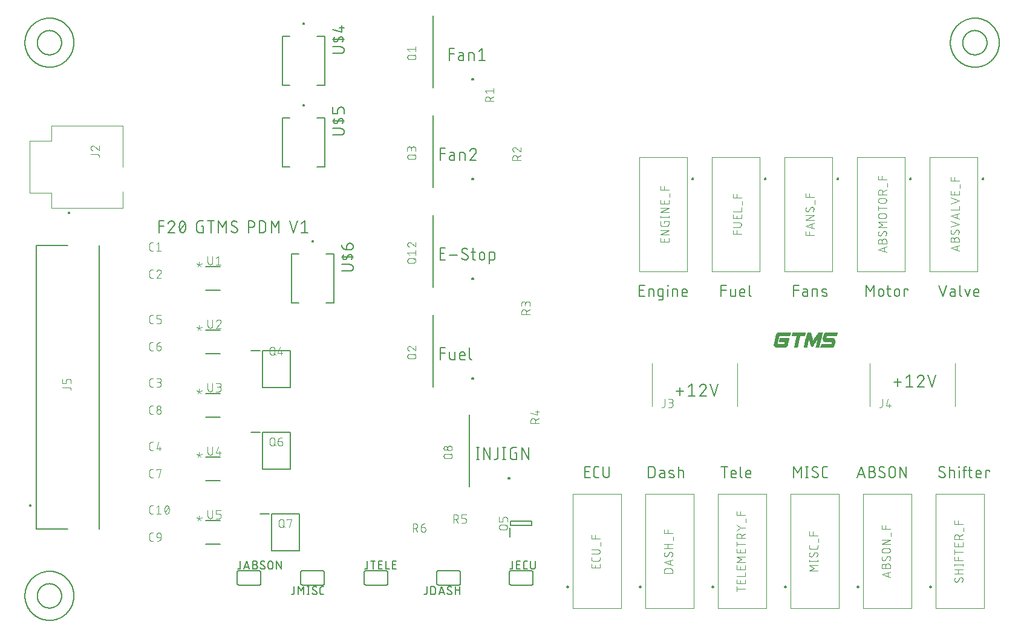
<source format=gbr>
G04 EAGLE Gerber RS-274X export*
G75*
%MOMM*%
%FSLAX34Y34*%
%LPD*%
%INSilkscreen Top*%
%IPPOS*%
%AMOC8*
5,1,8,0,0,1.08239X$1,22.5*%
G01*
%ADD10C,0.152400*%
%ADD11C,0.127000*%
%ADD12C,0.200000*%
%ADD13C,0.101600*%
%ADD14C,0.100000*%
%ADD15C,0.076200*%
%ADD16C,0.203200*%
%ADD17R,1.244600X0.025400*%
%ADD18R,0.482600X0.025400*%
%ADD19R,0.508000X0.025400*%
%ADD20R,1.651000X0.025400*%
%ADD21R,1.447800X0.025400*%
%ADD22R,1.752600X0.025400*%
%ADD23R,1.549400X0.025400*%
%ADD24R,1.600200X0.025400*%
%ADD25R,1.803400X0.025400*%
%ADD26R,1.828800X0.025400*%
%ADD27R,1.701800X0.025400*%
%ADD28R,1.854200X0.025400*%
%ADD29R,0.101600X0.025400*%
%ADD30R,0.152400X0.025400*%
%ADD31R,1.879600X0.025400*%
%ADD32R,0.228600X0.025400*%
%ADD33R,1.905000X0.025400*%
%ADD34R,0.279400X0.025400*%
%ADD35R,0.330200X0.025400*%
%ADD36R,0.355600X0.025400*%
%ADD37R,1.930400X0.025400*%
%ADD38R,0.406400X0.025400*%
%ADD39R,1.955800X0.025400*%
%ADD40R,0.431800X0.025400*%
%ADD41R,0.457200X0.025400*%
%ADD42R,1.981200X0.025400*%
%ADD43R,0.533400X0.025400*%
%ADD44R,0.558800X0.025400*%
%ADD45R,0.584200X0.025400*%
%ADD46R,0.609600X0.025400*%
%ADD47R,0.635000X0.025400*%
%ADD48R,0.660400X0.025400*%
%ADD49R,0.711200X0.025400*%
%ADD50R,0.736600X0.025400*%
%ADD51R,0.762000X0.025400*%
%ADD52R,0.787400X0.025400*%
%ADD53R,0.812800X0.025400*%
%ADD54R,0.838200X0.025400*%
%ADD55R,0.863600X0.025400*%
%ADD56R,1.346200X0.025400*%
%ADD57R,0.889000X0.025400*%
%ADD58R,1.524000X0.025400*%
%ADD59R,0.939800X0.025400*%
%ADD60R,1.574800X0.025400*%
%ADD61R,0.965200X0.025400*%
%ADD62R,0.990600X0.025400*%
%ADD63R,1.676400X0.025400*%
%ADD64R,1.041400X0.025400*%
%ADD65R,1.016000X0.025400*%
%ADD66R,1.625600X0.025400*%
%ADD67R,1.371600X0.025400*%
%ADD68R,1.473200X0.025400*%
%ADD69R,0.914400X0.025400*%
%ADD70R,2.006600X0.025400*%
%ADD71R,0.685800X0.025400*%
%ADD72R,1.778000X0.025400*%
%ADD73R,1.727200X0.025400*%
%ADD74R,0.381000X0.025400*%


D10*
X203962Y559562D02*
X203962Y575818D01*
X211187Y575818D01*
X211187Y568593D02*
X203962Y568593D01*
X221925Y575818D02*
X222050Y575816D01*
X222175Y575810D01*
X222300Y575801D01*
X222424Y575787D01*
X222548Y575770D01*
X222672Y575749D01*
X222794Y575724D01*
X222916Y575695D01*
X223037Y575663D01*
X223157Y575627D01*
X223276Y575587D01*
X223393Y575544D01*
X223509Y575497D01*
X223624Y575446D01*
X223736Y575392D01*
X223848Y575334D01*
X223957Y575274D01*
X224064Y575209D01*
X224170Y575142D01*
X224273Y575071D01*
X224374Y574997D01*
X224473Y574920D01*
X224569Y574840D01*
X224663Y574757D01*
X224754Y574672D01*
X224843Y574583D01*
X224928Y574492D01*
X225011Y574398D01*
X225091Y574302D01*
X225168Y574203D01*
X225242Y574102D01*
X225313Y573999D01*
X225380Y573893D01*
X225445Y573786D01*
X225505Y573677D01*
X225563Y573565D01*
X225617Y573453D01*
X225668Y573338D01*
X225715Y573222D01*
X225758Y573105D01*
X225798Y572986D01*
X225834Y572866D01*
X225866Y572745D01*
X225895Y572623D01*
X225920Y572501D01*
X225941Y572377D01*
X225958Y572253D01*
X225972Y572129D01*
X225981Y572004D01*
X225987Y571879D01*
X225989Y571754D01*
X221925Y575818D02*
X221782Y575816D01*
X221640Y575810D01*
X221497Y575800D01*
X221355Y575787D01*
X221214Y575769D01*
X221072Y575748D01*
X220932Y575723D01*
X220792Y575694D01*
X220653Y575661D01*
X220515Y575624D01*
X220378Y575584D01*
X220243Y575540D01*
X220108Y575492D01*
X219975Y575440D01*
X219843Y575385D01*
X219713Y575326D01*
X219585Y575264D01*
X219458Y575198D01*
X219333Y575129D01*
X219210Y575057D01*
X219090Y574981D01*
X218971Y574902D01*
X218854Y574819D01*
X218740Y574734D01*
X218628Y574645D01*
X218519Y574554D01*
X218412Y574459D01*
X218307Y574362D01*
X218206Y574261D01*
X218107Y574158D01*
X218011Y574053D01*
X217918Y573944D01*
X217828Y573833D01*
X217741Y573720D01*
X217657Y573605D01*
X217577Y573487D01*
X217499Y573367D01*
X217425Y573245D01*
X217355Y573121D01*
X217287Y572995D01*
X217224Y572867D01*
X217163Y572738D01*
X217106Y572607D01*
X217053Y572475D01*
X217004Y572341D01*
X216958Y572206D01*
X224634Y568593D02*
X224728Y568685D01*
X224818Y568779D01*
X224906Y568876D01*
X224991Y568976D01*
X225073Y569078D01*
X225152Y569183D01*
X225227Y569290D01*
X225299Y569399D01*
X225368Y569510D01*
X225434Y569624D01*
X225496Y569739D01*
X225555Y569856D01*
X225610Y569975D01*
X225661Y570095D01*
X225709Y570217D01*
X225754Y570340D01*
X225794Y570464D01*
X225831Y570590D01*
X225864Y570717D01*
X225893Y570844D01*
X225919Y570973D01*
X225940Y571102D01*
X225958Y571232D01*
X225971Y571362D01*
X225981Y571492D01*
X225987Y571623D01*
X225989Y571754D01*
X224635Y568593D02*
X216958Y559562D01*
X225989Y559562D01*
X232590Y567690D02*
X232594Y568010D01*
X232605Y568329D01*
X232624Y568649D01*
X232651Y568967D01*
X232685Y569285D01*
X232727Y569602D01*
X232777Y569918D01*
X232834Y570233D01*
X232898Y570546D01*
X232970Y570858D01*
X233049Y571168D01*
X233136Y571475D01*
X233230Y571781D01*
X233331Y572084D01*
X233440Y572385D01*
X233555Y572683D01*
X233678Y572979D01*
X233808Y573271D01*
X233945Y573560D01*
X233944Y573561D02*
X233983Y573669D01*
X234026Y573776D01*
X234072Y573881D01*
X234123Y573985D01*
X234176Y574087D01*
X234233Y574187D01*
X234294Y574285D01*
X234358Y574380D01*
X234425Y574474D01*
X234496Y574565D01*
X234569Y574654D01*
X234646Y574740D01*
X234725Y574823D01*
X234807Y574904D01*
X234892Y574982D01*
X234980Y575056D01*
X235070Y575128D01*
X235162Y575196D01*
X235257Y575262D01*
X235354Y575324D01*
X235453Y575382D01*
X235555Y575438D01*
X235657Y575489D01*
X235762Y575537D01*
X235868Y575582D01*
X235976Y575623D01*
X236085Y575660D01*
X236195Y575693D01*
X236307Y575722D01*
X236419Y575748D01*
X236532Y575770D01*
X236646Y575787D01*
X236760Y575801D01*
X236875Y575811D01*
X236990Y575817D01*
X237105Y575819D01*
X237105Y575818D02*
X237220Y575816D01*
X237335Y575810D01*
X237450Y575800D01*
X237564Y575786D01*
X237678Y575769D01*
X237791Y575747D01*
X237903Y575721D01*
X238015Y575692D01*
X238125Y575659D01*
X238234Y575622D01*
X238342Y575581D01*
X238448Y575536D01*
X238553Y575488D01*
X238655Y575437D01*
X238756Y575381D01*
X238856Y575323D01*
X238953Y575261D01*
X239047Y575196D01*
X239140Y575127D01*
X239230Y575055D01*
X239318Y574981D01*
X239403Y574903D01*
X239485Y574822D01*
X239564Y574739D01*
X239641Y574653D01*
X239714Y574564D01*
X239785Y574473D01*
X239852Y574379D01*
X239916Y574284D01*
X239977Y574186D01*
X240034Y574086D01*
X240087Y573984D01*
X240138Y573880D01*
X240184Y573775D01*
X240227Y573668D01*
X240266Y573560D01*
X240265Y573560D02*
X240402Y573271D01*
X240532Y572979D01*
X240655Y572683D01*
X240770Y572385D01*
X240879Y572084D01*
X240980Y571781D01*
X241074Y571475D01*
X241161Y571168D01*
X241240Y570858D01*
X241312Y570546D01*
X241376Y570233D01*
X241433Y569918D01*
X241483Y569602D01*
X241525Y569285D01*
X241559Y568967D01*
X241586Y568649D01*
X241605Y568329D01*
X241616Y568010D01*
X241620Y567690D01*
X232590Y567690D02*
X232594Y567370D01*
X232605Y567051D01*
X232624Y566731D01*
X232651Y566413D01*
X232685Y566095D01*
X232727Y565778D01*
X232777Y565462D01*
X232834Y565147D01*
X232898Y564834D01*
X232970Y564522D01*
X233049Y564212D01*
X233136Y563905D01*
X233230Y563599D01*
X233331Y563296D01*
X233440Y562995D01*
X233555Y562697D01*
X233678Y562401D01*
X233808Y562109D01*
X233945Y561820D01*
X233944Y561820D02*
X233983Y561712D01*
X234026Y561605D01*
X234072Y561500D01*
X234123Y561396D01*
X234176Y561294D01*
X234233Y561194D01*
X234294Y561096D01*
X234358Y561001D01*
X234425Y560907D01*
X234496Y560816D01*
X234569Y560727D01*
X234646Y560641D01*
X234725Y560558D01*
X234807Y560477D01*
X234892Y560399D01*
X234980Y560325D01*
X235070Y560253D01*
X235163Y560184D01*
X235257Y560119D01*
X235354Y560057D01*
X235454Y559999D01*
X235555Y559943D01*
X235657Y559892D01*
X235762Y559844D01*
X235868Y559799D01*
X235976Y559758D01*
X236085Y559721D01*
X236195Y559688D01*
X236307Y559659D01*
X236419Y559633D01*
X236532Y559611D01*
X236646Y559594D01*
X236760Y559580D01*
X236875Y559570D01*
X236990Y559564D01*
X237105Y559562D01*
X240265Y561820D02*
X240402Y562109D01*
X240532Y562401D01*
X240655Y562697D01*
X240770Y562995D01*
X240879Y563296D01*
X240980Y563599D01*
X241074Y563905D01*
X241161Y564212D01*
X241240Y564522D01*
X241312Y564834D01*
X241376Y565147D01*
X241433Y565462D01*
X241483Y565778D01*
X241525Y566095D01*
X241559Y566413D01*
X241586Y566731D01*
X241605Y567051D01*
X241616Y567370D01*
X241620Y567690D01*
X240266Y561820D02*
X240227Y561712D01*
X240184Y561605D01*
X240138Y561500D01*
X240087Y561396D01*
X240034Y561294D01*
X239977Y561194D01*
X239916Y561096D01*
X239852Y561001D01*
X239785Y560907D01*
X239714Y560816D01*
X239641Y560727D01*
X239564Y560641D01*
X239485Y560558D01*
X239403Y560477D01*
X239318Y560399D01*
X239230Y560325D01*
X239140Y560253D01*
X239047Y560184D01*
X238953Y560119D01*
X238856Y560057D01*
X238756Y559999D01*
X238655Y559943D01*
X238552Y559892D01*
X238448Y559844D01*
X238342Y559799D01*
X238234Y559758D01*
X238125Y559721D01*
X238015Y559688D01*
X237903Y559659D01*
X237791Y559633D01*
X237678Y559611D01*
X237564Y559594D01*
X237450Y559580D01*
X237335Y559570D01*
X237220Y559564D01*
X237105Y559562D01*
X233493Y563174D02*
X240717Y572206D01*
X263400Y568593D02*
X266109Y568593D01*
X266109Y559562D01*
X260691Y559562D01*
X260573Y559564D01*
X260455Y559570D01*
X260337Y559579D01*
X260220Y559593D01*
X260103Y559610D01*
X259986Y559631D01*
X259871Y559656D01*
X259756Y559685D01*
X259642Y559718D01*
X259530Y559754D01*
X259419Y559794D01*
X259309Y559837D01*
X259200Y559884D01*
X259093Y559934D01*
X258988Y559989D01*
X258885Y560046D01*
X258784Y560107D01*
X258684Y560171D01*
X258587Y560238D01*
X258492Y560308D01*
X258400Y560382D01*
X258309Y560458D01*
X258222Y560538D01*
X258137Y560620D01*
X258055Y560705D01*
X257975Y560792D01*
X257899Y560883D01*
X257825Y560975D01*
X257755Y561070D01*
X257688Y561167D01*
X257624Y561267D01*
X257563Y561368D01*
X257506Y561471D01*
X257451Y561576D01*
X257401Y561683D01*
X257354Y561792D01*
X257311Y561902D01*
X257271Y562013D01*
X257235Y562125D01*
X257202Y562239D01*
X257173Y562354D01*
X257148Y562469D01*
X257127Y562586D01*
X257110Y562703D01*
X257096Y562820D01*
X257087Y562938D01*
X257081Y563056D01*
X257079Y563174D01*
X257078Y563174D02*
X257078Y572206D01*
X257079Y572206D02*
X257081Y572324D01*
X257087Y572442D01*
X257096Y572560D01*
X257110Y572677D01*
X257127Y572794D01*
X257148Y572911D01*
X257173Y573026D01*
X257202Y573141D01*
X257235Y573255D01*
X257271Y573367D01*
X257311Y573478D01*
X257354Y573588D01*
X257401Y573697D01*
X257451Y573804D01*
X257505Y573909D01*
X257563Y574012D01*
X257624Y574113D01*
X257688Y574213D01*
X257755Y574310D01*
X257825Y574405D01*
X257899Y574497D01*
X257975Y574588D01*
X258055Y574675D01*
X258137Y574760D01*
X258222Y574842D01*
X258309Y574922D01*
X258400Y574998D01*
X258492Y575072D01*
X258587Y575142D01*
X258684Y575209D01*
X258784Y575273D01*
X258885Y575334D01*
X258988Y575391D01*
X259093Y575445D01*
X259200Y575496D01*
X259309Y575543D01*
X259419Y575586D01*
X259530Y575626D01*
X259642Y575662D01*
X259756Y575695D01*
X259871Y575724D01*
X259986Y575749D01*
X260103Y575770D01*
X260220Y575787D01*
X260337Y575801D01*
X260455Y575810D01*
X260573Y575816D01*
X260691Y575818D01*
X266109Y575818D01*
X276704Y575818D02*
X276704Y559562D01*
X272189Y575818D02*
X281220Y575818D01*
X287438Y575818D02*
X287438Y559562D01*
X292856Y566787D02*
X287438Y575818D01*
X292856Y566787D02*
X298275Y575818D01*
X298275Y559562D01*
X310433Y559562D02*
X310551Y559564D01*
X310669Y559570D01*
X310787Y559579D01*
X310904Y559593D01*
X311021Y559610D01*
X311138Y559631D01*
X311253Y559656D01*
X311368Y559685D01*
X311482Y559718D01*
X311594Y559754D01*
X311705Y559794D01*
X311815Y559837D01*
X311924Y559884D01*
X312031Y559934D01*
X312136Y559989D01*
X312239Y560046D01*
X312340Y560107D01*
X312440Y560171D01*
X312537Y560238D01*
X312632Y560308D01*
X312724Y560382D01*
X312815Y560458D01*
X312902Y560538D01*
X312987Y560620D01*
X313069Y560705D01*
X313149Y560792D01*
X313225Y560883D01*
X313299Y560975D01*
X313369Y561070D01*
X313436Y561167D01*
X313500Y561267D01*
X313561Y561368D01*
X313618Y561471D01*
X313673Y561576D01*
X313723Y561683D01*
X313770Y561792D01*
X313813Y561902D01*
X313853Y562013D01*
X313889Y562125D01*
X313922Y562239D01*
X313951Y562354D01*
X313976Y562469D01*
X313997Y562586D01*
X314014Y562703D01*
X314028Y562820D01*
X314037Y562938D01*
X314043Y563056D01*
X314045Y563174D01*
X310433Y559562D02*
X310250Y559564D01*
X310068Y559571D01*
X309886Y559582D01*
X309704Y559597D01*
X309522Y559617D01*
X309341Y559640D01*
X309161Y559669D01*
X308981Y559701D01*
X308802Y559738D01*
X308625Y559779D01*
X308448Y559825D01*
X308272Y559874D01*
X308098Y559928D01*
X307924Y559986D01*
X307753Y560048D01*
X307583Y560114D01*
X307414Y560185D01*
X307247Y560259D01*
X307082Y560337D01*
X306919Y560419D01*
X306758Y560505D01*
X306599Y560595D01*
X306442Y560689D01*
X306288Y560786D01*
X306136Y560887D01*
X305986Y560992D01*
X305839Y561100D01*
X305695Y561211D01*
X305553Y561326D01*
X305414Y561445D01*
X305278Y561567D01*
X305145Y561692D01*
X305015Y561820D01*
X305466Y572206D02*
X305468Y572324D01*
X305474Y572442D01*
X305483Y572560D01*
X305497Y572677D01*
X305514Y572794D01*
X305535Y572911D01*
X305560Y573026D01*
X305589Y573141D01*
X305622Y573255D01*
X305658Y573367D01*
X305698Y573478D01*
X305741Y573588D01*
X305788Y573697D01*
X305838Y573804D01*
X305893Y573909D01*
X305950Y574012D01*
X306011Y574113D01*
X306075Y574213D01*
X306142Y574310D01*
X306212Y574405D01*
X306286Y574497D01*
X306362Y574588D01*
X306442Y574675D01*
X306524Y574760D01*
X306609Y574842D01*
X306696Y574922D01*
X306787Y574998D01*
X306879Y575072D01*
X306974Y575142D01*
X307071Y575209D01*
X307171Y575273D01*
X307272Y575334D01*
X307375Y575392D01*
X307480Y575446D01*
X307587Y575496D01*
X307696Y575543D01*
X307806Y575587D01*
X307917Y575626D01*
X308030Y575662D01*
X308143Y575695D01*
X308258Y575724D01*
X308373Y575749D01*
X308490Y575770D01*
X308607Y575787D01*
X308724Y575801D01*
X308842Y575810D01*
X308960Y575816D01*
X309078Y575818D01*
X309239Y575816D01*
X309401Y575810D01*
X309562Y575801D01*
X309723Y575787D01*
X309883Y575770D01*
X310043Y575749D01*
X310203Y575724D01*
X310362Y575695D01*
X310520Y575663D01*
X310677Y575627D01*
X310833Y575587D01*
X310989Y575543D01*
X311143Y575495D01*
X311296Y575444D01*
X311448Y575390D01*
X311599Y575331D01*
X311748Y575270D01*
X311895Y575204D01*
X312041Y575135D01*
X312186Y575063D01*
X312328Y574987D01*
X312469Y574908D01*
X312608Y574826D01*
X312744Y574740D01*
X312879Y574651D01*
X313012Y574559D01*
X313142Y574463D01*
X307272Y569045D02*
X307171Y569107D01*
X307071Y569172D01*
X306974Y569241D01*
X306879Y569313D01*
X306786Y569387D01*
X306696Y569465D01*
X306608Y569546D01*
X306523Y569629D01*
X306441Y569715D01*
X306362Y569804D01*
X306285Y569895D01*
X306212Y569989D01*
X306141Y570085D01*
X306074Y570183D01*
X306010Y570283D01*
X305949Y570386D01*
X305892Y570490D01*
X305838Y570596D01*
X305788Y570704D01*
X305741Y570813D01*
X305697Y570924D01*
X305657Y571036D01*
X305621Y571150D01*
X305589Y571264D01*
X305560Y571380D01*
X305535Y571496D01*
X305514Y571613D01*
X305497Y571731D01*
X305483Y571849D01*
X305474Y571968D01*
X305468Y572087D01*
X305466Y572206D01*
X312239Y566335D02*
X312340Y566273D01*
X312440Y566208D01*
X312537Y566139D01*
X312632Y566067D01*
X312725Y565993D01*
X312815Y565915D01*
X312903Y565834D01*
X312988Y565751D01*
X313070Y565665D01*
X313149Y565576D01*
X313226Y565485D01*
X313299Y565391D01*
X313370Y565295D01*
X313437Y565197D01*
X313501Y565097D01*
X313562Y564994D01*
X313619Y564890D01*
X313673Y564784D01*
X313723Y564676D01*
X313770Y564567D01*
X313814Y564456D01*
X313854Y564344D01*
X313890Y564230D01*
X313922Y564116D01*
X313951Y564000D01*
X313976Y563884D01*
X313997Y563767D01*
X314014Y563649D01*
X314028Y563531D01*
X314037Y563412D01*
X314043Y563293D01*
X314045Y563174D01*
X312239Y566335D02*
X307272Y569045D01*
X329193Y575818D02*
X329193Y559562D01*
X329193Y575818D02*
X333709Y575818D01*
X333842Y575816D01*
X333974Y575810D01*
X334106Y575800D01*
X334238Y575787D01*
X334370Y575769D01*
X334500Y575748D01*
X334631Y575723D01*
X334760Y575694D01*
X334888Y575661D01*
X335016Y575625D01*
X335142Y575585D01*
X335267Y575541D01*
X335391Y575493D01*
X335513Y575442D01*
X335634Y575387D01*
X335753Y575329D01*
X335871Y575267D01*
X335986Y575202D01*
X336100Y575133D01*
X336211Y575062D01*
X336320Y574986D01*
X336427Y574908D01*
X336532Y574827D01*
X336634Y574742D01*
X336734Y574655D01*
X336831Y574565D01*
X336926Y574472D01*
X337017Y574376D01*
X337106Y574278D01*
X337192Y574177D01*
X337275Y574073D01*
X337355Y573967D01*
X337431Y573859D01*
X337505Y573749D01*
X337575Y573636D01*
X337642Y573522D01*
X337705Y573405D01*
X337765Y573287D01*
X337822Y573167D01*
X337875Y573045D01*
X337924Y572922D01*
X337970Y572798D01*
X338012Y572672D01*
X338050Y572545D01*
X338085Y572417D01*
X338116Y572288D01*
X338143Y572159D01*
X338166Y572028D01*
X338186Y571897D01*
X338201Y571765D01*
X338213Y571633D01*
X338221Y571501D01*
X338225Y571368D01*
X338225Y571236D01*
X338221Y571103D01*
X338213Y570971D01*
X338201Y570839D01*
X338186Y570707D01*
X338166Y570576D01*
X338143Y570445D01*
X338116Y570316D01*
X338085Y570187D01*
X338050Y570059D01*
X338012Y569932D01*
X337970Y569806D01*
X337924Y569682D01*
X337875Y569559D01*
X337822Y569437D01*
X337765Y569317D01*
X337705Y569199D01*
X337642Y569082D01*
X337575Y568968D01*
X337505Y568855D01*
X337431Y568745D01*
X337355Y568637D01*
X337275Y568531D01*
X337192Y568427D01*
X337106Y568326D01*
X337017Y568228D01*
X336926Y568132D01*
X336831Y568039D01*
X336734Y567949D01*
X336634Y567862D01*
X336532Y567777D01*
X336427Y567696D01*
X336320Y567618D01*
X336211Y567542D01*
X336100Y567471D01*
X335986Y567402D01*
X335871Y567337D01*
X335753Y567275D01*
X335634Y567217D01*
X335513Y567162D01*
X335391Y567111D01*
X335267Y567063D01*
X335142Y567019D01*
X335016Y566979D01*
X334888Y566943D01*
X334760Y566910D01*
X334631Y566881D01*
X334500Y566856D01*
X334370Y566835D01*
X334238Y566817D01*
X334106Y566804D01*
X333974Y566794D01*
X333842Y566788D01*
X333709Y566786D01*
X333709Y566787D02*
X329193Y566787D01*
X344613Y559562D02*
X344613Y575818D01*
X349129Y575818D01*
X349260Y575816D01*
X349392Y575810D01*
X349523Y575801D01*
X349653Y575787D01*
X349784Y575770D01*
X349913Y575749D01*
X350042Y575725D01*
X350170Y575696D01*
X350298Y575664D01*
X350424Y575628D01*
X350549Y575589D01*
X350674Y575546D01*
X350796Y575499D01*
X350918Y575449D01*
X351038Y575395D01*
X351156Y575338D01*
X351272Y575277D01*
X351387Y575213D01*
X351500Y575146D01*
X351611Y575075D01*
X351719Y575001D01*
X351826Y574924D01*
X351930Y574844D01*
X352032Y574761D01*
X352131Y574676D01*
X352228Y574587D01*
X352322Y574495D01*
X352414Y574401D01*
X352503Y574304D01*
X352588Y574205D01*
X352671Y574103D01*
X352751Y573999D01*
X352828Y573892D01*
X352902Y573784D01*
X352973Y573673D01*
X353040Y573560D01*
X353104Y573445D01*
X353165Y573329D01*
X353222Y573211D01*
X353276Y573091D01*
X353326Y572969D01*
X353373Y572847D01*
X353416Y572722D01*
X353455Y572597D01*
X353491Y572471D01*
X353523Y572343D01*
X353552Y572215D01*
X353576Y572086D01*
X353597Y571957D01*
X353614Y571826D01*
X353628Y571696D01*
X353637Y571565D01*
X353643Y571433D01*
X353645Y571302D01*
X353644Y571302D02*
X353644Y564078D01*
X353645Y564078D02*
X353643Y563947D01*
X353637Y563815D01*
X353628Y563684D01*
X353614Y563554D01*
X353597Y563423D01*
X353576Y563294D01*
X353552Y563165D01*
X353523Y563037D01*
X353491Y562909D01*
X353455Y562783D01*
X353416Y562658D01*
X353373Y562533D01*
X353326Y562411D01*
X353276Y562289D01*
X353222Y562169D01*
X353165Y562051D01*
X353104Y561935D01*
X353040Y561820D01*
X352973Y561707D01*
X352902Y561596D01*
X352828Y561488D01*
X352751Y561381D01*
X352671Y561277D01*
X352588Y561175D01*
X352503Y561076D01*
X352414Y560979D01*
X352322Y560885D01*
X352228Y560793D01*
X352131Y560704D01*
X352032Y560619D01*
X351930Y560536D01*
X351826Y560456D01*
X351719Y560379D01*
X351611Y560305D01*
X351500Y560234D01*
X351387Y560167D01*
X351272Y560103D01*
X351156Y560042D01*
X351038Y559985D01*
X350918Y559931D01*
X350796Y559881D01*
X350674Y559834D01*
X350549Y559791D01*
X350424Y559752D01*
X350298Y559716D01*
X350170Y559684D01*
X350042Y559655D01*
X349913Y559631D01*
X349783Y559610D01*
X349653Y559593D01*
X349523Y559579D01*
X349392Y559570D01*
X349260Y559564D01*
X349129Y559562D01*
X344613Y559562D01*
X361426Y559562D02*
X361426Y575818D01*
X366844Y566787D01*
X372263Y575818D01*
X372263Y559562D01*
X392375Y559562D02*
X386957Y575818D01*
X397794Y575818D02*
X392375Y559562D01*
X403491Y572206D02*
X408007Y575818D01*
X408007Y559562D01*
X412522Y559562D02*
X403491Y559562D01*
X927862Y337284D02*
X938699Y337284D01*
X933281Y331865D02*
X933281Y342702D01*
X945438Y343606D02*
X949954Y347218D01*
X949954Y330962D01*
X945438Y330962D02*
X954470Y330962D01*
X970101Y343154D02*
X970099Y343279D01*
X970093Y343404D01*
X970084Y343529D01*
X970070Y343653D01*
X970053Y343777D01*
X970032Y343901D01*
X970007Y344023D01*
X969978Y344145D01*
X969946Y344266D01*
X969910Y344386D01*
X969870Y344505D01*
X969827Y344622D01*
X969780Y344738D01*
X969729Y344853D01*
X969675Y344965D01*
X969617Y345077D01*
X969557Y345186D01*
X969492Y345293D01*
X969425Y345399D01*
X969354Y345502D01*
X969280Y345603D01*
X969203Y345702D01*
X969123Y345798D01*
X969040Y345892D01*
X968955Y345983D01*
X968866Y346072D01*
X968775Y346157D01*
X968681Y346240D01*
X968585Y346320D01*
X968486Y346397D01*
X968385Y346471D01*
X968282Y346542D01*
X968176Y346609D01*
X968069Y346674D01*
X967960Y346734D01*
X967848Y346792D01*
X967736Y346846D01*
X967621Y346897D01*
X967505Y346944D01*
X967388Y346987D01*
X967269Y347027D01*
X967149Y347063D01*
X967028Y347095D01*
X966906Y347124D01*
X966784Y347149D01*
X966660Y347170D01*
X966536Y347187D01*
X966412Y347201D01*
X966287Y347210D01*
X966162Y347216D01*
X966037Y347218D01*
X965894Y347216D01*
X965752Y347210D01*
X965609Y347200D01*
X965467Y347187D01*
X965326Y347169D01*
X965184Y347148D01*
X965044Y347123D01*
X964904Y347094D01*
X964765Y347061D01*
X964627Y347024D01*
X964490Y346984D01*
X964355Y346940D01*
X964220Y346892D01*
X964087Y346840D01*
X963955Y346785D01*
X963825Y346726D01*
X963697Y346664D01*
X963570Y346598D01*
X963445Y346529D01*
X963322Y346457D01*
X963202Y346381D01*
X963083Y346302D01*
X962966Y346219D01*
X962852Y346134D01*
X962740Y346045D01*
X962631Y345954D01*
X962524Y345859D01*
X962419Y345762D01*
X962318Y345661D01*
X962219Y345558D01*
X962123Y345453D01*
X962030Y345344D01*
X961940Y345233D01*
X961853Y345120D01*
X961769Y345005D01*
X961689Y344887D01*
X961611Y344767D01*
X961537Y344645D01*
X961467Y344521D01*
X961399Y344395D01*
X961336Y344267D01*
X961275Y344138D01*
X961218Y344007D01*
X961165Y343875D01*
X961116Y343741D01*
X961070Y343606D01*
X968746Y339993D02*
X968840Y340085D01*
X968930Y340179D01*
X969018Y340276D01*
X969103Y340376D01*
X969185Y340478D01*
X969264Y340583D01*
X969339Y340690D01*
X969411Y340799D01*
X969480Y340910D01*
X969546Y341024D01*
X969608Y341139D01*
X969667Y341256D01*
X969722Y341375D01*
X969773Y341495D01*
X969821Y341617D01*
X969866Y341740D01*
X969906Y341864D01*
X969943Y341990D01*
X969976Y342117D01*
X970005Y342244D01*
X970031Y342373D01*
X970052Y342502D01*
X970070Y342632D01*
X970083Y342762D01*
X970093Y342892D01*
X970099Y343023D01*
X970101Y343154D01*
X968746Y339993D02*
X961070Y330962D01*
X970101Y330962D01*
X981216Y330962D02*
X975798Y347218D01*
X986635Y347218D02*
X981216Y330962D01*
X1232662Y349984D02*
X1243499Y349984D01*
X1238081Y344565D02*
X1238081Y355402D01*
X1250238Y356306D02*
X1254754Y359918D01*
X1254754Y343662D01*
X1250238Y343662D02*
X1259270Y343662D01*
X1274901Y355854D02*
X1274899Y355979D01*
X1274893Y356104D01*
X1274884Y356229D01*
X1274870Y356353D01*
X1274853Y356477D01*
X1274832Y356601D01*
X1274807Y356723D01*
X1274778Y356845D01*
X1274746Y356966D01*
X1274710Y357086D01*
X1274670Y357205D01*
X1274627Y357322D01*
X1274580Y357438D01*
X1274529Y357553D01*
X1274475Y357665D01*
X1274417Y357777D01*
X1274357Y357886D01*
X1274292Y357993D01*
X1274225Y358099D01*
X1274154Y358202D01*
X1274080Y358303D01*
X1274003Y358402D01*
X1273923Y358498D01*
X1273840Y358592D01*
X1273755Y358683D01*
X1273666Y358772D01*
X1273575Y358857D01*
X1273481Y358940D01*
X1273385Y359020D01*
X1273286Y359097D01*
X1273185Y359171D01*
X1273082Y359242D01*
X1272976Y359309D01*
X1272869Y359374D01*
X1272760Y359434D01*
X1272648Y359492D01*
X1272536Y359546D01*
X1272421Y359597D01*
X1272305Y359644D01*
X1272188Y359687D01*
X1272069Y359727D01*
X1271949Y359763D01*
X1271828Y359795D01*
X1271706Y359824D01*
X1271584Y359849D01*
X1271460Y359870D01*
X1271336Y359887D01*
X1271212Y359901D01*
X1271087Y359910D01*
X1270962Y359916D01*
X1270837Y359918D01*
X1270694Y359916D01*
X1270552Y359910D01*
X1270409Y359900D01*
X1270267Y359887D01*
X1270126Y359869D01*
X1269984Y359848D01*
X1269844Y359823D01*
X1269704Y359794D01*
X1269565Y359761D01*
X1269427Y359724D01*
X1269290Y359684D01*
X1269155Y359640D01*
X1269020Y359592D01*
X1268887Y359540D01*
X1268755Y359485D01*
X1268625Y359426D01*
X1268497Y359364D01*
X1268370Y359298D01*
X1268245Y359229D01*
X1268122Y359157D01*
X1268002Y359081D01*
X1267883Y359002D01*
X1267766Y358919D01*
X1267652Y358834D01*
X1267540Y358745D01*
X1267431Y358654D01*
X1267324Y358559D01*
X1267219Y358462D01*
X1267118Y358361D01*
X1267019Y358258D01*
X1266923Y358153D01*
X1266830Y358044D01*
X1266740Y357933D01*
X1266653Y357820D01*
X1266569Y357705D01*
X1266489Y357587D01*
X1266411Y357467D01*
X1266337Y357345D01*
X1266267Y357221D01*
X1266199Y357095D01*
X1266136Y356967D01*
X1266075Y356838D01*
X1266018Y356707D01*
X1265965Y356575D01*
X1265916Y356441D01*
X1265870Y356306D01*
X1273546Y352693D02*
X1273640Y352785D01*
X1273730Y352879D01*
X1273818Y352976D01*
X1273903Y353076D01*
X1273985Y353178D01*
X1274064Y353283D01*
X1274139Y353390D01*
X1274211Y353499D01*
X1274280Y353610D01*
X1274346Y353724D01*
X1274408Y353839D01*
X1274467Y353956D01*
X1274522Y354075D01*
X1274573Y354195D01*
X1274621Y354317D01*
X1274666Y354440D01*
X1274706Y354564D01*
X1274743Y354690D01*
X1274776Y354817D01*
X1274805Y354944D01*
X1274831Y355073D01*
X1274852Y355202D01*
X1274870Y355332D01*
X1274883Y355462D01*
X1274893Y355592D01*
X1274899Y355723D01*
X1274901Y355854D01*
X1273546Y352693D02*
X1265870Y343662D01*
X1274901Y343662D01*
X1286016Y343662D02*
X1280598Y359918D01*
X1291435Y359918D02*
X1286016Y343662D01*
D11*
X883821Y470535D02*
X876935Y470535D01*
X876935Y486029D01*
X883821Y486029D01*
X882100Y479143D02*
X876935Y479143D01*
X889661Y480864D02*
X889661Y470535D01*
X889661Y480864D02*
X893965Y480864D01*
X894066Y480862D01*
X894168Y480856D01*
X894268Y480846D01*
X894369Y480832D01*
X894469Y480814D01*
X894568Y480793D01*
X894666Y480767D01*
X894763Y480738D01*
X894859Y480704D01*
X894953Y480667D01*
X895046Y480627D01*
X895137Y480583D01*
X895227Y480535D01*
X895314Y480484D01*
X895399Y480429D01*
X895483Y480371D01*
X895563Y480310D01*
X895642Y480245D01*
X895718Y480178D01*
X895791Y480108D01*
X895861Y480035D01*
X895928Y479959D01*
X895993Y479881D01*
X896054Y479800D01*
X896112Y479716D01*
X896167Y479631D01*
X896218Y479544D01*
X896266Y479454D01*
X896310Y479363D01*
X896350Y479270D01*
X896387Y479176D01*
X896421Y479080D01*
X896450Y478983D01*
X896476Y478885D01*
X896497Y478786D01*
X896515Y478686D01*
X896529Y478586D01*
X896539Y478485D01*
X896545Y478383D01*
X896547Y478282D01*
X896547Y470535D01*
X905554Y470535D02*
X909858Y470535D01*
X905554Y470535D02*
X905455Y470537D01*
X905356Y470543D01*
X905258Y470552D01*
X905160Y470565D01*
X905062Y470582D01*
X904966Y470603D01*
X904870Y470627D01*
X904775Y470655D01*
X904681Y470687D01*
X904589Y470722D01*
X904498Y470761D01*
X904408Y470803D01*
X904321Y470849D01*
X904235Y470898D01*
X904151Y470950D01*
X904069Y471005D01*
X903989Y471064D01*
X903911Y471125D01*
X903836Y471189D01*
X903764Y471257D01*
X903694Y471327D01*
X903626Y471399D01*
X903562Y471474D01*
X903501Y471552D01*
X903442Y471632D01*
X903387Y471714D01*
X903335Y471798D01*
X903286Y471884D01*
X903240Y471971D01*
X903198Y472061D01*
X903159Y472152D01*
X903124Y472244D01*
X903092Y472338D01*
X903064Y472433D01*
X903040Y472529D01*
X903019Y472625D01*
X903002Y472723D01*
X902989Y472821D01*
X902980Y472919D01*
X902974Y473018D01*
X902972Y473117D01*
X902972Y478282D01*
X902974Y478381D01*
X902980Y478480D01*
X902989Y478578D01*
X903002Y478676D01*
X903019Y478774D01*
X903040Y478870D01*
X903064Y478966D01*
X903092Y479061D01*
X903124Y479155D01*
X903159Y479247D01*
X903198Y479338D01*
X903240Y479428D01*
X903286Y479515D01*
X903335Y479601D01*
X903387Y479685D01*
X903442Y479767D01*
X903501Y479847D01*
X903562Y479925D01*
X903626Y480000D01*
X903694Y480072D01*
X903764Y480142D01*
X903836Y480210D01*
X903911Y480274D01*
X903989Y480335D01*
X904069Y480394D01*
X904151Y480449D01*
X904235Y480501D01*
X904321Y480550D01*
X904408Y480596D01*
X904498Y480638D01*
X904589Y480677D01*
X904681Y480712D01*
X904775Y480744D01*
X904870Y480772D01*
X904966Y480796D01*
X905062Y480817D01*
X905160Y480834D01*
X905258Y480847D01*
X905356Y480856D01*
X905455Y480862D01*
X905554Y480864D01*
X909858Y480864D01*
X909858Y467953D01*
X909856Y467852D01*
X909850Y467750D01*
X909840Y467650D01*
X909826Y467549D01*
X909808Y467449D01*
X909787Y467350D01*
X909761Y467252D01*
X909732Y467155D01*
X909698Y467059D01*
X909661Y466965D01*
X909621Y466872D01*
X909577Y466781D01*
X909529Y466691D01*
X909478Y466604D01*
X909423Y466519D01*
X909365Y466435D01*
X909304Y466355D01*
X909239Y466276D01*
X909172Y466200D01*
X909102Y466127D01*
X909029Y466057D01*
X908953Y465990D01*
X908875Y465925D01*
X908794Y465864D01*
X908710Y465806D01*
X908625Y465751D01*
X908538Y465700D01*
X908448Y465652D01*
X908357Y465608D01*
X908264Y465568D01*
X908170Y465531D01*
X908074Y465497D01*
X907977Y465468D01*
X907879Y465442D01*
X907780Y465421D01*
X907680Y465403D01*
X907580Y465389D01*
X907479Y465379D01*
X907377Y465373D01*
X907276Y465371D01*
X907276Y465370D02*
X903833Y465370D01*
X916394Y470535D02*
X916394Y480864D01*
X915964Y485168D02*
X915964Y486029D01*
X916824Y486029D01*
X916824Y485168D01*
X915964Y485168D01*
X922861Y480864D02*
X922861Y470535D01*
X922861Y480864D02*
X927165Y480864D01*
X927266Y480862D01*
X927368Y480856D01*
X927468Y480846D01*
X927569Y480832D01*
X927669Y480814D01*
X927768Y480793D01*
X927866Y480767D01*
X927963Y480738D01*
X928059Y480704D01*
X928153Y480667D01*
X928246Y480627D01*
X928337Y480583D01*
X928427Y480535D01*
X928514Y480484D01*
X928599Y480429D01*
X928683Y480371D01*
X928763Y480310D01*
X928842Y480245D01*
X928918Y480178D01*
X928991Y480108D01*
X929061Y480035D01*
X929128Y479959D01*
X929193Y479881D01*
X929254Y479800D01*
X929312Y479716D01*
X929367Y479631D01*
X929418Y479544D01*
X929466Y479454D01*
X929510Y479363D01*
X929550Y479270D01*
X929587Y479176D01*
X929621Y479080D01*
X929650Y478983D01*
X929676Y478885D01*
X929697Y478786D01*
X929715Y478686D01*
X929729Y478586D01*
X929739Y478485D01*
X929745Y478383D01*
X929747Y478282D01*
X929748Y478282D02*
X929748Y470535D01*
X938823Y470535D02*
X943127Y470535D01*
X938823Y470535D02*
X938724Y470537D01*
X938625Y470543D01*
X938527Y470552D01*
X938429Y470565D01*
X938331Y470582D01*
X938235Y470603D01*
X938139Y470627D01*
X938044Y470655D01*
X937950Y470687D01*
X937858Y470722D01*
X937767Y470761D01*
X937677Y470803D01*
X937590Y470849D01*
X937504Y470898D01*
X937420Y470950D01*
X937338Y471005D01*
X937258Y471064D01*
X937180Y471125D01*
X937105Y471189D01*
X937033Y471257D01*
X936963Y471327D01*
X936895Y471399D01*
X936831Y471474D01*
X936770Y471552D01*
X936711Y471632D01*
X936656Y471714D01*
X936604Y471798D01*
X936555Y471884D01*
X936509Y471971D01*
X936467Y472061D01*
X936428Y472152D01*
X936393Y472244D01*
X936361Y472338D01*
X936333Y472433D01*
X936309Y472529D01*
X936288Y472625D01*
X936271Y472723D01*
X936258Y472821D01*
X936249Y472919D01*
X936243Y473018D01*
X936241Y473117D01*
X936241Y477421D01*
X936243Y477537D01*
X936249Y477653D01*
X936259Y477769D01*
X936272Y477885D01*
X936290Y478000D01*
X936311Y478114D01*
X936337Y478228D01*
X936366Y478340D01*
X936399Y478452D01*
X936436Y478562D01*
X936476Y478671D01*
X936520Y478779D01*
X936568Y478885D01*
X936619Y478989D01*
X936674Y479092D01*
X936732Y479193D01*
X936793Y479291D01*
X936858Y479388D01*
X936926Y479482D01*
X936997Y479574D01*
X937072Y479664D01*
X937149Y479751D01*
X937229Y479835D01*
X937312Y479916D01*
X937398Y479995D01*
X937486Y480071D01*
X937577Y480144D01*
X937670Y480213D01*
X937765Y480280D01*
X937863Y480343D01*
X937963Y480403D01*
X938064Y480459D01*
X938168Y480512D01*
X938273Y480562D01*
X938380Y480607D01*
X938488Y480650D01*
X938598Y480688D01*
X938709Y480723D01*
X938821Y480754D01*
X938934Y480781D01*
X939048Y480805D01*
X939163Y480824D01*
X939278Y480840D01*
X939394Y480852D01*
X939510Y480860D01*
X939626Y480864D01*
X939742Y480864D01*
X939858Y480860D01*
X939974Y480852D01*
X940090Y480840D01*
X940205Y480824D01*
X940320Y480805D01*
X940434Y480781D01*
X940547Y480754D01*
X940659Y480723D01*
X940770Y480688D01*
X940880Y480650D01*
X940988Y480607D01*
X941095Y480562D01*
X941200Y480512D01*
X941304Y480459D01*
X941406Y480403D01*
X941505Y480343D01*
X941603Y480280D01*
X941698Y480213D01*
X941791Y480144D01*
X941882Y480071D01*
X941970Y479995D01*
X942056Y479916D01*
X942139Y479835D01*
X942219Y479751D01*
X942296Y479664D01*
X942371Y479574D01*
X942442Y479482D01*
X942510Y479388D01*
X942575Y479291D01*
X942636Y479193D01*
X942694Y479092D01*
X942749Y478989D01*
X942800Y478885D01*
X942848Y478779D01*
X942892Y478671D01*
X942932Y478562D01*
X942969Y478452D01*
X943002Y478340D01*
X943031Y478228D01*
X943057Y478114D01*
X943078Y478000D01*
X943096Y477885D01*
X943109Y477769D01*
X943119Y477653D01*
X943125Y477537D01*
X943127Y477421D01*
X943127Y475700D01*
X936241Y475700D01*
X991235Y470535D02*
X991235Y486029D01*
X998121Y486029D01*
X998121Y479143D02*
X991235Y479143D01*
X1003961Y480864D02*
X1003961Y473117D01*
X1003963Y473018D01*
X1003969Y472919D01*
X1003978Y472821D01*
X1003991Y472723D01*
X1004008Y472625D01*
X1004029Y472529D01*
X1004053Y472433D01*
X1004081Y472338D01*
X1004113Y472244D01*
X1004148Y472152D01*
X1004187Y472061D01*
X1004229Y471971D01*
X1004275Y471884D01*
X1004324Y471798D01*
X1004376Y471714D01*
X1004431Y471632D01*
X1004490Y471552D01*
X1004551Y471474D01*
X1004615Y471399D01*
X1004683Y471327D01*
X1004753Y471257D01*
X1004825Y471189D01*
X1004900Y471125D01*
X1004978Y471064D01*
X1005058Y471005D01*
X1005140Y470950D01*
X1005224Y470898D01*
X1005310Y470849D01*
X1005397Y470803D01*
X1005487Y470761D01*
X1005578Y470722D01*
X1005670Y470687D01*
X1005764Y470655D01*
X1005859Y470627D01*
X1005955Y470603D01*
X1006051Y470582D01*
X1006149Y470565D01*
X1006247Y470552D01*
X1006345Y470543D01*
X1006444Y470537D01*
X1006543Y470535D01*
X1010847Y470535D01*
X1010847Y480864D01*
X1019923Y470535D02*
X1024227Y470535D01*
X1019923Y470535D02*
X1019824Y470537D01*
X1019725Y470543D01*
X1019627Y470552D01*
X1019529Y470565D01*
X1019431Y470582D01*
X1019335Y470603D01*
X1019239Y470627D01*
X1019144Y470655D01*
X1019050Y470687D01*
X1018958Y470722D01*
X1018867Y470761D01*
X1018777Y470803D01*
X1018690Y470849D01*
X1018604Y470898D01*
X1018520Y470950D01*
X1018438Y471005D01*
X1018358Y471064D01*
X1018280Y471125D01*
X1018205Y471189D01*
X1018133Y471257D01*
X1018063Y471327D01*
X1017995Y471399D01*
X1017931Y471474D01*
X1017870Y471552D01*
X1017811Y471632D01*
X1017756Y471714D01*
X1017704Y471798D01*
X1017655Y471884D01*
X1017609Y471971D01*
X1017567Y472061D01*
X1017528Y472152D01*
X1017493Y472244D01*
X1017461Y472338D01*
X1017433Y472433D01*
X1017409Y472529D01*
X1017388Y472625D01*
X1017371Y472723D01*
X1017358Y472821D01*
X1017349Y472919D01*
X1017343Y473018D01*
X1017341Y473117D01*
X1017340Y473117D02*
X1017340Y477421D01*
X1017342Y477537D01*
X1017348Y477653D01*
X1017358Y477769D01*
X1017371Y477885D01*
X1017389Y478000D01*
X1017410Y478114D01*
X1017436Y478228D01*
X1017465Y478340D01*
X1017498Y478452D01*
X1017535Y478562D01*
X1017575Y478671D01*
X1017619Y478779D01*
X1017667Y478885D01*
X1017718Y478989D01*
X1017773Y479092D01*
X1017831Y479193D01*
X1017892Y479291D01*
X1017957Y479388D01*
X1018025Y479482D01*
X1018096Y479574D01*
X1018171Y479664D01*
X1018248Y479751D01*
X1018328Y479835D01*
X1018411Y479916D01*
X1018497Y479995D01*
X1018585Y480071D01*
X1018676Y480144D01*
X1018769Y480213D01*
X1018864Y480280D01*
X1018962Y480343D01*
X1019062Y480403D01*
X1019163Y480459D01*
X1019267Y480512D01*
X1019372Y480562D01*
X1019479Y480607D01*
X1019587Y480650D01*
X1019697Y480688D01*
X1019808Y480723D01*
X1019920Y480754D01*
X1020033Y480781D01*
X1020147Y480805D01*
X1020262Y480824D01*
X1020377Y480840D01*
X1020493Y480852D01*
X1020609Y480860D01*
X1020725Y480864D01*
X1020841Y480864D01*
X1020957Y480860D01*
X1021073Y480852D01*
X1021189Y480840D01*
X1021304Y480824D01*
X1021419Y480805D01*
X1021533Y480781D01*
X1021646Y480754D01*
X1021758Y480723D01*
X1021869Y480688D01*
X1021979Y480650D01*
X1022087Y480607D01*
X1022194Y480562D01*
X1022299Y480512D01*
X1022403Y480459D01*
X1022505Y480403D01*
X1022604Y480343D01*
X1022702Y480280D01*
X1022797Y480213D01*
X1022890Y480144D01*
X1022981Y480071D01*
X1023069Y479995D01*
X1023155Y479916D01*
X1023238Y479835D01*
X1023318Y479751D01*
X1023395Y479664D01*
X1023470Y479574D01*
X1023541Y479482D01*
X1023609Y479388D01*
X1023674Y479291D01*
X1023735Y479193D01*
X1023793Y479092D01*
X1023848Y478989D01*
X1023899Y478885D01*
X1023947Y478779D01*
X1023991Y478671D01*
X1024031Y478562D01*
X1024068Y478452D01*
X1024101Y478340D01*
X1024130Y478228D01*
X1024156Y478114D01*
X1024177Y478000D01*
X1024195Y477885D01*
X1024208Y477769D01*
X1024218Y477653D01*
X1024224Y477537D01*
X1024226Y477421D01*
X1024227Y477421D02*
X1024227Y475700D01*
X1017340Y475700D01*
X1030453Y473117D02*
X1030453Y486029D01*
X1030453Y473117D02*
X1030455Y473018D01*
X1030461Y472919D01*
X1030470Y472821D01*
X1030483Y472723D01*
X1030500Y472625D01*
X1030521Y472529D01*
X1030545Y472433D01*
X1030573Y472338D01*
X1030605Y472244D01*
X1030640Y472152D01*
X1030679Y472061D01*
X1030721Y471971D01*
X1030767Y471884D01*
X1030816Y471798D01*
X1030868Y471714D01*
X1030923Y471632D01*
X1030982Y471552D01*
X1031043Y471474D01*
X1031107Y471399D01*
X1031175Y471327D01*
X1031245Y471257D01*
X1031317Y471189D01*
X1031392Y471125D01*
X1031470Y471064D01*
X1031550Y471005D01*
X1031632Y470950D01*
X1031716Y470898D01*
X1031802Y470849D01*
X1031889Y470803D01*
X1031979Y470761D01*
X1032070Y470722D01*
X1032162Y470687D01*
X1032256Y470655D01*
X1032351Y470627D01*
X1032447Y470603D01*
X1032543Y470582D01*
X1032641Y470565D01*
X1032739Y470552D01*
X1032837Y470543D01*
X1032936Y470537D01*
X1033035Y470535D01*
X1092835Y470535D02*
X1092835Y486029D01*
X1099721Y486029D01*
X1099721Y479143D02*
X1092835Y479143D01*
X1108010Y476560D02*
X1111883Y476560D01*
X1108010Y476561D02*
X1107901Y476559D01*
X1107793Y476553D01*
X1107684Y476543D01*
X1107576Y476530D01*
X1107469Y476512D01*
X1107362Y476491D01*
X1107256Y476465D01*
X1107152Y476436D01*
X1107048Y476403D01*
X1106945Y476367D01*
X1106844Y476326D01*
X1106745Y476283D01*
X1106647Y476235D01*
X1106551Y476184D01*
X1106457Y476130D01*
X1106364Y476072D01*
X1106274Y476011D01*
X1106187Y475947D01*
X1106101Y475879D01*
X1106018Y475809D01*
X1105938Y475735D01*
X1105860Y475659D01*
X1105786Y475580D01*
X1105714Y475499D01*
X1105645Y475414D01*
X1105579Y475328D01*
X1105516Y475239D01*
X1105457Y475148D01*
X1105401Y475055D01*
X1105348Y474959D01*
X1105299Y474862D01*
X1105253Y474764D01*
X1105211Y474663D01*
X1105173Y474561D01*
X1105138Y474458D01*
X1105107Y474354D01*
X1105080Y474249D01*
X1105056Y474142D01*
X1105037Y474035D01*
X1105021Y473928D01*
X1105009Y473820D01*
X1105001Y473711D01*
X1104997Y473602D01*
X1104997Y473494D01*
X1105001Y473385D01*
X1105009Y473276D01*
X1105021Y473168D01*
X1105037Y473061D01*
X1105056Y472954D01*
X1105080Y472847D01*
X1105107Y472742D01*
X1105138Y472638D01*
X1105173Y472535D01*
X1105211Y472433D01*
X1105253Y472332D01*
X1105299Y472234D01*
X1105348Y472137D01*
X1105401Y472042D01*
X1105457Y471948D01*
X1105516Y471857D01*
X1105579Y471768D01*
X1105645Y471682D01*
X1105714Y471597D01*
X1105786Y471516D01*
X1105860Y471437D01*
X1105938Y471361D01*
X1106018Y471287D01*
X1106101Y471217D01*
X1106187Y471149D01*
X1106274Y471085D01*
X1106364Y471024D01*
X1106457Y470966D01*
X1106551Y470912D01*
X1106647Y470861D01*
X1106745Y470813D01*
X1106844Y470770D01*
X1106945Y470729D01*
X1107048Y470693D01*
X1107152Y470660D01*
X1107256Y470631D01*
X1107362Y470605D01*
X1107469Y470584D01*
X1107576Y470566D01*
X1107684Y470553D01*
X1107793Y470543D01*
X1107901Y470537D01*
X1108010Y470535D01*
X1111883Y470535D01*
X1111883Y478282D01*
X1111881Y478381D01*
X1111875Y478480D01*
X1111866Y478578D01*
X1111853Y478676D01*
X1111836Y478774D01*
X1111815Y478870D01*
X1111791Y478966D01*
X1111763Y479061D01*
X1111731Y479155D01*
X1111696Y479247D01*
X1111657Y479338D01*
X1111615Y479428D01*
X1111569Y479515D01*
X1111520Y479601D01*
X1111468Y479685D01*
X1111413Y479767D01*
X1111354Y479847D01*
X1111293Y479925D01*
X1111229Y480000D01*
X1111161Y480072D01*
X1111091Y480142D01*
X1111019Y480210D01*
X1110944Y480274D01*
X1110866Y480335D01*
X1110786Y480394D01*
X1110704Y480449D01*
X1110620Y480501D01*
X1110534Y480550D01*
X1110447Y480596D01*
X1110357Y480638D01*
X1110266Y480677D01*
X1110174Y480712D01*
X1110080Y480744D01*
X1109985Y480772D01*
X1109889Y480796D01*
X1109793Y480817D01*
X1109695Y480834D01*
X1109597Y480847D01*
X1109499Y480856D01*
X1109400Y480862D01*
X1109301Y480864D01*
X1105858Y480864D01*
X1118940Y480864D02*
X1118940Y470535D01*
X1118940Y480864D02*
X1123244Y480864D01*
X1123345Y480862D01*
X1123447Y480856D01*
X1123547Y480846D01*
X1123648Y480832D01*
X1123748Y480814D01*
X1123847Y480793D01*
X1123945Y480767D01*
X1124042Y480738D01*
X1124138Y480704D01*
X1124232Y480667D01*
X1124325Y480627D01*
X1124416Y480583D01*
X1124506Y480535D01*
X1124593Y480484D01*
X1124678Y480429D01*
X1124762Y480371D01*
X1124842Y480310D01*
X1124921Y480245D01*
X1124997Y480178D01*
X1125070Y480108D01*
X1125140Y480035D01*
X1125207Y479959D01*
X1125272Y479881D01*
X1125333Y479800D01*
X1125391Y479716D01*
X1125446Y479631D01*
X1125497Y479544D01*
X1125545Y479454D01*
X1125589Y479363D01*
X1125629Y479270D01*
X1125666Y479176D01*
X1125700Y479080D01*
X1125729Y478983D01*
X1125755Y478885D01*
X1125776Y478786D01*
X1125794Y478686D01*
X1125808Y478586D01*
X1125818Y478485D01*
X1125824Y478383D01*
X1125826Y478282D01*
X1125827Y478282D02*
X1125827Y470535D01*
X1133611Y476560D02*
X1137915Y474839D01*
X1133611Y476561D02*
X1133525Y476597D01*
X1133440Y476638D01*
X1133357Y476681D01*
X1133276Y476729D01*
X1133197Y476779D01*
X1133120Y476833D01*
X1133045Y476890D01*
X1132973Y476950D01*
X1132904Y477014D01*
X1132837Y477080D01*
X1132773Y477148D01*
X1132712Y477220D01*
X1132655Y477294D01*
X1132600Y477370D01*
X1132548Y477448D01*
X1132500Y477529D01*
X1132456Y477611D01*
X1132414Y477696D01*
X1132377Y477782D01*
X1132343Y477869D01*
X1132313Y477958D01*
X1132286Y478048D01*
X1132263Y478139D01*
X1132244Y478231D01*
X1132230Y478324D01*
X1132218Y478417D01*
X1132211Y478511D01*
X1132208Y478604D01*
X1132209Y478698D01*
X1132214Y478792D01*
X1132222Y478885D01*
X1132235Y478978D01*
X1132251Y479071D01*
X1132272Y479162D01*
X1132296Y479253D01*
X1132324Y479343D01*
X1132356Y479431D01*
X1132391Y479518D01*
X1132430Y479603D01*
X1132472Y479687D01*
X1132519Y479769D01*
X1132568Y479848D01*
X1132621Y479926D01*
X1132677Y480001D01*
X1132736Y480074D01*
X1132798Y480145D01*
X1132863Y480212D01*
X1132931Y480277D01*
X1133001Y480339D01*
X1133074Y480398D01*
X1133150Y480454D01*
X1133227Y480507D01*
X1133307Y480556D01*
X1133389Y480602D01*
X1133473Y480644D01*
X1133558Y480683D01*
X1133645Y480719D01*
X1133733Y480750D01*
X1133823Y480778D01*
X1133914Y480802D01*
X1134005Y480822D01*
X1134098Y480839D01*
X1134191Y480851D01*
X1134284Y480860D01*
X1134378Y480864D01*
X1134472Y480865D01*
X1134472Y480864D02*
X1134707Y480858D01*
X1134941Y480846D01*
X1135176Y480829D01*
X1135410Y480805D01*
X1135643Y480777D01*
X1135875Y480742D01*
X1136107Y480702D01*
X1136338Y480657D01*
X1136567Y480606D01*
X1136795Y480550D01*
X1137022Y480488D01*
X1137247Y480420D01*
X1137471Y480347D01*
X1137692Y480269D01*
X1137912Y480186D01*
X1138130Y480097D01*
X1138345Y480003D01*
X1137915Y474839D02*
X1138001Y474803D01*
X1138086Y474762D01*
X1138169Y474719D01*
X1138250Y474671D01*
X1138329Y474621D01*
X1138406Y474567D01*
X1138481Y474510D01*
X1138553Y474450D01*
X1138622Y474386D01*
X1138689Y474320D01*
X1138753Y474252D01*
X1138814Y474180D01*
X1138871Y474106D01*
X1138926Y474030D01*
X1138978Y473952D01*
X1139026Y473871D01*
X1139070Y473789D01*
X1139112Y473704D01*
X1139149Y473618D01*
X1139183Y473531D01*
X1139213Y473442D01*
X1139240Y473352D01*
X1139263Y473261D01*
X1139282Y473169D01*
X1139296Y473076D01*
X1139308Y472983D01*
X1139315Y472889D01*
X1139318Y472796D01*
X1139317Y472702D01*
X1139312Y472608D01*
X1139304Y472515D01*
X1139291Y472422D01*
X1139275Y472329D01*
X1139254Y472238D01*
X1139230Y472147D01*
X1139202Y472057D01*
X1139170Y471969D01*
X1139135Y471882D01*
X1139096Y471797D01*
X1139054Y471713D01*
X1139007Y471631D01*
X1138958Y471552D01*
X1138905Y471474D01*
X1138849Y471399D01*
X1138790Y471326D01*
X1138728Y471255D01*
X1138663Y471188D01*
X1138595Y471123D01*
X1138525Y471061D01*
X1138452Y471002D01*
X1138376Y470946D01*
X1138299Y470893D01*
X1138219Y470844D01*
X1138137Y470798D01*
X1138053Y470756D01*
X1137968Y470717D01*
X1137881Y470681D01*
X1137793Y470650D01*
X1137703Y470622D01*
X1137612Y470598D01*
X1137521Y470578D01*
X1137428Y470561D01*
X1137335Y470549D01*
X1137242Y470540D01*
X1137148Y470536D01*
X1137054Y470535D01*
X1136708Y470545D01*
X1136364Y470562D01*
X1136019Y470587D01*
X1135676Y470620D01*
X1135333Y470662D01*
X1134991Y470712D01*
X1134651Y470769D01*
X1134312Y470835D01*
X1133974Y470909D01*
X1133639Y470991D01*
X1133306Y471080D01*
X1132974Y471178D01*
X1132646Y471283D01*
X1132319Y471396D01*
X1194435Y470535D02*
X1194435Y486029D01*
X1199600Y477421D01*
X1204764Y486029D01*
X1204764Y470535D01*
X1211518Y473978D02*
X1211518Y477421D01*
X1211520Y477537D01*
X1211526Y477653D01*
X1211536Y477769D01*
X1211549Y477885D01*
X1211567Y478000D01*
X1211588Y478114D01*
X1211614Y478228D01*
X1211643Y478340D01*
X1211676Y478452D01*
X1211713Y478562D01*
X1211753Y478671D01*
X1211797Y478779D01*
X1211845Y478885D01*
X1211896Y478989D01*
X1211951Y479092D01*
X1212009Y479193D01*
X1212070Y479291D01*
X1212135Y479388D01*
X1212203Y479482D01*
X1212274Y479574D01*
X1212349Y479664D01*
X1212426Y479751D01*
X1212506Y479835D01*
X1212589Y479916D01*
X1212675Y479995D01*
X1212763Y480071D01*
X1212854Y480144D01*
X1212947Y480213D01*
X1213042Y480280D01*
X1213140Y480343D01*
X1213240Y480403D01*
X1213341Y480459D01*
X1213445Y480512D01*
X1213550Y480562D01*
X1213657Y480607D01*
X1213765Y480650D01*
X1213875Y480688D01*
X1213986Y480723D01*
X1214098Y480754D01*
X1214211Y480781D01*
X1214325Y480805D01*
X1214440Y480824D01*
X1214555Y480840D01*
X1214671Y480852D01*
X1214787Y480860D01*
X1214903Y480864D01*
X1215019Y480864D01*
X1215135Y480860D01*
X1215251Y480852D01*
X1215367Y480840D01*
X1215482Y480824D01*
X1215597Y480805D01*
X1215711Y480781D01*
X1215824Y480754D01*
X1215936Y480723D01*
X1216047Y480688D01*
X1216157Y480650D01*
X1216265Y480607D01*
X1216372Y480562D01*
X1216477Y480512D01*
X1216581Y480459D01*
X1216683Y480403D01*
X1216782Y480343D01*
X1216880Y480280D01*
X1216975Y480213D01*
X1217068Y480144D01*
X1217159Y480071D01*
X1217247Y479995D01*
X1217333Y479916D01*
X1217416Y479835D01*
X1217496Y479751D01*
X1217573Y479664D01*
X1217648Y479574D01*
X1217719Y479482D01*
X1217787Y479388D01*
X1217852Y479291D01*
X1217913Y479193D01*
X1217971Y479092D01*
X1218026Y478989D01*
X1218077Y478885D01*
X1218125Y478779D01*
X1218169Y478671D01*
X1218209Y478562D01*
X1218246Y478452D01*
X1218279Y478340D01*
X1218308Y478228D01*
X1218334Y478114D01*
X1218355Y478000D01*
X1218373Y477885D01*
X1218386Y477769D01*
X1218396Y477653D01*
X1218402Y477537D01*
X1218404Y477421D01*
X1218404Y473978D01*
X1218402Y473862D01*
X1218396Y473746D01*
X1218386Y473630D01*
X1218373Y473514D01*
X1218355Y473399D01*
X1218334Y473285D01*
X1218308Y473171D01*
X1218279Y473059D01*
X1218246Y472947D01*
X1218209Y472837D01*
X1218169Y472728D01*
X1218125Y472620D01*
X1218077Y472514D01*
X1218026Y472410D01*
X1217971Y472307D01*
X1217913Y472206D01*
X1217852Y472108D01*
X1217787Y472011D01*
X1217719Y471917D01*
X1217648Y471825D01*
X1217573Y471735D01*
X1217496Y471648D01*
X1217416Y471564D01*
X1217333Y471483D01*
X1217247Y471404D01*
X1217159Y471328D01*
X1217068Y471255D01*
X1216975Y471186D01*
X1216880Y471119D01*
X1216782Y471056D01*
X1216683Y470996D01*
X1216581Y470940D01*
X1216477Y470887D01*
X1216372Y470837D01*
X1216265Y470792D01*
X1216157Y470749D01*
X1216047Y470711D01*
X1215936Y470676D01*
X1215824Y470645D01*
X1215711Y470618D01*
X1215597Y470594D01*
X1215482Y470575D01*
X1215367Y470559D01*
X1215251Y470547D01*
X1215135Y470539D01*
X1215019Y470535D01*
X1214903Y470535D01*
X1214787Y470539D01*
X1214671Y470547D01*
X1214555Y470559D01*
X1214440Y470575D01*
X1214325Y470594D01*
X1214211Y470618D01*
X1214098Y470645D01*
X1213986Y470676D01*
X1213875Y470711D01*
X1213765Y470749D01*
X1213657Y470792D01*
X1213550Y470837D01*
X1213445Y470887D01*
X1213341Y470940D01*
X1213240Y470996D01*
X1213140Y471056D01*
X1213042Y471119D01*
X1212947Y471186D01*
X1212854Y471255D01*
X1212763Y471328D01*
X1212675Y471404D01*
X1212589Y471483D01*
X1212506Y471564D01*
X1212426Y471648D01*
X1212349Y471735D01*
X1212274Y471825D01*
X1212203Y471917D01*
X1212135Y472011D01*
X1212070Y472108D01*
X1212009Y472206D01*
X1211951Y472307D01*
X1211896Y472410D01*
X1211845Y472514D01*
X1211797Y472620D01*
X1211753Y472728D01*
X1211713Y472837D01*
X1211676Y472947D01*
X1211643Y473059D01*
X1211614Y473171D01*
X1211588Y473285D01*
X1211567Y473399D01*
X1211549Y473514D01*
X1211536Y473630D01*
X1211526Y473746D01*
X1211520Y473862D01*
X1211518Y473978D01*
X1223172Y480864D02*
X1228337Y480864D01*
X1224894Y486029D02*
X1224894Y473117D01*
X1224896Y473018D01*
X1224902Y472919D01*
X1224911Y472821D01*
X1224924Y472723D01*
X1224941Y472625D01*
X1224962Y472529D01*
X1224986Y472433D01*
X1225014Y472338D01*
X1225046Y472244D01*
X1225081Y472152D01*
X1225120Y472061D01*
X1225162Y471971D01*
X1225208Y471884D01*
X1225257Y471798D01*
X1225309Y471713D01*
X1225364Y471632D01*
X1225423Y471552D01*
X1225484Y471474D01*
X1225548Y471399D01*
X1225616Y471327D01*
X1225686Y471257D01*
X1225758Y471189D01*
X1225833Y471125D01*
X1225911Y471064D01*
X1225991Y471005D01*
X1226073Y470950D01*
X1226157Y470898D01*
X1226243Y470849D01*
X1226330Y470803D01*
X1226420Y470761D01*
X1226511Y470722D01*
X1226603Y470687D01*
X1226697Y470655D01*
X1226792Y470627D01*
X1226888Y470603D01*
X1226984Y470582D01*
X1227082Y470565D01*
X1227180Y470552D01*
X1227278Y470543D01*
X1227377Y470537D01*
X1227476Y470535D01*
X1228337Y470535D01*
X1233816Y473978D02*
X1233816Y477421D01*
X1233817Y477421D02*
X1233819Y477537D01*
X1233825Y477653D01*
X1233835Y477769D01*
X1233848Y477885D01*
X1233866Y478000D01*
X1233887Y478114D01*
X1233913Y478228D01*
X1233942Y478340D01*
X1233975Y478452D01*
X1234012Y478562D01*
X1234052Y478671D01*
X1234096Y478779D01*
X1234144Y478885D01*
X1234195Y478989D01*
X1234250Y479092D01*
X1234308Y479193D01*
X1234369Y479291D01*
X1234434Y479388D01*
X1234502Y479482D01*
X1234573Y479574D01*
X1234648Y479664D01*
X1234725Y479751D01*
X1234805Y479835D01*
X1234888Y479916D01*
X1234974Y479995D01*
X1235062Y480071D01*
X1235153Y480144D01*
X1235246Y480213D01*
X1235341Y480280D01*
X1235439Y480343D01*
X1235539Y480403D01*
X1235640Y480459D01*
X1235744Y480512D01*
X1235849Y480562D01*
X1235956Y480607D01*
X1236064Y480650D01*
X1236174Y480688D01*
X1236285Y480723D01*
X1236397Y480754D01*
X1236510Y480781D01*
X1236624Y480805D01*
X1236739Y480824D01*
X1236854Y480840D01*
X1236970Y480852D01*
X1237086Y480860D01*
X1237202Y480864D01*
X1237318Y480864D01*
X1237434Y480860D01*
X1237550Y480852D01*
X1237666Y480840D01*
X1237781Y480824D01*
X1237896Y480805D01*
X1238010Y480781D01*
X1238123Y480754D01*
X1238235Y480723D01*
X1238346Y480688D01*
X1238456Y480650D01*
X1238564Y480607D01*
X1238671Y480562D01*
X1238776Y480512D01*
X1238880Y480459D01*
X1238982Y480403D01*
X1239081Y480343D01*
X1239179Y480280D01*
X1239274Y480213D01*
X1239367Y480144D01*
X1239458Y480071D01*
X1239546Y479995D01*
X1239632Y479916D01*
X1239715Y479835D01*
X1239795Y479751D01*
X1239872Y479664D01*
X1239947Y479574D01*
X1240018Y479482D01*
X1240086Y479388D01*
X1240151Y479291D01*
X1240212Y479193D01*
X1240270Y479092D01*
X1240325Y478989D01*
X1240376Y478885D01*
X1240424Y478779D01*
X1240468Y478671D01*
X1240508Y478562D01*
X1240545Y478452D01*
X1240578Y478340D01*
X1240607Y478228D01*
X1240633Y478114D01*
X1240654Y478000D01*
X1240672Y477885D01*
X1240685Y477769D01*
X1240695Y477653D01*
X1240701Y477537D01*
X1240703Y477421D01*
X1240703Y473978D01*
X1240701Y473862D01*
X1240695Y473746D01*
X1240685Y473630D01*
X1240672Y473514D01*
X1240654Y473399D01*
X1240633Y473285D01*
X1240607Y473171D01*
X1240578Y473059D01*
X1240545Y472947D01*
X1240508Y472837D01*
X1240468Y472728D01*
X1240424Y472620D01*
X1240376Y472514D01*
X1240325Y472410D01*
X1240270Y472307D01*
X1240212Y472206D01*
X1240151Y472108D01*
X1240086Y472011D01*
X1240018Y471917D01*
X1239947Y471825D01*
X1239872Y471735D01*
X1239795Y471648D01*
X1239715Y471564D01*
X1239632Y471483D01*
X1239546Y471404D01*
X1239458Y471328D01*
X1239367Y471255D01*
X1239274Y471186D01*
X1239179Y471119D01*
X1239081Y471056D01*
X1238982Y470996D01*
X1238880Y470940D01*
X1238776Y470887D01*
X1238671Y470837D01*
X1238564Y470792D01*
X1238456Y470749D01*
X1238346Y470711D01*
X1238235Y470676D01*
X1238123Y470645D01*
X1238010Y470618D01*
X1237896Y470594D01*
X1237781Y470575D01*
X1237666Y470559D01*
X1237550Y470547D01*
X1237434Y470539D01*
X1237318Y470535D01*
X1237202Y470535D01*
X1237086Y470539D01*
X1236970Y470547D01*
X1236854Y470559D01*
X1236739Y470575D01*
X1236624Y470594D01*
X1236510Y470618D01*
X1236397Y470645D01*
X1236285Y470676D01*
X1236174Y470711D01*
X1236064Y470749D01*
X1235956Y470792D01*
X1235849Y470837D01*
X1235744Y470887D01*
X1235640Y470940D01*
X1235539Y470996D01*
X1235439Y471056D01*
X1235341Y471119D01*
X1235246Y471186D01*
X1235153Y471255D01*
X1235062Y471328D01*
X1234974Y471404D01*
X1234888Y471483D01*
X1234805Y471564D01*
X1234725Y471648D01*
X1234648Y471735D01*
X1234573Y471825D01*
X1234502Y471917D01*
X1234434Y472011D01*
X1234369Y472108D01*
X1234308Y472206D01*
X1234250Y472307D01*
X1234195Y472410D01*
X1234144Y472514D01*
X1234096Y472620D01*
X1234052Y472728D01*
X1234012Y472837D01*
X1233975Y472947D01*
X1233942Y473059D01*
X1233913Y473171D01*
X1233887Y473285D01*
X1233866Y473399D01*
X1233848Y473514D01*
X1233835Y473630D01*
X1233825Y473746D01*
X1233819Y473862D01*
X1233817Y473978D01*
X1247274Y470535D02*
X1247274Y480864D01*
X1252439Y480864D01*
X1252439Y479143D01*
X1296035Y486029D02*
X1301200Y470535D01*
X1306364Y486029D01*
X1314576Y476560D02*
X1318449Y476560D01*
X1314576Y476561D02*
X1314467Y476559D01*
X1314359Y476553D01*
X1314250Y476543D01*
X1314142Y476530D01*
X1314035Y476512D01*
X1313928Y476491D01*
X1313822Y476465D01*
X1313718Y476436D01*
X1313614Y476403D01*
X1313511Y476367D01*
X1313410Y476326D01*
X1313311Y476283D01*
X1313213Y476235D01*
X1313117Y476184D01*
X1313023Y476130D01*
X1312930Y476072D01*
X1312840Y476011D01*
X1312753Y475947D01*
X1312667Y475879D01*
X1312584Y475809D01*
X1312504Y475735D01*
X1312426Y475659D01*
X1312352Y475580D01*
X1312280Y475499D01*
X1312211Y475414D01*
X1312145Y475328D01*
X1312082Y475239D01*
X1312023Y475148D01*
X1311967Y475055D01*
X1311914Y474959D01*
X1311865Y474862D01*
X1311819Y474764D01*
X1311777Y474663D01*
X1311739Y474561D01*
X1311704Y474458D01*
X1311673Y474354D01*
X1311646Y474249D01*
X1311622Y474142D01*
X1311603Y474035D01*
X1311587Y473928D01*
X1311575Y473820D01*
X1311567Y473711D01*
X1311563Y473602D01*
X1311563Y473494D01*
X1311567Y473385D01*
X1311575Y473276D01*
X1311587Y473168D01*
X1311603Y473061D01*
X1311622Y472954D01*
X1311646Y472847D01*
X1311673Y472742D01*
X1311704Y472638D01*
X1311739Y472535D01*
X1311777Y472433D01*
X1311819Y472332D01*
X1311865Y472234D01*
X1311914Y472137D01*
X1311967Y472042D01*
X1312023Y471948D01*
X1312082Y471857D01*
X1312145Y471768D01*
X1312211Y471682D01*
X1312280Y471597D01*
X1312352Y471516D01*
X1312426Y471437D01*
X1312504Y471361D01*
X1312584Y471287D01*
X1312667Y471217D01*
X1312753Y471149D01*
X1312840Y471085D01*
X1312930Y471024D01*
X1313023Y470966D01*
X1313117Y470912D01*
X1313213Y470861D01*
X1313311Y470813D01*
X1313410Y470770D01*
X1313511Y470729D01*
X1313614Y470693D01*
X1313718Y470660D01*
X1313822Y470631D01*
X1313928Y470605D01*
X1314035Y470584D01*
X1314142Y470566D01*
X1314250Y470553D01*
X1314359Y470543D01*
X1314467Y470537D01*
X1314576Y470535D01*
X1318449Y470535D01*
X1318449Y478282D01*
X1318447Y478381D01*
X1318441Y478480D01*
X1318432Y478578D01*
X1318419Y478676D01*
X1318402Y478774D01*
X1318381Y478870D01*
X1318357Y478966D01*
X1318329Y479061D01*
X1318297Y479155D01*
X1318262Y479247D01*
X1318223Y479338D01*
X1318181Y479428D01*
X1318135Y479515D01*
X1318086Y479601D01*
X1318034Y479685D01*
X1317979Y479767D01*
X1317920Y479847D01*
X1317859Y479925D01*
X1317795Y480000D01*
X1317727Y480072D01*
X1317657Y480142D01*
X1317585Y480210D01*
X1317510Y480274D01*
X1317432Y480335D01*
X1317352Y480394D01*
X1317270Y480449D01*
X1317186Y480501D01*
X1317100Y480550D01*
X1317013Y480596D01*
X1316923Y480638D01*
X1316832Y480677D01*
X1316740Y480712D01*
X1316646Y480744D01*
X1316551Y480772D01*
X1316455Y480796D01*
X1316359Y480817D01*
X1316261Y480834D01*
X1316163Y480847D01*
X1316065Y480856D01*
X1315966Y480862D01*
X1315867Y480864D01*
X1312424Y480864D01*
X1325239Y486029D02*
X1325239Y473117D01*
X1325240Y473117D02*
X1325242Y473018D01*
X1325248Y472919D01*
X1325257Y472821D01*
X1325270Y472723D01*
X1325287Y472625D01*
X1325308Y472529D01*
X1325332Y472433D01*
X1325360Y472338D01*
X1325392Y472244D01*
X1325427Y472152D01*
X1325466Y472061D01*
X1325508Y471971D01*
X1325554Y471884D01*
X1325603Y471798D01*
X1325655Y471714D01*
X1325710Y471632D01*
X1325769Y471552D01*
X1325830Y471474D01*
X1325894Y471399D01*
X1325962Y471327D01*
X1326032Y471257D01*
X1326104Y471189D01*
X1326179Y471125D01*
X1326257Y471064D01*
X1326337Y471005D01*
X1326419Y470950D01*
X1326503Y470898D01*
X1326589Y470849D01*
X1326676Y470803D01*
X1326766Y470761D01*
X1326857Y470722D01*
X1326949Y470687D01*
X1327043Y470655D01*
X1327138Y470627D01*
X1327234Y470603D01*
X1327330Y470582D01*
X1327428Y470565D01*
X1327526Y470552D01*
X1327624Y470543D01*
X1327723Y470537D01*
X1327822Y470535D01*
X1335887Y470535D02*
X1332443Y480864D01*
X1339330Y480864D02*
X1335887Y470535D01*
X1347414Y470535D02*
X1351718Y470535D01*
X1347414Y470535D02*
X1347315Y470537D01*
X1347216Y470543D01*
X1347118Y470552D01*
X1347020Y470565D01*
X1346922Y470582D01*
X1346826Y470603D01*
X1346730Y470627D01*
X1346635Y470655D01*
X1346541Y470687D01*
X1346449Y470722D01*
X1346358Y470761D01*
X1346268Y470803D01*
X1346181Y470849D01*
X1346095Y470898D01*
X1346011Y470950D01*
X1345929Y471005D01*
X1345849Y471064D01*
X1345771Y471125D01*
X1345696Y471189D01*
X1345624Y471257D01*
X1345554Y471327D01*
X1345486Y471399D01*
X1345422Y471474D01*
X1345361Y471552D01*
X1345302Y471632D01*
X1345247Y471714D01*
X1345195Y471798D01*
X1345146Y471884D01*
X1345100Y471971D01*
X1345058Y472061D01*
X1345019Y472152D01*
X1344984Y472244D01*
X1344952Y472338D01*
X1344924Y472433D01*
X1344900Y472529D01*
X1344879Y472625D01*
X1344862Y472723D01*
X1344849Y472821D01*
X1344840Y472919D01*
X1344834Y473018D01*
X1344832Y473117D01*
X1344832Y477421D01*
X1344834Y477537D01*
X1344840Y477653D01*
X1344850Y477769D01*
X1344863Y477885D01*
X1344881Y478000D01*
X1344902Y478114D01*
X1344928Y478228D01*
X1344957Y478340D01*
X1344990Y478452D01*
X1345027Y478562D01*
X1345067Y478671D01*
X1345111Y478779D01*
X1345159Y478885D01*
X1345210Y478989D01*
X1345265Y479092D01*
X1345323Y479193D01*
X1345384Y479291D01*
X1345449Y479388D01*
X1345517Y479482D01*
X1345588Y479574D01*
X1345663Y479664D01*
X1345740Y479751D01*
X1345820Y479835D01*
X1345903Y479916D01*
X1345989Y479995D01*
X1346077Y480071D01*
X1346168Y480144D01*
X1346261Y480213D01*
X1346356Y480280D01*
X1346454Y480343D01*
X1346554Y480403D01*
X1346655Y480459D01*
X1346759Y480512D01*
X1346864Y480562D01*
X1346971Y480607D01*
X1347079Y480650D01*
X1347189Y480688D01*
X1347300Y480723D01*
X1347412Y480754D01*
X1347525Y480781D01*
X1347639Y480805D01*
X1347754Y480824D01*
X1347869Y480840D01*
X1347985Y480852D01*
X1348101Y480860D01*
X1348217Y480864D01*
X1348333Y480864D01*
X1348449Y480860D01*
X1348565Y480852D01*
X1348681Y480840D01*
X1348796Y480824D01*
X1348911Y480805D01*
X1349025Y480781D01*
X1349138Y480754D01*
X1349250Y480723D01*
X1349361Y480688D01*
X1349471Y480650D01*
X1349579Y480607D01*
X1349686Y480562D01*
X1349791Y480512D01*
X1349895Y480459D01*
X1349997Y480403D01*
X1350096Y480343D01*
X1350194Y480280D01*
X1350289Y480213D01*
X1350382Y480144D01*
X1350473Y480071D01*
X1350561Y479995D01*
X1350647Y479916D01*
X1350730Y479835D01*
X1350810Y479751D01*
X1350887Y479664D01*
X1350962Y479574D01*
X1351033Y479482D01*
X1351101Y479388D01*
X1351166Y479291D01*
X1351227Y479193D01*
X1351285Y479092D01*
X1351340Y478989D01*
X1351391Y478885D01*
X1351439Y478779D01*
X1351483Y478671D01*
X1351523Y478562D01*
X1351560Y478452D01*
X1351593Y478340D01*
X1351622Y478228D01*
X1351648Y478114D01*
X1351669Y478000D01*
X1351687Y477885D01*
X1351700Y477769D01*
X1351710Y477653D01*
X1351716Y477537D01*
X1351718Y477421D01*
X1351718Y475700D01*
X1344832Y475700D01*
X807621Y216535D02*
X800735Y216535D01*
X800735Y232029D01*
X807621Y232029D01*
X805900Y225143D02*
X800735Y225143D01*
X816502Y216535D02*
X819945Y216535D01*
X816502Y216535D02*
X816387Y216537D01*
X816272Y216543D01*
X816157Y216552D01*
X816043Y216566D01*
X815929Y216583D01*
X815816Y216604D01*
X815704Y216629D01*
X815592Y216657D01*
X815482Y216690D01*
X815373Y216726D01*
X815265Y216765D01*
X815158Y216808D01*
X815053Y216855D01*
X814949Y216905D01*
X814847Y216959D01*
X814747Y217016D01*
X814649Y217076D01*
X814553Y217139D01*
X814460Y217206D01*
X814368Y217276D01*
X814279Y217349D01*
X814192Y217424D01*
X814108Y217503D01*
X814027Y217584D01*
X813948Y217668D01*
X813873Y217755D01*
X813800Y217844D01*
X813730Y217936D01*
X813663Y218029D01*
X813600Y218125D01*
X813540Y218223D01*
X813483Y218323D01*
X813429Y218425D01*
X813379Y218529D01*
X813332Y218634D01*
X813289Y218741D01*
X813250Y218849D01*
X813214Y218958D01*
X813181Y219068D01*
X813153Y219180D01*
X813128Y219292D01*
X813107Y219405D01*
X813090Y219519D01*
X813076Y219633D01*
X813067Y219748D01*
X813061Y219863D01*
X813059Y219978D01*
X813058Y219978D02*
X813058Y228586D01*
X813059Y228586D02*
X813061Y228701D01*
X813067Y228816D01*
X813076Y228931D01*
X813090Y229045D01*
X813107Y229159D01*
X813128Y229272D01*
X813153Y229384D01*
X813181Y229496D01*
X813214Y229606D01*
X813250Y229715D01*
X813289Y229823D01*
X813332Y229930D01*
X813379Y230035D01*
X813429Y230139D01*
X813483Y230241D01*
X813540Y230341D01*
X813600Y230439D01*
X813663Y230535D01*
X813730Y230628D01*
X813800Y230720D01*
X813873Y230809D01*
X813948Y230896D01*
X814027Y230980D01*
X814108Y231061D01*
X814192Y231139D01*
X814279Y231215D01*
X814368Y231288D01*
X814460Y231358D01*
X814553Y231425D01*
X814649Y231488D01*
X814747Y231548D01*
X814847Y231605D01*
X814949Y231659D01*
X815053Y231709D01*
X815158Y231756D01*
X815265Y231799D01*
X815373Y231838D01*
X815482Y231874D01*
X815592Y231907D01*
X815704Y231935D01*
X815816Y231960D01*
X815929Y231981D01*
X816043Y231998D01*
X816157Y232012D01*
X816272Y232021D01*
X816387Y232027D01*
X816502Y232029D01*
X819945Y232029D01*
X825980Y232029D02*
X825980Y220839D01*
X825979Y220839D02*
X825981Y220709D01*
X825987Y220579D01*
X825997Y220449D01*
X826010Y220320D01*
X826028Y220191D01*
X826049Y220063D01*
X826075Y219936D01*
X826104Y219809D01*
X826137Y219683D01*
X826174Y219559D01*
X826214Y219435D01*
X826259Y219313D01*
X826307Y219192D01*
X826358Y219073D01*
X826413Y218955D01*
X826472Y218839D01*
X826534Y218725D01*
X826600Y218612D01*
X826669Y218502D01*
X826741Y218394D01*
X826816Y218288D01*
X826895Y218185D01*
X826977Y218084D01*
X827061Y217985D01*
X827149Y217889D01*
X827240Y217796D01*
X827333Y217705D01*
X827429Y217617D01*
X827528Y217533D01*
X827629Y217451D01*
X827732Y217372D01*
X827838Y217297D01*
X827946Y217225D01*
X828056Y217156D01*
X828169Y217090D01*
X828283Y217028D01*
X828399Y216969D01*
X828517Y216914D01*
X828636Y216863D01*
X828757Y216815D01*
X828879Y216770D01*
X829003Y216730D01*
X829127Y216693D01*
X829253Y216660D01*
X829380Y216631D01*
X829507Y216605D01*
X829635Y216584D01*
X829764Y216566D01*
X829893Y216553D01*
X830023Y216543D01*
X830153Y216537D01*
X830283Y216535D01*
X830413Y216537D01*
X830543Y216543D01*
X830673Y216553D01*
X830802Y216566D01*
X830931Y216584D01*
X831059Y216605D01*
X831186Y216631D01*
X831313Y216660D01*
X831439Y216693D01*
X831563Y216730D01*
X831687Y216770D01*
X831809Y216815D01*
X831930Y216863D01*
X832049Y216914D01*
X832167Y216969D01*
X832283Y217028D01*
X832397Y217090D01*
X832510Y217156D01*
X832620Y217225D01*
X832728Y217297D01*
X832834Y217372D01*
X832937Y217451D01*
X833038Y217533D01*
X833137Y217617D01*
X833233Y217705D01*
X833326Y217796D01*
X833417Y217889D01*
X833505Y217985D01*
X833589Y218084D01*
X833671Y218185D01*
X833750Y218288D01*
X833825Y218394D01*
X833897Y218502D01*
X833966Y218612D01*
X834032Y218725D01*
X834094Y218839D01*
X834153Y218955D01*
X834208Y219073D01*
X834259Y219192D01*
X834307Y219313D01*
X834352Y219435D01*
X834392Y219559D01*
X834429Y219683D01*
X834462Y219809D01*
X834491Y219936D01*
X834517Y220063D01*
X834538Y220191D01*
X834556Y220320D01*
X834569Y220449D01*
X834579Y220579D01*
X834585Y220709D01*
X834587Y220839D01*
X834587Y232029D01*
X889635Y232029D02*
X889635Y216535D01*
X889635Y232029D02*
X893939Y232029D01*
X894069Y232027D01*
X894199Y232021D01*
X894329Y232011D01*
X894458Y231998D01*
X894587Y231980D01*
X894715Y231959D01*
X894842Y231933D01*
X894969Y231904D01*
X895095Y231871D01*
X895219Y231834D01*
X895343Y231794D01*
X895465Y231749D01*
X895586Y231701D01*
X895705Y231650D01*
X895823Y231595D01*
X895939Y231536D01*
X896053Y231474D01*
X896166Y231408D01*
X896276Y231339D01*
X896384Y231267D01*
X896490Y231192D01*
X896593Y231113D01*
X896694Y231031D01*
X896793Y230947D01*
X896889Y230859D01*
X896982Y230768D01*
X897073Y230675D01*
X897161Y230579D01*
X897245Y230480D01*
X897327Y230379D01*
X897406Y230276D01*
X897481Y230170D01*
X897553Y230062D01*
X897622Y229952D01*
X897688Y229839D01*
X897750Y229725D01*
X897809Y229609D01*
X897864Y229491D01*
X897915Y229372D01*
X897963Y229251D01*
X898008Y229129D01*
X898048Y229005D01*
X898085Y228881D01*
X898118Y228755D01*
X898147Y228628D01*
X898173Y228501D01*
X898194Y228373D01*
X898212Y228244D01*
X898225Y228115D01*
X898235Y227985D01*
X898241Y227855D01*
X898243Y227725D01*
X898243Y220839D01*
X898241Y220709D01*
X898235Y220579D01*
X898225Y220449D01*
X898212Y220320D01*
X898194Y220191D01*
X898173Y220063D01*
X898147Y219936D01*
X898118Y219809D01*
X898085Y219683D01*
X898048Y219559D01*
X898008Y219435D01*
X897963Y219313D01*
X897915Y219192D01*
X897864Y219073D01*
X897809Y218955D01*
X897750Y218839D01*
X897688Y218725D01*
X897622Y218612D01*
X897553Y218502D01*
X897481Y218394D01*
X897406Y218288D01*
X897327Y218185D01*
X897245Y218084D01*
X897161Y217985D01*
X897073Y217889D01*
X896982Y217796D01*
X896889Y217705D01*
X896793Y217617D01*
X896694Y217533D01*
X896593Y217451D01*
X896490Y217372D01*
X896384Y217297D01*
X896276Y217225D01*
X896166Y217156D01*
X896053Y217090D01*
X895939Y217028D01*
X895823Y216969D01*
X895705Y216914D01*
X895586Y216863D01*
X895465Y216815D01*
X895343Y216770D01*
X895219Y216730D01*
X895095Y216693D01*
X894969Y216660D01*
X894842Y216631D01*
X894715Y216605D01*
X894587Y216584D01*
X894458Y216566D01*
X894329Y216553D01*
X894199Y216543D01*
X894069Y216537D01*
X893939Y216535D01*
X889635Y216535D01*
X907810Y222560D02*
X911684Y222560D01*
X907810Y222561D02*
X907701Y222559D01*
X907593Y222553D01*
X907484Y222543D01*
X907376Y222530D01*
X907269Y222512D01*
X907162Y222491D01*
X907056Y222465D01*
X906952Y222436D01*
X906848Y222403D01*
X906745Y222367D01*
X906644Y222326D01*
X906545Y222283D01*
X906447Y222235D01*
X906351Y222184D01*
X906257Y222130D01*
X906164Y222072D01*
X906074Y222011D01*
X905987Y221947D01*
X905901Y221879D01*
X905818Y221809D01*
X905738Y221735D01*
X905660Y221659D01*
X905586Y221580D01*
X905514Y221499D01*
X905445Y221414D01*
X905379Y221328D01*
X905316Y221239D01*
X905257Y221148D01*
X905201Y221055D01*
X905148Y220959D01*
X905099Y220862D01*
X905053Y220764D01*
X905011Y220663D01*
X904973Y220561D01*
X904938Y220458D01*
X904907Y220354D01*
X904880Y220249D01*
X904856Y220142D01*
X904837Y220035D01*
X904821Y219928D01*
X904809Y219820D01*
X904801Y219711D01*
X904797Y219602D01*
X904797Y219494D01*
X904801Y219385D01*
X904809Y219276D01*
X904821Y219168D01*
X904837Y219061D01*
X904856Y218954D01*
X904880Y218847D01*
X904907Y218742D01*
X904938Y218638D01*
X904973Y218535D01*
X905011Y218433D01*
X905053Y218332D01*
X905099Y218234D01*
X905148Y218137D01*
X905201Y218042D01*
X905257Y217948D01*
X905316Y217857D01*
X905379Y217768D01*
X905445Y217682D01*
X905514Y217597D01*
X905586Y217516D01*
X905660Y217437D01*
X905738Y217361D01*
X905818Y217287D01*
X905901Y217217D01*
X905987Y217149D01*
X906074Y217085D01*
X906164Y217024D01*
X906257Y216966D01*
X906351Y216912D01*
X906447Y216861D01*
X906545Y216813D01*
X906644Y216770D01*
X906745Y216729D01*
X906848Y216693D01*
X906952Y216660D01*
X907056Y216631D01*
X907162Y216605D01*
X907269Y216584D01*
X907376Y216566D01*
X907484Y216553D01*
X907593Y216543D01*
X907701Y216537D01*
X907810Y216535D01*
X911684Y216535D01*
X911684Y224282D01*
X911683Y224282D02*
X911681Y224381D01*
X911675Y224480D01*
X911666Y224578D01*
X911653Y224676D01*
X911636Y224774D01*
X911615Y224870D01*
X911591Y224966D01*
X911563Y225061D01*
X911531Y225155D01*
X911496Y225247D01*
X911457Y225338D01*
X911415Y225428D01*
X911369Y225515D01*
X911320Y225601D01*
X911268Y225685D01*
X911213Y225767D01*
X911154Y225847D01*
X911093Y225925D01*
X911029Y226000D01*
X910961Y226072D01*
X910891Y226142D01*
X910819Y226210D01*
X910744Y226274D01*
X910666Y226335D01*
X910586Y226394D01*
X910504Y226449D01*
X910420Y226501D01*
X910334Y226550D01*
X910247Y226596D01*
X910157Y226638D01*
X910066Y226677D01*
X909974Y226712D01*
X909880Y226744D01*
X909785Y226772D01*
X909689Y226796D01*
X909593Y226817D01*
X909495Y226834D01*
X909397Y226847D01*
X909299Y226856D01*
X909200Y226862D01*
X909101Y226864D01*
X905658Y226864D01*
X919536Y222560D02*
X923840Y220839D01*
X919536Y222561D02*
X919450Y222597D01*
X919365Y222638D01*
X919282Y222681D01*
X919201Y222729D01*
X919122Y222779D01*
X919045Y222833D01*
X918970Y222890D01*
X918898Y222950D01*
X918829Y223014D01*
X918762Y223080D01*
X918698Y223148D01*
X918637Y223220D01*
X918580Y223294D01*
X918525Y223370D01*
X918473Y223448D01*
X918425Y223529D01*
X918381Y223611D01*
X918339Y223696D01*
X918302Y223782D01*
X918268Y223869D01*
X918238Y223958D01*
X918211Y224048D01*
X918188Y224139D01*
X918169Y224231D01*
X918155Y224324D01*
X918143Y224417D01*
X918136Y224511D01*
X918133Y224604D01*
X918134Y224698D01*
X918139Y224792D01*
X918147Y224885D01*
X918160Y224978D01*
X918176Y225071D01*
X918197Y225162D01*
X918221Y225253D01*
X918249Y225343D01*
X918281Y225431D01*
X918316Y225518D01*
X918355Y225603D01*
X918397Y225687D01*
X918444Y225769D01*
X918493Y225848D01*
X918546Y225926D01*
X918602Y226001D01*
X918661Y226074D01*
X918723Y226145D01*
X918788Y226212D01*
X918856Y226277D01*
X918926Y226339D01*
X918999Y226398D01*
X919075Y226454D01*
X919152Y226507D01*
X919232Y226556D01*
X919314Y226602D01*
X919398Y226644D01*
X919483Y226683D01*
X919570Y226719D01*
X919658Y226750D01*
X919748Y226778D01*
X919839Y226802D01*
X919930Y226822D01*
X920023Y226839D01*
X920116Y226851D01*
X920209Y226860D01*
X920303Y226864D01*
X920397Y226865D01*
X920398Y226864D02*
X920633Y226858D01*
X920867Y226846D01*
X921102Y226829D01*
X921336Y226805D01*
X921569Y226777D01*
X921801Y226742D01*
X922033Y226702D01*
X922264Y226657D01*
X922493Y226606D01*
X922721Y226550D01*
X922948Y226488D01*
X923173Y226420D01*
X923397Y226347D01*
X923618Y226269D01*
X923838Y226186D01*
X924056Y226097D01*
X924271Y226003D01*
X923840Y220839D02*
X923926Y220803D01*
X924011Y220762D01*
X924094Y220719D01*
X924175Y220671D01*
X924254Y220621D01*
X924331Y220567D01*
X924406Y220510D01*
X924478Y220450D01*
X924547Y220386D01*
X924614Y220320D01*
X924678Y220252D01*
X924739Y220180D01*
X924796Y220106D01*
X924851Y220030D01*
X924903Y219952D01*
X924951Y219871D01*
X924995Y219789D01*
X925037Y219704D01*
X925074Y219618D01*
X925108Y219531D01*
X925138Y219442D01*
X925165Y219352D01*
X925188Y219261D01*
X925207Y219169D01*
X925221Y219076D01*
X925233Y218983D01*
X925240Y218889D01*
X925243Y218796D01*
X925242Y218702D01*
X925237Y218608D01*
X925229Y218515D01*
X925216Y218422D01*
X925200Y218329D01*
X925179Y218238D01*
X925155Y218147D01*
X925127Y218057D01*
X925095Y217969D01*
X925060Y217882D01*
X925021Y217797D01*
X924979Y217713D01*
X924932Y217631D01*
X924883Y217552D01*
X924830Y217474D01*
X924774Y217399D01*
X924715Y217326D01*
X924653Y217255D01*
X924588Y217188D01*
X924520Y217123D01*
X924450Y217061D01*
X924377Y217002D01*
X924301Y216946D01*
X924224Y216893D01*
X924144Y216844D01*
X924062Y216798D01*
X923978Y216756D01*
X923893Y216717D01*
X923806Y216681D01*
X923718Y216650D01*
X923628Y216622D01*
X923537Y216598D01*
X923446Y216578D01*
X923353Y216561D01*
X923260Y216549D01*
X923167Y216540D01*
X923073Y216536D01*
X922979Y216535D01*
X922980Y216535D02*
X922634Y216545D01*
X922290Y216562D01*
X921945Y216587D01*
X921602Y216620D01*
X921259Y216662D01*
X920917Y216712D01*
X920577Y216769D01*
X920238Y216835D01*
X919900Y216909D01*
X919565Y216991D01*
X919232Y217080D01*
X918900Y217178D01*
X918572Y217283D01*
X918245Y217396D01*
X931624Y216535D02*
X931624Y232029D01*
X931624Y226864D02*
X935928Y226864D01*
X936029Y226862D01*
X936131Y226856D01*
X936231Y226846D01*
X936332Y226832D01*
X936432Y226814D01*
X936531Y226793D01*
X936629Y226767D01*
X936726Y226738D01*
X936822Y226704D01*
X936916Y226667D01*
X937009Y226627D01*
X937100Y226583D01*
X937190Y226535D01*
X937277Y226484D01*
X937362Y226429D01*
X937446Y226371D01*
X937526Y226310D01*
X937605Y226245D01*
X937681Y226178D01*
X937754Y226108D01*
X937824Y226035D01*
X937891Y225959D01*
X937956Y225881D01*
X938017Y225800D01*
X938075Y225716D01*
X938130Y225631D01*
X938181Y225544D01*
X938229Y225454D01*
X938273Y225363D01*
X938313Y225270D01*
X938350Y225176D01*
X938384Y225080D01*
X938413Y224983D01*
X938439Y224885D01*
X938460Y224786D01*
X938478Y224686D01*
X938492Y224586D01*
X938502Y224485D01*
X938508Y224383D01*
X938510Y224282D01*
X938511Y224282D02*
X938511Y216535D01*
X995539Y216535D02*
X995539Y232029D01*
X991235Y232029D02*
X999843Y232029D01*
X1007562Y216535D02*
X1011866Y216535D01*
X1007562Y216535D02*
X1007463Y216537D01*
X1007364Y216543D01*
X1007266Y216552D01*
X1007168Y216565D01*
X1007070Y216582D01*
X1006974Y216603D01*
X1006878Y216627D01*
X1006783Y216655D01*
X1006689Y216687D01*
X1006597Y216722D01*
X1006506Y216761D01*
X1006416Y216803D01*
X1006329Y216849D01*
X1006243Y216898D01*
X1006159Y216950D01*
X1006077Y217005D01*
X1005997Y217064D01*
X1005919Y217125D01*
X1005844Y217189D01*
X1005772Y217257D01*
X1005702Y217327D01*
X1005634Y217399D01*
X1005570Y217474D01*
X1005509Y217552D01*
X1005450Y217632D01*
X1005395Y217714D01*
X1005343Y217798D01*
X1005294Y217884D01*
X1005248Y217971D01*
X1005206Y218061D01*
X1005167Y218152D01*
X1005132Y218244D01*
X1005100Y218338D01*
X1005072Y218433D01*
X1005048Y218529D01*
X1005027Y218625D01*
X1005010Y218723D01*
X1004997Y218821D01*
X1004988Y218919D01*
X1004982Y219018D01*
X1004980Y219117D01*
X1004979Y219117D02*
X1004979Y223421D01*
X1004980Y223421D02*
X1004982Y223537D01*
X1004988Y223653D01*
X1004998Y223769D01*
X1005011Y223885D01*
X1005029Y224000D01*
X1005050Y224114D01*
X1005076Y224228D01*
X1005105Y224340D01*
X1005138Y224452D01*
X1005175Y224562D01*
X1005215Y224671D01*
X1005259Y224779D01*
X1005307Y224885D01*
X1005358Y224989D01*
X1005413Y225092D01*
X1005471Y225193D01*
X1005532Y225291D01*
X1005597Y225388D01*
X1005665Y225482D01*
X1005736Y225574D01*
X1005811Y225664D01*
X1005888Y225751D01*
X1005968Y225835D01*
X1006051Y225916D01*
X1006137Y225995D01*
X1006225Y226071D01*
X1006316Y226144D01*
X1006409Y226213D01*
X1006504Y226280D01*
X1006602Y226343D01*
X1006702Y226403D01*
X1006803Y226459D01*
X1006907Y226512D01*
X1007012Y226562D01*
X1007119Y226607D01*
X1007227Y226650D01*
X1007337Y226688D01*
X1007448Y226723D01*
X1007560Y226754D01*
X1007673Y226781D01*
X1007787Y226805D01*
X1007902Y226824D01*
X1008017Y226840D01*
X1008133Y226852D01*
X1008249Y226860D01*
X1008365Y226864D01*
X1008481Y226864D01*
X1008597Y226860D01*
X1008713Y226852D01*
X1008829Y226840D01*
X1008944Y226824D01*
X1009059Y226805D01*
X1009173Y226781D01*
X1009286Y226754D01*
X1009398Y226723D01*
X1009509Y226688D01*
X1009619Y226650D01*
X1009727Y226607D01*
X1009834Y226562D01*
X1009939Y226512D01*
X1010043Y226459D01*
X1010145Y226403D01*
X1010244Y226343D01*
X1010342Y226280D01*
X1010437Y226213D01*
X1010530Y226144D01*
X1010621Y226071D01*
X1010709Y225995D01*
X1010795Y225916D01*
X1010878Y225835D01*
X1010958Y225751D01*
X1011035Y225664D01*
X1011110Y225574D01*
X1011181Y225482D01*
X1011249Y225388D01*
X1011314Y225291D01*
X1011375Y225193D01*
X1011433Y225092D01*
X1011488Y224989D01*
X1011539Y224885D01*
X1011587Y224779D01*
X1011631Y224671D01*
X1011671Y224562D01*
X1011708Y224452D01*
X1011741Y224340D01*
X1011770Y224228D01*
X1011796Y224114D01*
X1011817Y224000D01*
X1011835Y223885D01*
X1011848Y223769D01*
X1011858Y223653D01*
X1011864Y223537D01*
X1011866Y223421D01*
X1011866Y221700D01*
X1004979Y221700D01*
X1018092Y219117D02*
X1018092Y232029D01*
X1018092Y219117D02*
X1018094Y219018D01*
X1018100Y218919D01*
X1018109Y218821D01*
X1018122Y218723D01*
X1018139Y218625D01*
X1018160Y218529D01*
X1018184Y218433D01*
X1018212Y218338D01*
X1018244Y218244D01*
X1018279Y218152D01*
X1018318Y218061D01*
X1018360Y217971D01*
X1018406Y217884D01*
X1018455Y217798D01*
X1018507Y217714D01*
X1018562Y217632D01*
X1018621Y217552D01*
X1018682Y217474D01*
X1018746Y217399D01*
X1018814Y217327D01*
X1018884Y217257D01*
X1018956Y217189D01*
X1019031Y217125D01*
X1019109Y217064D01*
X1019189Y217005D01*
X1019271Y216950D01*
X1019355Y216898D01*
X1019441Y216849D01*
X1019528Y216803D01*
X1019618Y216761D01*
X1019709Y216722D01*
X1019801Y216687D01*
X1019895Y216655D01*
X1019990Y216627D01*
X1020086Y216603D01*
X1020182Y216582D01*
X1020280Y216565D01*
X1020378Y216552D01*
X1020476Y216543D01*
X1020575Y216537D01*
X1020674Y216535D01*
X1028374Y216535D02*
X1032678Y216535D01*
X1028374Y216535D02*
X1028275Y216537D01*
X1028176Y216543D01*
X1028078Y216552D01*
X1027980Y216565D01*
X1027882Y216582D01*
X1027786Y216603D01*
X1027690Y216627D01*
X1027595Y216655D01*
X1027501Y216687D01*
X1027409Y216722D01*
X1027318Y216761D01*
X1027228Y216803D01*
X1027141Y216849D01*
X1027055Y216898D01*
X1026971Y216950D01*
X1026889Y217005D01*
X1026809Y217064D01*
X1026731Y217125D01*
X1026656Y217189D01*
X1026584Y217257D01*
X1026514Y217327D01*
X1026446Y217399D01*
X1026382Y217474D01*
X1026321Y217552D01*
X1026262Y217632D01*
X1026207Y217714D01*
X1026155Y217798D01*
X1026106Y217884D01*
X1026060Y217971D01*
X1026018Y218061D01*
X1025979Y218152D01*
X1025944Y218244D01*
X1025912Y218338D01*
X1025884Y218433D01*
X1025860Y218529D01*
X1025839Y218625D01*
X1025822Y218723D01*
X1025809Y218821D01*
X1025800Y218919D01*
X1025794Y219018D01*
X1025792Y219117D01*
X1025792Y223421D01*
X1025794Y223537D01*
X1025800Y223653D01*
X1025810Y223769D01*
X1025823Y223885D01*
X1025841Y224000D01*
X1025862Y224114D01*
X1025888Y224228D01*
X1025917Y224340D01*
X1025950Y224452D01*
X1025987Y224562D01*
X1026027Y224671D01*
X1026071Y224779D01*
X1026119Y224885D01*
X1026170Y224989D01*
X1026225Y225092D01*
X1026283Y225193D01*
X1026344Y225291D01*
X1026409Y225388D01*
X1026477Y225482D01*
X1026548Y225574D01*
X1026623Y225664D01*
X1026700Y225751D01*
X1026780Y225835D01*
X1026863Y225916D01*
X1026949Y225995D01*
X1027037Y226071D01*
X1027128Y226144D01*
X1027221Y226213D01*
X1027316Y226280D01*
X1027414Y226343D01*
X1027514Y226403D01*
X1027615Y226459D01*
X1027719Y226512D01*
X1027824Y226562D01*
X1027931Y226607D01*
X1028039Y226650D01*
X1028149Y226688D01*
X1028260Y226723D01*
X1028372Y226754D01*
X1028485Y226781D01*
X1028599Y226805D01*
X1028714Y226824D01*
X1028829Y226840D01*
X1028945Y226852D01*
X1029061Y226860D01*
X1029177Y226864D01*
X1029293Y226864D01*
X1029409Y226860D01*
X1029525Y226852D01*
X1029641Y226840D01*
X1029756Y226824D01*
X1029871Y226805D01*
X1029985Y226781D01*
X1030098Y226754D01*
X1030210Y226723D01*
X1030321Y226688D01*
X1030431Y226650D01*
X1030539Y226607D01*
X1030646Y226562D01*
X1030751Y226512D01*
X1030855Y226459D01*
X1030957Y226403D01*
X1031056Y226343D01*
X1031154Y226280D01*
X1031249Y226213D01*
X1031342Y226144D01*
X1031433Y226071D01*
X1031521Y225995D01*
X1031607Y225916D01*
X1031690Y225835D01*
X1031770Y225751D01*
X1031847Y225664D01*
X1031922Y225574D01*
X1031993Y225482D01*
X1032061Y225388D01*
X1032126Y225291D01*
X1032187Y225193D01*
X1032245Y225092D01*
X1032300Y224989D01*
X1032351Y224885D01*
X1032399Y224779D01*
X1032443Y224671D01*
X1032483Y224562D01*
X1032520Y224452D01*
X1032553Y224340D01*
X1032582Y224228D01*
X1032608Y224114D01*
X1032629Y224000D01*
X1032647Y223885D01*
X1032660Y223769D01*
X1032670Y223653D01*
X1032676Y223537D01*
X1032678Y223421D01*
X1032678Y221700D01*
X1025792Y221700D01*
X1092835Y216535D02*
X1092835Y232029D01*
X1098000Y223421D01*
X1103164Y232029D01*
X1103164Y216535D01*
X1111379Y216535D02*
X1111379Y232029D01*
X1109657Y216535D02*
X1113100Y216535D01*
X1113100Y232029D02*
X1109657Y232029D01*
X1123637Y216535D02*
X1123752Y216537D01*
X1123867Y216543D01*
X1123982Y216552D01*
X1124096Y216566D01*
X1124210Y216583D01*
X1124323Y216604D01*
X1124435Y216629D01*
X1124547Y216657D01*
X1124657Y216690D01*
X1124766Y216726D01*
X1124874Y216765D01*
X1124981Y216808D01*
X1125086Y216855D01*
X1125190Y216905D01*
X1125292Y216959D01*
X1125392Y217016D01*
X1125490Y217076D01*
X1125586Y217139D01*
X1125679Y217206D01*
X1125771Y217276D01*
X1125860Y217349D01*
X1125947Y217425D01*
X1126031Y217503D01*
X1126112Y217584D01*
X1126191Y217668D01*
X1126266Y217755D01*
X1126339Y217844D01*
X1126409Y217936D01*
X1126476Y218029D01*
X1126539Y218125D01*
X1126599Y218223D01*
X1126656Y218323D01*
X1126710Y218425D01*
X1126760Y218529D01*
X1126807Y218634D01*
X1126850Y218741D01*
X1126889Y218849D01*
X1126925Y218958D01*
X1126958Y219068D01*
X1126986Y219180D01*
X1127011Y219292D01*
X1127032Y219405D01*
X1127049Y219519D01*
X1127063Y219633D01*
X1127072Y219748D01*
X1127078Y219863D01*
X1127080Y219978D01*
X1123637Y216535D02*
X1123463Y216537D01*
X1123289Y216543D01*
X1123115Y216554D01*
X1122942Y216568D01*
X1122769Y216587D01*
X1122597Y216610D01*
X1122425Y216637D01*
X1122253Y216668D01*
X1122083Y216703D01*
X1121913Y216742D01*
X1121745Y216785D01*
X1121577Y216833D01*
X1121411Y216884D01*
X1121246Y216939D01*
X1121082Y216998D01*
X1120920Y217061D01*
X1120760Y217128D01*
X1120601Y217199D01*
X1120443Y217274D01*
X1120288Y217352D01*
X1120134Y217434D01*
X1119983Y217520D01*
X1119834Y217609D01*
X1119686Y217702D01*
X1119541Y217798D01*
X1119399Y217898D01*
X1119259Y218001D01*
X1119121Y218107D01*
X1118986Y218217D01*
X1118853Y218330D01*
X1118724Y218446D01*
X1118597Y218565D01*
X1118473Y218687D01*
X1118903Y228586D02*
X1118905Y228701D01*
X1118911Y228816D01*
X1118920Y228931D01*
X1118934Y229045D01*
X1118951Y229159D01*
X1118972Y229272D01*
X1118997Y229384D01*
X1119025Y229496D01*
X1119058Y229606D01*
X1119094Y229715D01*
X1119133Y229823D01*
X1119176Y229930D01*
X1119223Y230035D01*
X1119273Y230139D01*
X1119327Y230241D01*
X1119384Y230341D01*
X1119444Y230439D01*
X1119507Y230535D01*
X1119574Y230628D01*
X1119644Y230720D01*
X1119717Y230809D01*
X1119792Y230896D01*
X1119871Y230980D01*
X1119952Y231061D01*
X1120036Y231140D01*
X1120123Y231215D01*
X1120212Y231288D01*
X1120304Y231358D01*
X1120397Y231425D01*
X1120493Y231488D01*
X1120591Y231548D01*
X1120691Y231605D01*
X1120793Y231659D01*
X1120897Y231709D01*
X1121002Y231756D01*
X1121109Y231799D01*
X1121217Y231838D01*
X1121326Y231874D01*
X1121436Y231907D01*
X1121548Y231935D01*
X1121660Y231960D01*
X1121773Y231981D01*
X1121887Y231998D01*
X1122001Y232012D01*
X1122116Y232021D01*
X1122231Y232027D01*
X1122346Y232029D01*
X1122506Y232027D01*
X1122665Y232021D01*
X1122825Y232011D01*
X1122984Y231997D01*
X1123143Y231980D01*
X1123301Y231958D01*
X1123459Y231932D01*
X1123616Y231903D01*
X1123772Y231869D01*
X1123928Y231832D01*
X1124082Y231791D01*
X1124235Y231746D01*
X1124388Y231698D01*
X1124539Y231645D01*
X1124688Y231589D01*
X1124836Y231529D01*
X1124983Y231466D01*
X1125128Y231399D01*
X1125271Y231328D01*
X1125413Y231254D01*
X1125553Y231176D01*
X1125690Y231095D01*
X1125826Y231011D01*
X1125959Y230923D01*
X1126091Y230832D01*
X1126220Y230738D01*
X1120624Y225573D02*
X1120524Y225634D01*
X1120426Y225699D01*
X1120330Y225766D01*
X1120237Y225837D01*
X1120146Y225911D01*
X1120058Y225988D01*
X1119972Y226068D01*
X1119889Y226151D01*
X1119809Y226236D01*
X1119732Y226324D01*
X1119658Y226415D01*
X1119587Y226508D01*
X1119518Y226603D01*
X1119454Y226701D01*
X1119392Y226800D01*
X1119334Y226902D01*
X1119279Y227006D01*
X1119228Y227111D01*
X1119181Y227218D01*
X1119137Y227327D01*
X1119096Y227437D01*
X1119060Y227548D01*
X1119027Y227660D01*
X1118998Y227774D01*
X1118972Y227888D01*
X1118951Y228003D01*
X1118933Y228119D01*
X1118920Y228235D01*
X1118910Y228352D01*
X1118904Y228469D01*
X1118902Y228586D01*
X1125358Y222991D02*
X1125458Y222930D01*
X1125556Y222865D01*
X1125652Y222798D01*
X1125745Y222727D01*
X1125836Y222653D01*
X1125924Y222576D01*
X1126010Y222496D01*
X1126093Y222413D01*
X1126173Y222328D01*
X1126250Y222240D01*
X1126324Y222149D01*
X1126395Y222056D01*
X1126464Y221961D01*
X1126528Y221863D01*
X1126590Y221764D01*
X1126648Y221662D01*
X1126703Y221558D01*
X1126754Y221453D01*
X1126801Y221346D01*
X1126845Y221237D01*
X1126886Y221127D01*
X1126922Y221016D01*
X1126955Y220904D01*
X1126984Y220790D01*
X1127010Y220676D01*
X1127031Y220561D01*
X1127049Y220445D01*
X1127062Y220329D01*
X1127072Y220212D01*
X1127078Y220095D01*
X1127080Y219978D01*
X1125358Y222991D02*
X1120624Y225573D01*
X1136248Y216535D02*
X1139691Y216535D01*
X1136248Y216535D02*
X1136133Y216537D01*
X1136018Y216543D01*
X1135903Y216552D01*
X1135789Y216566D01*
X1135675Y216583D01*
X1135562Y216604D01*
X1135450Y216629D01*
X1135338Y216657D01*
X1135228Y216690D01*
X1135119Y216726D01*
X1135011Y216765D01*
X1134904Y216808D01*
X1134799Y216855D01*
X1134695Y216905D01*
X1134593Y216959D01*
X1134493Y217016D01*
X1134395Y217076D01*
X1134299Y217139D01*
X1134206Y217206D01*
X1134114Y217276D01*
X1134025Y217349D01*
X1133938Y217424D01*
X1133854Y217503D01*
X1133773Y217584D01*
X1133694Y217668D01*
X1133619Y217755D01*
X1133546Y217844D01*
X1133476Y217936D01*
X1133409Y218029D01*
X1133346Y218125D01*
X1133286Y218223D01*
X1133229Y218323D01*
X1133175Y218425D01*
X1133125Y218529D01*
X1133078Y218634D01*
X1133035Y218741D01*
X1132996Y218849D01*
X1132960Y218958D01*
X1132927Y219068D01*
X1132899Y219180D01*
X1132874Y219292D01*
X1132853Y219405D01*
X1132836Y219519D01*
X1132822Y219633D01*
X1132813Y219748D01*
X1132807Y219863D01*
X1132805Y219978D01*
X1132805Y228586D01*
X1132807Y228701D01*
X1132813Y228816D01*
X1132822Y228931D01*
X1132836Y229045D01*
X1132853Y229159D01*
X1132874Y229272D01*
X1132899Y229384D01*
X1132927Y229496D01*
X1132960Y229606D01*
X1132996Y229715D01*
X1133035Y229823D01*
X1133078Y229930D01*
X1133125Y230035D01*
X1133175Y230139D01*
X1133229Y230241D01*
X1133286Y230341D01*
X1133346Y230439D01*
X1133409Y230535D01*
X1133476Y230628D01*
X1133546Y230720D01*
X1133619Y230809D01*
X1133694Y230896D01*
X1133773Y230980D01*
X1133854Y231061D01*
X1133938Y231139D01*
X1134025Y231215D01*
X1134114Y231288D01*
X1134206Y231358D01*
X1134299Y231425D01*
X1134395Y231488D01*
X1134493Y231548D01*
X1134593Y231605D01*
X1134695Y231659D01*
X1134799Y231709D01*
X1134904Y231756D01*
X1135011Y231799D01*
X1135119Y231838D01*
X1135228Y231874D01*
X1135338Y231907D01*
X1135450Y231935D01*
X1135562Y231960D01*
X1135675Y231981D01*
X1135789Y231998D01*
X1135903Y232012D01*
X1136018Y232021D01*
X1136133Y232027D01*
X1136248Y232029D01*
X1139691Y232029D01*
X1181735Y216535D02*
X1186900Y232029D01*
X1192064Y216535D01*
X1190773Y220409D02*
X1183026Y220409D01*
X1198154Y225143D02*
X1202458Y225143D01*
X1202588Y225141D01*
X1202718Y225135D01*
X1202848Y225125D01*
X1202977Y225112D01*
X1203106Y225094D01*
X1203234Y225073D01*
X1203361Y225047D01*
X1203488Y225018D01*
X1203614Y224985D01*
X1203738Y224948D01*
X1203862Y224908D01*
X1203984Y224863D01*
X1204105Y224815D01*
X1204224Y224764D01*
X1204342Y224709D01*
X1204458Y224650D01*
X1204572Y224588D01*
X1204685Y224522D01*
X1204795Y224453D01*
X1204903Y224381D01*
X1205009Y224306D01*
X1205112Y224227D01*
X1205213Y224145D01*
X1205312Y224061D01*
X1205408Y223973D01*
X1205501Y223882D01*
X1205592Y223789D01*
X1205680Y223693D01*
X1205764Y223594D01*
X1205846Y223493D01*
X1205925Y223390D01*
X1206000Y223284D01*
X1206072Y223176D01*
X1206141Y223066D01*
X1206207Y222953D01*
X1206269Y222839D01*
X1206328Y222723D01*
X1206383Y222605D01*
X1206434Y222486D01*
X1206482Y222365D01*
X1206527Y222243D01*
X1206567Y222119D01*
X1206604Y221995D01*
X1206637Y221869D01*
X1206666Y221742D01*
X1206692Y221615D01*
X1206713Y221487D01*
X1206731Y221358D01*
X1206744Y221229D01*
X1206754Y221099D01*
X1206760Y220969D01*
X1206762Y220839D01*
X1206760Y220709D01*
X1206754Y220579D01*
X1206744Y220449D01*
X1206731Y220320D01*
X1206713Y220191D01*
X1206692Y220063D01*
X1206666Y219936D01*
X1206637Y219809D01*
X1206604Y219683D01*
X1206567Y219559D01*
X1206527Y219435D01*
X1206482Y219313D01*
X1206434Y219192D01*
X1206383Y219073D01*
X1206328Y218955D01*
X1206269Y218839D01*
X1206207Y218725D01*
X1206141Y218612D01*
X1206072Y218502D01*
X1206000Y218394D01*
X1205925Y218288D01*
X1205846Y218185D01*
X1205764Y218084D01*
X1205680Y217985D01*
X1205592Y217889D01*
X1205501Y217796D01*
X1205408Y217705D01*
X1205312Y217617D01*
X1205213Y217533D01*
X1205112Y217451D01*
X1205009Y217372D01*
X1204903Y217297D01*
X1204795Y217225D01*
X1204685Y217156D01*
X1204572Y217090D01*
X1204458Y217028D01*
X1204342Y216969D01*
X1204224Y216914D01*
X1204105Y216863D01*
X1203984Y216815D01*
X1203862Y216770D01*
X1203738Y216730D01*
X1203614Y216693D01*
X1203488Y216660D01*
X1203361Y216631D01*
X1203234Y216605D01*
X1203106Y216584D01*
X1202977Y216566D01*
X1202848Y216553D01*
X1202718Y216543D01*
X1202588Y216537D01*
X1202458Y216535D01*
X1198154Y216535D01*
X1198154Y232029D01*
X1202458Y232029D01*
X1202574Y232027D01*
X1202690Y232021D01*
X1202806Y232011D01*
X1202922Y231998D01*
X1203037Y231980D01*
X1203151Y231959D01*
X1203265Y231933D01*
X1203377Y231904D01*
X1203489Y231871D01*
X1203599Y231834D01*
X1203708Y231794D01*
X1203816Y231750D01*
X1203922Y231702D01*
X1204026Y231651D01*
X1204129Y231596D01*
X1204230Y231538D01*
X1204328Y231477D01*
X1204425Y231412D01*
X1204519Y231344D01*
X1204611Y231273D01*
X1204701Y231198D01*
X1204788Y231121D01*
X1204872Y231041D01*
X1204953Y230958D01*
X1205032Y230872D01*
X1205108Y230784D01*
X1205181Y230693D01*
X1205250Y230600D01*
X1205317Y230505D01*
X1205380Y230407D01*
X1205440Y230307D01*
X1205496Y230206D01*
X1205549Y230102D01*
X1205599Y229997D01*
X1205644Y229890D01*
X1205687Y229782D01*
X1205725Y229672D01*
X1205760Y229561D01*
X1205791Y229449D01*
X1205818Y229336D01*
X1205842Y229222D01*
X1205861Y229107D01*
X1205877Y228992D01*
X1205889Y228876D01*
X1205897Y228760D01*
X1205901Y228644D01*
X1205901Y228528D01*
X1205897Y228412D01*
X1205889Y228296D01*
X1205877Y228180D01*
X1205861Y228065D01*
X1205842Y227950D01*
X1205818Y227836D01*
X1205791Y227723D01*
X1205760Y227611D01*
X1205725Y227500D01*
X1205687Y227390D01*
X1205644Y227282D01*
X1205599Y227175D01*
X1205549Y227070D01*
X1205496Y226966D01*
X1205440Y226864D01*
X1205380Y226765D01*
X1205317Y226667D01*
X1205250Y226572D01*
X1205181Y226479D01*
X1205108Y226388D01*
X1205032Y226300D01*
X1204953Y226214D01*
X1204872Y226131D01*
X1204788Y226051D01*
X1204701Y225974D01*
X1204611Y225899D01*
X1204519Y225828D01*
X1204425Y225760D01*
X1204328Y225695D01*
X1204230Y225634D01*
X1204129Y225576D01*
X1204026Y225521D01*
X1203922Y225470D01*
X1203816Y225422D01*
X1203708Y225378D01*
X1203599Y225338D01*
X1203489Y225301D01*
X1203377Y225268D01*
X1203265Y225239D01*
X1203151Y225213D01*
X1203037Y225192D01*
X1202922Y225174D01*
X1202806Y225161D01*
X1202690Y225151D01*
X1202574Y225145D01*
X1202458Y225143D01*
X1216996Y216535D02*
X1217111Y216537D01*
X1217226Y216543D01*
X1217341Y216552D01*
X1217455Y216566D01*
X1217569Y216583D01*
X1217682Y216604D01*
X1217794Y216629D01*
X1217906Y216657D01*
X1218016Y216690D01*
X1218125Y216726D01*
X1218233Y216765D01*
X1218340Y216808D01*
X1218445Y216855D01*
X1218549Y216905D01*
X1218651Y216959D01*
X1218751Y217016D01*
X1218849Y217076D01*
X1218945Y217139D01*
X1219038Y217206D01*
X1219130Y217276D01*
X1219219Y217349D01*
X1219306Y217425D01*
X1219390Y217503D01*
X1219471Y217584D01*
X1219550Y217668D01*
X1219625Y217755D01*
X1219698Y217844D01*
X1219768Y217936D01*
X1219835Y218029D01*
X1219898Y218125D01*
X1219958Y218223D01*
X1220015Y218323D01*
X1220069Y218425D01*
X1220119Y218529D01*
X1220166Y218634D01*
X1220209Y218741D01*
X1220248Y218849D01*
X1220284Y218958D01*
X1220317Y219068D01*
X1220345Y219180D01*
X1220370Y219292D01*
X1220391Y219405D01*
X1220408Y219519D01*
X1220422Y219633D01*
X1220431Y219748D01*
X1220437Y219863D01*
X1220439Y219978D01*
X1216996Y216535D02*
X1216822Y216537D01*
X1216648Y216543D01*
X1216474Y216554D01*
X1216301Y216568D01*
X1216128Y216587D01*
X1215956Y216610D01*
X1215784Y216637D01*
X1215612Y216668D01*
X1215442Y216703D01*
X1215272Y216742D01*
X1215104Y216785D01*
X1214936Y216833D01*
X1214770Y216884D01*
X1214605Y216939D01*
X1214441Y216998D01*
X1214279Y217061D01*
X1214119Y217128D01*
X1213960Y217199D01*
X1213802Y217274D01*
X1213647Y217352D01*
X1213493Y217434D01*
X1213342Y217520D01*
X1213193Y217609D01*
X1213045Y217702D01*
X1212900Y217798D01*
X1212758Y217898D01*
X1212618Y218001D01*
X1212480Y218107D01*
X1212345Y218217D01*
X1212212Y218330D01*
X1212083Y218446D01*
X1211956Y218565D01*
X1211832Y218687D01*
X1212262Y228586D02*
X1212264Y228701D01*
X1212270Y228816D01*
X1212279Y228931D01*
X1212293Y229045D01*
X1212310Y229159D01*
X1212331Y229272D01*
X1212356Y229384D01*
X1212384Y229496D01*
X1212417Y229606D01*
X1212453Y229715D01*
X1212492Y229823D01*
X1212535Y229930D01*
X1212582Y230035D01*
X1212632Y230139D01*
X1212686Y230241D01*
X1212743Y230341D01*
X1212803Y230439D01*
X1212866Y230535D01*
X1212933Y230628D01*
X1213003Y230720D01*
X1213076Y230809D01*
X1213151Y230896D01*
X1213230Y230980D01*
X1213311Y231061D01*
X1213395Y231140D01*
X1213482Y231215D01*
X1213571Y231288D01*
X1213663Y231358D01*
X1213756Y231425D01*
X1213852Y231488D01*
X1213950Y231548D01*
X1214050Y231605D01*
X1214152Y231659D01*
X1214256Y231709D01*
X1214361Y231756D01*
X1214468Y231799D01*
X1214576Y231838D01*
X1214685Y231874D01*
X1214795Y231907D01*
X1214907Y231935D01*
X1215019Y231960D01*
X1215132Y231981D01*
X1215246Y231998D01*
X1215360Y232012D01*
X1215475Y232021D01*
X1215590Y232027D01*
X1215705Y232029D01*
X1215865Y232027D01*
X1216024Y232021D01*
X1216184Y232011D01*
X1216343Y231997D01*
X1216502Y231980D01*
X1216660Y231958D01*
X1216818Y231932D01*
X1216975Y231903D01*
X1217131Y231869D01*
X1217287Y231832D01*
X1217441Y231791D01*
X1217594Y231746D01*
X1217747Y231698D01*
X1217898Y231645D01*
X1218047Y231589D01*
X1218195Y231529D01*
X1218342Y231466D01*
X1218487Y231399D01*
X1218630Y231328D01*
X1218772Y231254D01*
X1218912Y231176D01*
X1219049Y231095D01*
X1219185Y231011D01*
X1219318Y230923D01*
X1219450Y230832D01*
X1219579Y230738D01*
X1213984Y225573D02*
X1213884Y225634D01*
X1213786Y225699D01*
X1213690Y225766D01*
X1213597Y225837D01*
X1213506Y225911D01*
X1213418Y225988D01*
X1213332Y226068D01*
X1213249Y226151D01*
X1213169Y226236D01*
X1213092Y226324D01*
X1213018Y226415D01*
X1212947Y226508D01*
X1212878Y226603D01*
X1212814Y226701D01*
X1212752Y226800D01*
X1212694Y226902D01*
X1212639Y227006D01*
X1212588Y227111D01*
X1212541Y227218D01*
X1212497Y227327D01*
X1212456Y227437D01*
X1212420Y227548D01*
X1212387Y227660D01*
X1212358Y227774D01*
X1212332Y227888D01*
X1212311Y228003D01*
X1212293Y228119D01*
X1212280Y228235D01*
X1212270Y228352D01*
X1212264Y228469D01*
X1212262Y228586D01*
X1218718Y222991D02*
X1218818Y222930D01*
X1218916Y222865D01*
X1219012Y222798D01*
X1219105Y222727D01*
X1219196Y222653D01*
X1219284Y222576D01*
X1219370Y222496D01*
X1219453Y222413D01*
X1219533Y222328D01*
X1219610Y222240D01*
X1219684Y222149D01*
X1219755Y222056D01*
X1219824Y221961D01*
X1219888Y221863D01*
X1219950Y221764D01*
X1220008Y221662D01*
X1220063Y221558D01*
X1220114Y221453D01*
X1220161Y221346D01*
X1220205Y221237D01*
X1220246Y221127D01*
X1220282Y221016D01*
X1220315Y220904D01*
X1220344Y220790D01*
X1220370Y220676D01*
X1220391Y220561D01*
X1220409Y220445D01*
X1220422Y220329D01*
X1220432Y220212D01*
X1220438Y220095D01*
X1220440Y219978D01*
X1218718Y222991D02*
X1213984Y225573D01*
X1226202Y227725D02*
X1226202Y220839D01*
X1226202Y227725D02*
X1226204Y227855D01*
X1226210Y227985D01*
X1226220Y228115D01*
X1226233Y228244D01*
X1226251Y228373D01*
X1226272Y228501D01*
X1226298Y228628D01*
X1226327Y228755D01*
X1226360Y228881D01*
X1226397Y229005D01*
X1226437Y229129D01*
X1226482Y229251D01*
X1226530Y229372D01*
X1226581Y229491D01*
X1226636Y229609D01*
X1226695Y229725D01*
X1226757Y229839D01*
X1226823Y229952D01*
X1226892Y230062D01*
X1226964Y230170D01*
X1227039Y230276D01*
X1227118Y230379D01*
X1227200Y230480D01*
X1227284Y230579D01*
X1227372Y230675D01*
X1227463Y230768D01*
X1227556Y230859D01*
X1227652Y230947D01*
X1227751Y231031D01*
X1227852Y231113D01*
X1227955Y231192D01*
X1228061Y231267D01*
X1228169Y231339D01*
X1228279Y231408D01*
X1228392Y231474D01*
X1228506Y231536D01*
X1228622Y231595D01*
X1228740Y231650D01*
X1228859Y231701D01*
X1228980Y231749D01*
X1229102Y231794D01*
X1229226Y231834D01*
X1229350Y231871D01*
X1229476Y231904D01*
X1229603Y231933D01*
X1229730Y231959D01*
X1229858Y231980D01*
X1229987Y231998D01*
X1230116Y232011D01*
X1230246Y232021D01*
X1230376Y232027D01*
X1230506Y232029D01*
X1230636Y232027D01*
X1230766Y232021D01*
X1230896Y232011D01*
X1231025Y231998D01*
X1231154Y231980D01*
X1231282Y231959D01*
X1231409Y231933D01*
X1231536Y231904D01*
X1231662Y231871D01*
X1231786Y231834D01*
X1231910Y231794D01*
X1232032Y231749D01*
X1232153Y231701D01*
X1232272Y231650D01*
X1232390Y231595D01*
X1232506Y231536D01*
X1232620Y231474D01*
X1232733Y231408D01*
X1232843Y231339D01*
X1232951Y231267D01*
X1233057Y231192D01*
X1233160Y231113D01*
X1233261Y231031D01*
X1233360Y230947D01*
X1233456Y230859D01*
X1233549Y230768D01*
X1233640Y230675D01*
X1233728Y230579D01*
X1233812Y230480D01*
X1233894Y230379D01*
X1233973Y230276D01*
X1234048Y230170D01*
X1234120Y230062D01*
X1234189Y229952D01*
X1234255Y229839D01*
X1234317Y229725D01*
X1234376Y229609D01*
X1234431Y229491D01*
X1234482Y229372D01*
X1234530Y229251D01*
X1234575Y229129D01*
X1234615Y229005D01*
X1234652Y228881D01*
X1234685Y228755D01*
X1234714Y228628D01*
X1234740Y228501D01*
X1234761Y228373D01*
X1234779Y228244D01*
X1234792Y228115D01*
X1234802Y227985D01*
X1234808Y227855D01*
X1234810Y227725D01*
X1234810Y220839D01*
X1234808Y220709D01*
X1234802Y220579D01*
X1234792Y220449D01*
X1234779Y220320D01*
X1234761Y220191D01*
X1234740Y220063D01*
X1234714Y219936D01*
X1234685Y219809D01*
X1234652Y219683D01*
X1234615Y219559D01*
X1234575Y219435D01*
X1234530Y219313D01*
X1234482Y219192D01*
X1234431Y219073D01*
X1234376Y218955D01*
X1234317Y218839D01*
X1234255Y218725D01*
X1234189Y218612D01*
X1234120Y218502D01*
X1234048Y218394D01*
X1233973Y218288D01*
X1233894Y218185D01*
X1233812Y218084D01*
X1233728Y217985D01*
X1233640Y217889D01*
X1233549Y217796D01*
X1233456Y217705D01*
X1233360Y217617D01*
X1233261Y217533D01*
X1233160Y217451D01*
X1233057Y217372D01*
X1232951Y217297D01*
X1232843Y217225D01*
X1232733Y217156D01*
X1232620Y217090D01*
X1232506Y217028D01*
X1232390Y216969D01*
X1232272Y216914D01*
X1232153Y216863D01*
X1232032Y216815D01*
X1231910Y216770D01*
X1231786Y216730D01*
X1231662Y216693D01*
X1231536Y216660D01*
X1231409Y216631D01*
X1231282Y216605D01*
X1231154Y216584D01*
X1231025Y216566D01*
X1230896Y216553D01*
X1230766Y216543D01*
X1230636Y216537D01*
X1230506Y216535D01*
X1230376Y216537D01*
X1230246Y216543D01*
X1230116Y216553D01*
X1229987Y216566D01*
X1229858Y216584D01*
X1229730Y216605D01*
X1229603Y216631D01*
X1229476Y216660D01*
X1229350Y216693D01*
X1229226Y216730D01*
X1229102Y216770D01*
X1228980Y216815D01*
X1228859Y216863D01*
X1228740Y216914D01*
X1228622Y216969D01*
X1228506Y217028D01*
X1228392Y217090D01*
X1228279Y217156D01*
X1228169Y217225D01*
X1228061Y217297D01*
X1227955Y217372D01*
X1227852Y217451D01*
X1227751Y217533D01*
X1227652Y217617D01*
X1227556Y217705D01*
X1227463Y217796D01*
X1227372Y217889D01*
X1227284Y217985D01*
X1227200Y218084D01*
X1227118Y218185D01*
X1227039Y218288D01*
X1226964Y218394D01*
X1226892Y218502D01*
X1226823Y218612D01*
X1226757Y218725D01*
X1226695Y218839D01*
X1226636Y218955D01*
X1226581Y219073D01*
X1226530Y219192D01*
X1226482Y219313D01*
X1226437Y219435D01*
X1226397Y219559D01*
X1226360Y219683D01*
X1226327Y219809D01*
X1226298Y219936D01*
X1226272Y220063D01*
X1226251Y220191D01*
X1226233Y220320D01*
X1226220Y220449D01*
X1226210Y220579D01*
X1226204Y220709D01*
X1226202Y220839D01*
X1241563Y216535D02*
X1241563Y232029D01*
X1250171Y216535D01*
X1250171Y232029D01*
X1301200Y216535D02*
X1301315Y216537D01*
X1301430Y216543D01*
X1301545Y216552D01*
X1301659Y216566D01*
X1301773Y216583D01*
X1301886Y216604D01*
X1301998Y216629D01*
X1302110Y216657D01*
X1302220Y216690D01*
X1302329Y216726D01*
X1302437Y216765D01*
X1302544Y216808D01*
X1302649Y216855D01*
X1302753Y216905D01*
X1302855Y216959D01*
X1302955Y217016D01*
X1303053Y217076D01*
X1303149Y217139D01*
X1303242Y217206D01*
X1303334Y217276D01*
X1303423Y217349D01*
X1303510Y217425D01*
X1303594Y217503D01*
X1303675Y217584D01*
X1303754Y217668D01*
X1303829Y217755D01*
X1303902Y217844D01*
X1303972Y217936D01*
X1304039Y218029D01*
X1304102Y218125D01*
X1304162Y218223D01*
X1304219Y218323D01*
X1304273Y218425D01*
X1304323Y218529D01*
X1304370Y218634D01*
X1304413Y218741D01*
X1304452Y218849D01*
X1304488Y218958D01*
X1304521Y219068D01*
X1304549Y219180D01*
X1304574Y219292D01*
X1304595Y219405D01*
X1304612Y219519D01*
X1304626Y219633D01*
X1304635Y219748D01*
X1304641Y219863D01*
X1304643Y219978D01*
X1301200Y216535D02*
X1301026Y216537D01*
X1300852Y216543D01*
X1300678Y216554D01*
X1300505Y216568D01*
X1300332Y216587D01*
X1300160Y216610D01*
X1299988Y216637D01*
X1299816Y216668D01*
X1299646Y216703D01*
X1299476Y216742D01*
X1299308Y216785D01*
X1299140Y216833D01*
X1298974Y216884D01*
X1298809Y216939D01*
X1298645Y216998D01*
X1298483Y217061D01*
X1298323Y217128D01*
X1298164Y217199D01*
X1298006Y217274D01*
X1297851Y217352D01*
X1297697Y217434D01*
X1297546Y217520D01*
X1297397Y217609D01*
X1297249Y217702D01*
X1297104Y217798D01*
X1296962Y217898D01*
X1296822Y218001D01*
X1296684Y218107D01*
X1296549Y218217D01*
X1296416Y218330D01*
X1296287Y218446D01*
X1296160Y218565D01*
X1296036Y218687D01*
X1296466Y228586D02*
X1296468Y228701D01*
X1296474Y228816D01*
X1296483Y228931D01*
X1296497Y229045D01*
X1296514Y229159D01*
X1296535Y229272D01*
X1296560Y229384D01*
X1296588Y229496D01*
X1296621Y229606D01*
X1296657Y229715D01*
X1296696Y229823D01*
X1296739Y229930D01*
X1296786Y230035D01*
X1296836Y230139D01*
X1296890Y230241D01*
X1296947Y230341D01*
X1297007Y230439D01*
X1297070Y230535D01*
X1297137Y230628D01*
X1297207Y230720D01*
X1297280Y230809D01*
X1297355Y230896D01*
X1297434Y230980D01*
X1297515Y231061D01*
X1297599Y231140D01*
X1297686Y231215D01*
X1297775Y231288D01*
X1297867Y231358D01*
X1297960Y231425D01*
X1298056Y231488D01*
X1298154Y231548D01*
X1298254Y231605D01*
X1298356Y231659D01*
X1298460Y231709D01*
X1298565Y231756D01*
X1298672Y231799D01*
X1298780Y231838D01*
X1298889Y231874D01*
X1298999Y231907D01*
X1299111Y231935D01*
X1299223Y231960D01*
X1299336Y231981D01*
X1299450Y231998D01*
X1299564Y232012D01*
X1299679Y232021D01*
X1299794Y232027D01*
X1299909Y232029D01*
X1300069Y232027D01*
X1300228Y232021D01*
X1300388Y232011D01*
X1300547Y231997D01*
X1300706Y231980D01*
X1300864Y231958D01*
X1301022Y231932D01*
X1301179Y231903D01*
X1301335Y231869D01*
X1301491Y231832D01*
X1301645Y231791D01*
X1301798Y231746D01*
X1301951Y231698D01*
X1302102Y231645D01*
X1302251Y231589D01*
X1302399Y231529D01*
X1302546Y231466D01*
X1302691Y231399D01*
X1302834Y231328D01*
X1302976Y231254D01*
X1303116Y231176D01*
X1303253Y231095D01*
X1303389Y231011D01*
X1303522Y230923D01*
X1303654Y230832D01*
X1303783Y230738D01*
X1298187Y225573D02*
X1298087Y225634D01*
X1297989Y225699D01*
X1297893Y225766D01*
X1297800Y225837D01*
X1297709Y225911D01*
X1297621Y225988D01*
X1297535Y226068D01*
X1297452Y226151D01*
X1297372Y226236D01*
X1297295Y226324D01*
X1297221Y226415D01*
X1297150Y226508D01*
X1297081Y226603D01*
X1297017Y226701D01*
X1296955Y226800D01*
X1296897Y226902D01*
X1296842Y227006D01*
X1296791Y227111D01*
X1296744Y227218D01*
X1296700Y227327D01*
X1296659Y227437D01*
X1296623Y227548D01*
X1296590Y227660D01*
X1296561Y227774D01*
X1296535Y227888D01*
X1296514Y228003D01*
X1296496Y228119D01*
X1296483Y228235D01*
X1296473Y228352D01*
X1296467Y228469D01*
X1296465Y228586D01*
X1302921Y222991D02*
X1303021Y222930D01*
X1303119Y222865D01*
X1303215Y222798D01*
X1303308Y222727D01*
X1303399Y222653D01*
X1303487Y222576D01*
X1303573Y222496D01*
X1303656Y222413D01*
X1303736Y222328D01*
X1303813Y222240D01*
X1303887Y222149D01*
X1303958Y222056D01*
X1304027Y221961D01*
X1304091Y221863D01*
X1304153Y221764D01*
X1304211Y221662D01*
X1304266Y221558D01*
X1304317Y221453D01*
X1304364Y221346D01*
X1304408Y221237D01*
X1304449Y221127D01*
X1304485Y221016D01*
X1304518Y220904D01*
X1304547Y220790D01*
X1304573Y220676D01*
X1304594Y220561D01*
X1304612Y220445D01*
X1304625Y220329D01*
X1304635Y220212D01*
X1304641Y220095D01*
X1304643Y219978D01*
X1302921Y222991D02*
X1298187Y225573D01*
X1310771Y232029D02*
X1310771Y216535D01*
X1310771Y226864D02*
X1315074Y226864D01*
X1315175Y226862D01*
X1315277Y226856D01*
X1315377Y226846D01*
X1315478Y226832D01*
X1315578Y226814D01*
X1315677Y226793D01*
X1315775Y226767D01*
X1315872Y226738D01*
X1315968Y226704D01*
X1316062Y226667D01*
X1316155Y226627D01*
X1316246Y226583D01*
X1316336Y226535D01*
X1316423Y226484D01*
X1316508Y226429D01*
X1316592Y226371D01*
X1316672Y226310D01*
X1316751Y226245D01*
X1316827Y226178D01*
X1316900Y226108D01*
X1316970Y226035D01*
X1317037Y225959D01*
X1317102Y225881D01*
X1317163Y225800D01*
X1317221Y225716D01*
X1317276Y225631D01*
X1317327Y225544D01*
X1317375Y225454D01*
X1317419Y225363D01*
X1317459Y225270D01*
X1317496Y225176D01*
X1317530Y225080D01*
X1317559Y224983D01*
X1317585Y224885D01*
X1317606Y224786D01*
X1317624Y224686D01*
X1317638Y224586D01*
X1317648Y224485D01*
X1317654Y224383D01*
X1317656Y224282D01*
X1317657Y224282D02*
X1317657Y216535D01*
X1324124Y216535D02*
X1324124Y226864D01*
X1323694Y231168D02*
X1323694Y232029D01*
X1324554Y232029D01*
X1324554Y231168D01*
X1323694Y231168D01*
X1330938Y229447D02*
X1330938Y216535D01*
X1330938Y229447D02*
X1330940Y229546D01*
X1330946Y229645D01*
X1330955Y229743D01*
X1330968Y229841D01*
X1330985Y229939D01*
X1331006Y230035D01*
X1331030Y230131D01*
X1331058Y230226D01*
X1331090Y230320D01*
X1331125Y230412D01*
X1331164Y230503D01*
X1331206Y230593D01*
X1331252Y230680D01*
X1331301Y230766D01*
X1331353Y230851D01*
X1331408Y230932D01*
X1331467Y231012D01*
X1331528Y231090D01*
X1331592Y231165D01*
X1331660Y231237D01*
X1331730Y231307D01*
X1331802Y231375D01*
X1331877Y231439D01*
X1331955Y231500D01*
X1332035Y231559D01*
X1332117Y231614D01*
X1332201Y231666D01*
X1332287Y231715D01*
X1332374Y231761D01*
X1332464Y231803D01*
X1332555Y231842D01*
X1332647Y231877D01*
X1332741Y231909D01*
X1332836Y231937D01*
X1332932Y231961D01*
X1333028Y231982D01*
X1333126Y231999D01*
X1333224Y232012D01*
X1333322Y232021D01*
X1333421Y232027D01*
X1333520Y232029D01*
X1334381Y232029D01*
X1334381Y226864D02*
X1329216Y226864D01*
X1337291Y226864D02*
X1342455Y226864D01*
X1339012Y232029D02*
X1339012Y219117D01*
X1339014Y219018D01*
X1339020Y218919D01*
X1339029Y218821D01*
X1339042Y218723D01*
X1339059Y218625D01*
X1339080Y218529D01*
X1339104Y218433D01*
X1339132Y218338D01*
X1339164Y218244D01*
X1339199Y218152D01*
X1339238Y218061D01*
X1339280Y217971D01*
X1339326Y217884D01*
X1339375Y217798D01*
X1339427Y217713D01*
X1339482Y217632D01*
X1339541Y217552D01*
X1339602Y217474D01*
X1339666Y217399D01*
X1339734Y217327D01*
X1339804Y217257D01*
X1339876Y217189D01*
X1339951Y217125D01*
X1340029Y217064D01*
X1340109Y217005D01*
X1340191Y216950D01*
X1340275Y216898D01*
X1340361Y216849D01*
X1340448Y216803D01*
X1340538Y216761D01*
X1340629Y216722D01*
X1340721Y216687D01*
X1340815Y216655D01*
X1340910Y216627D01*
X1341006Y216603D01*
X1341102Y216582D01*
X1341200Y216565D01*
X1341298Y216552D01*
X1341396Y216543D01*
X1341495Y216537D01*
X1341594Y216535D01*
X1342455Y216535D01*
X1350517Y216535D02*
X1354821Y216535D01*
X1350517Y216535D02*
X1350418Y216537D01*
X1350319Y216543D01*
X1350221Y216552D01*
X1350123Y216565D01*
X1350025Y216582D01*
X1349929Y216603D01*
X1349833Y216627D01*
X1349738Y216655D01*
X1349644Y216687D01*
X1349552Y216722D01*
X1349461Y216761D01*
X1349371Y216803D01*
X1349284Y216849D01*
X1349198Y216898D01*
X1349114Y216950D01*
X1349032Y217005D01*
X1348952Y217064D01*
X1348874Y217125D01*
X1348799Y217189D01*
X1348727Y217257D01*
X1348657Y217327D01*
X1348589Y217399D01*
X1348525Y217474D01*
X1348464Y217552D01*
X1348405Y217632D01*
X1348350Y217714D01*
X1348298Y217798D01*
X1348249Y217884D01*
X1348203Y217971D01*
X1348161Y218061D01*
X1348122Y218152D01*
X1348087Y218244D01*
X1348055Y218338D01*
X1348027Y218433D01*
X1348003Y218529D01*
X1347982Y218625D01*
X1347965Y218723D01*
X1347952Y218821D01*
X1347943Y218919D01*
X1347937Y219018D01*
X1347935Y219117D01*
X1347935Y223421D01*
X1347937Y223537D01*
X1347943Y223653D01*
X1347953Y223769D01*
X1347966Y223885D01*
X1347984Y224000D01*
X1348005Y224114D01*
X1348031Y224228D01*
X1348060Y224340D01*
X1348093Y224452D01*
X1348130Y224562D01*
X1348170Y224671D01*
X1348214Y224779D01*
X1348262Y224885D01*
X1348313Y224989D01*
X1348368Y225092D01*
X1348426Y225193D01*
X1348487Y225291D01*
X1348552Y225388D01*
X1348620Y225482D01*
X1348691Y225574D01*
X1348766Y225664D01*
X1348843Y225751D01*
X1348923Y225835D01*
X1349006Y225916D01*
X1349092Y225995D01*
X1349180Y226071D01*
X1349271Y226144D01*
X1349364Y226213D01*
X1349459Y226280D01*
X1349557Y226343D01*
X1349657Y226403D01*
X1349758Y226459D01*
X1349862Y226512D01*
X1349967Y226562D01*
X1350074Y226607D01*
X1350182Y226650D01*
X1350292Y226688D01*
X1350403Y226723D01*
X1350515Y226754D01*
X1350628Y226781D01*
X1350742Y226805D01*
X1350857Y226824D01*
X1350972Y226840D01*
X1351088Y226852D01*
X1351204Y226860D01*
X1351320Y226864D01*
X1351436Y226864D01*
X1351552Y226860D01*
X1351668Y226852D01*
X1351784Y226840D01*
X1351899Y226824D01*
X1352014Y226805D01*
X1352128Y226781D01*
X1352241Y226754D01*
X1352353Y226723D01*
X1352464Y226688D01*
X1352574Y226650D01*
X1352682Y226607D01*
X1352789Y226562D01*
X1352894Y226512D01*
X1352998Y226459D01*
X1353100Y226403D01*
X1353199Y226343D01*
X1353297Y226280D01*
X1353392Y226213D01*
X1353485Y226144D01*
X1353576Y226071D01*
X1353664Y225995D01*
X1353750Y225916D01*
X1353833Y225835D01*
X1353913Y225751D01*
X1353990Y225664D01*
X1354065Y225574D01*
X1354136Y225482D01*
X1354204Y225388D01*
X1354269Y225291D01*
X1354330Y225193D01*
X1354388Y225092D01*
X1354443Y224989D01*
X1354494Y224885D01*
X1354542Y224779D01*
X1354586Y224671D01*
X1354626Y224562D01*
X1354663Y224452D01*
X1354696Y224340D01*
X1354725Y224228D01*
X1354751Y224114D01*
X1354772Y224000D01*
X1354790Y223885D01*
X1354803Y223769D01*
X1354813Y223653D01*
X1354819Y223537D01*
X1354821Y223421D01*
X1354821Y221700D01*
X1347935Y221700D01*
X1361393Y226864D02*
X1361393Y216535D01*
X1361393Y226864D02*
X1366557Y226864D01*
X1366557Y225143D01*
D10*
X604887Y521462D02*
X597662Y521462D01*
X597662Y537718D01*
X604887Y537718D01*
X603081Y530493D02*
X597662Y530493D01*
X610797Y527784D02*
X621635Y527784D01*
X633271Y521462D02*
X633389Y521464D01*
X633507Y521470D01*
X633625Y521479D01*
X633742Y521493D01*
X633859Y521510D01*
X633976Y521531D01*
X634091Y521556D01*
X634206Y521585D01*
X634320Y521618D01*
X634432Y521654D01*
X634543Y521694D01*
X634653Y521737D01*
X634762Y521784D01*
X634869Y521834D01*
X634974Y521889D01*
X635077Y521946D01*
X635178Y522007D01*
X635278Y522071D01*
X635375Y522138D01*
X635470Y522208D01*
X635562Y522282D01*
X635653Y522358D01*
X635740Y522438D01*
X635825Y522520D01*
X635907Y522605D01*
X635987Y522692D01*
X636063Y522783D01*
X636137Y522875D01*
X636207Y522970D01*
X636274Y523067D01*
X636338Y523167D01*
X636399Y523268D01*
X636456Y523371D01*
X636511Y523476D01*
X636561Y523583D01*
X636608Y523692D01*
X636651Y523802D01*
X636691Y523913D01*
X636727Y524025D01*
X636760Y524139D01*
X636789Y524254D01*
X636814Y524369D01*
X636835Y524486D01*
X636852Y524603D01*
X636866Y524720D01*
X636875Y524838D01*
X636881Y524956D01*
X636883Y525074D01*
X633271Y521462D02*
X633088Y521464D01*
X632906Y521471D01*
X632724Y521482D01*
X632542Y521497D01*
X632360Y521517D01*
X632179Y521540D01*
X631999Y521569D01*
X631819Y521601D01*
X631640Y521638D01*
X631463Y521679D01*
X631286Y521725D01*
X631110Y521774D01*
X630936Y521828D01*
X630762Y521886D01*
X630591Y521948D01*
X630421Y522014D01*
X630252Y522085D01*
X630085Y522159D01*
X629920Y522237D01*
X629757Y522319D01*
X629596Y522405D01*
X629437Y522495D01*
X629280Y522589D01*
X629126Y522686D01*
X628974Y522787D01*
X628824Y522892D01*
X628677Y523000D01*
X628533Y523111D01*
X628391Y523226D01*
X628252Y523345D01*
X628116Y523467D01*
X627983Y523592D01*
X627853Y523720D01*
X628305Y534106D02*
X628307Y534224D01*
X628313Y534342D01*
X628322Y534460D01*
X628336Y534577D01*
X628353Y534694D01*
X628374Y534811D01*
X628399Y534926D01*
X628428Y535041D01*
X628461Y535155D01*
X628497Y535267D01*
X628537Y535378D01*
X628580Y535488D01*
X628627Y535597D01*
X628677Y535704D01*
X628732Y535809D01*
X628789Y535912D01*
X628850Y536013D01*
X628914Y536113D01*
X628981Y536210D01*
X629051Y536305D01*
X629125Y536397D01*
X629201Y536488D01*
X629281Y536575D01*
X629363Y536660D01*
X629448Y536742D01*
X629535Y536822D01*
X629626Y536898D01*
X629718Y536972D01*
X629813Y537042D01*
X629910Y537109D01*
X630010Y537173D01*
X630111Y537234D01*
X630214Y537292D01*
X630319Y537346D01*
X630426Y537396D01*
X630535Y537443D01*
X630645Y537487D01*
X630756Y537526D01*
X630869Y537562D01*
X630982Y537595D01*
X631097Y537624D01*
X631212Y537649D01*
X631329Y537670D01*
X631446Y537687D01*
X631563Y537701D01*
X631681Y537710D01*
X631799Y537716D01*
X631917Y537718D01*
X632078Y537716D01*
X632240Y537710D01*
X632401Y537701D01*
X632562Y537687D01*
X632722Y537670D01*
X632882Y537649D01*
X633042Y537624D01*
X633201Y537595D01*
X633359Y537563D01*
X633516Y537527D01*
X633672Y537487D01*
X633828Y537443D01*
X633982Y537395D01*
X634135Y537344D01*
X634287Y537290D01*
X634438Y537231D01*
X634587Y537170D01*
X634734Y537104D01*
X634880Y537035D01*
X635025Y536963D01*
X635167Y536887D01*
X635308Y536808D01*
X635447Y536726D01*
X635583Y536640D01*
X635718Y536551D01*
X635851Y536459D01*
X635981Y536363D01*
X630110Y530945D02*
X630009Y531007D01*
X629909Y531072D01*
X629812Y531141D01*
X629717Y531213D01*
X629624Y531287D01*
X629534Y531365D01*
X629446Y531446D01*
X629361Y531529D01*
X629279Y531615D01*
X629200Y531704D01*
X629123Y531795D01*
X629050Y531889D01*
X628979Y531985D01*
X628912Y532083D01*
X628848Y532183D01*
X628787Y532286D01*
X628730Y532390D01*
X628676Y532496D01*
X628626Y532604D01*
X628579Y532713D01*
X628535Y532824D01*
X628495Y532936D01*
X628459Y533050D01*
X628427Y533164D01*
X628398Y533280D01*
X628373Y533396D01*
X628352Y533513D01*
X628335Y533631D01*
X628321Y533749D01*
X628312Y533868D01*
X628306Y533987D01*
X628304Y534106D01*
X635078Y528235D02*
X635179Y528173D01*
X635279Y528108D01*
X635376Y528039D01*
X635471Y527967D01*
X635564Y527893D01*
X635654Y527815D01*
X635742Y527734D01*
X635827Y527651D01*
X635909Y527565D01*
X635988Y527476D01*
X636065Y527385D01*
X636138Y527291D01*
X636209Y527195D01*
X636276Y527097D01*
X636340Y526997D01*
X636401Y526894D01*
X636458Y526790D01*
X636512Y526684D01*
X636562Y526576D01*
X636609Y526467D01*
X636653Y526356D01*
X636693Y526244D01*
X636729Y526130D01*
X636761Y526016D01*
X636790Y525900D01*
X636815Y525784D01*
X636836Y525667D01*
X636853Y525549D01*
X636867Y525431D01*
X636876Y525312D01*
X636882Y525193D01*
X636884Y525074D01*
X635077Y528235D02*
X630110Y530945D01*
X641527Y532299D02*
X646945Y532299D01*
X643333Y537718D02*
X643333Y524171D01*
X643335Y524070D01*
X643341Y523969D01*
X643350Y523868D01*
X643363Y523767D01*
X643380Y523667D01*
X643401Y523568D01*
X643425Y523470D01*
X643453Y523373D01*
X643485Y523276D01*
X643520Y523181D01*
X643559Y523088D01*
X643601Y522996D01*
X643647Y522905D01*
X643696Y522817D01*
X643748Y522730D01*
X643804Y522645D01*
X643862Y522562D01*
X643924Y522482D01*
X643989Y522404D01*
X644056Y522328D01*
X644126Y522255D01*
X644199Y522185D01*
X644275Y522118D01*
X644353Y522053D01*
X644433Y521991D01*
X644516Y521933D01*
X644601Y521877D01*
X644688Y521825D01*
X644776Y521776D01*
X644867Y521730D01*
X644959Y521688D01*
X645052Y521649D01*
X645147Y521614D01*
X645244Y521582D01*
X645341Y521554D01*
X645439Y521530D01*
X645538Y521509D01*
X645638Y521492D01*
X645739Y521479D01*
X645840Y521470D01*
X645941Y521464D01*
X646042Y521462D01*
X646945Y521462D01*
X652724Y525074D02*
X652724Y528687D01*
X652726Y528806D01*
X652732Y528926D01*
X652742Y529045D01*
X652756Y529163D01*
X652773Y529282D01*
X652795Y529399D01*
X652820Y529516D01*
X652850Y529631D01*
X652883Y529746D01*
X652920Y529860D01*
X652960Y529972D01*
X653005Y530083D01*
X653053Y530192D01*
X653104Y530300D01*
X653159Y530406D01*
X653218Y530510D01*
X653280Y530612D01*
X653345Y530712D01*
X653414Y530810D01*
X653486Y530906D01*
X653561Y530999D01*
X653638Y531089D01*
X653719Y531177D01*
X653803Y531262D01*
X653890Y531344D01*
X653979Y531424D01*
X654071Y531500D01*
X654165Y531574D01*
X654262Y531644D01*
X654360Y531711D01*
X654461Y531775D01*
X654565Y531835D01*
X654670Y531892D01*
X654777Y531945D01*
X654885Y531995D01*
X654995Y532041D01*
X655107Y532083D01*
X655220Y532122D01*
X655334Y532157D01*
X655449Y532188D01*
X655566Y532216D01*
X655683Y532239D01*
X655800Y532259D01*
X655919Y532275D01*
X656038Y532287D01*
X656157Y532295D01*
X656276Y532299D01*
X656396Y532299D01*
X656515Y532295D01*
X656634Y532287D01*
X656753Y532275D01*
X656872Y532259D01*
X656989Y532239D01*
X657106Y532216D01*
X657223Y532188D01*
X657338Y532157D01*
X657452Y532122D01*
X657565Y532083D01*
X657677Y532041D01*
X657787Y531995D01*
X657895Y531945D01*
X658002Y531892D01*
X658107Y531835D01*
X658211Y531775D01*
X658312Y531711D01*
X658410Y531644D01*
X658507Y531574D01*
X658601Y531500D01*
X658693Y531424D01*
X658782Y531344D01*
X658869Y531262D01*
X658953Y531177D01*
X659034Y531089D01*
X659111Y530999D01*
X659186Y530906D01*
X659258Y530810D01*
X659327Y530712D01*
X659392Y530612D01*
X659454Y530510D01*
X659513Y530406D01*
X659568Y530300D01*
X659619Y530192D01*
X659667Y530083D01*
X659712Y529972D01*
X659752Y529860D01*
X659789Y529746D01*
X659822Y529631D01*
X659852Y529516D01*
X659877Y529399D01*
X659899Y529282D01*
X659916Y529163D01*
X659930Y529045D01*
X659940Y528926D01*
X659946Y528806D01*
X659948Y528687D01*
X659948Y525074D01*
X659946Y524955D01*
X659940Y524835D01*
X659930Y524716D01*
X659916Y524598D01*
X659899Y524479D01*
X659877Y524362D01*
X659852Y524245D01*
X659822Y524130D01*
X659789Y524015D01*
X659752Y523901D01*
X659712Y523789D01*
X659667Y523678D01*
X659619Y523569D01*
X659568Y523461D01*
X659513Y523355D01*
X659454Y523251D01*
X659392Y523149D01*
X659327Y523049D01*
X659258Y522951D01*
X659186Y522855D01*
X659111Y522762D01*
X659034Y522672D01*
X658953Y522584D01*
X658869Y522499D01*
X658782Y522417D01*
X658693Y522337D01*
X658601Y522261D01*
X658507Y522187D01*
X658410Y522117D01*
X658312Y522050D01*
X658211Y521986D01*
X658107Y521926D01*
X658002Y521869D01*
X657895Y521816D01*
X657787Y521766D01*
X657677Y521720D01*
X657565Y521678D01*
X657452Y521639D01*
X657338Y521604D01*
X657223Y521573D01*
X657106Y521545D01*
X656989Y521522D01*
X656872Y521502D01*
X656753Y521486D01*
X656634Y521474D01*
X656515Y521466D01*
X656396Y521462D01*
X656276Y521462D01*
X656157Y521466D01*
X656038Y521474D01*
X655919Y521486D01*
X655800Y521502D01*
X655683Y521522D01*
X655566Y521545D01*
X655449Y521573D01*
X655334Y521604D01*
X655220Y521639D01*
X655107Y521678D01*
X654995Y521720D01*
X654885Y521766D01*
X654777Y521816D01*
X654670Y521869D01*
X654565Y521926D01*
X654461Y521986D01*
X654360Y522050D01*
X654262Y522117D01*
X654165Y522187D01*
X654071Y522261D01*
X653979Y522337D01*
X653890Y522417D01*
X653803Y522499D01*
X653719Y522584D01*
X653638Y522672D01*
X653561Y522762D01*
X653486Y522855D01*
X653414Y522951D01*
X653345Y523049D01*
X653280Y523149D01*
X653218Y523251D01*
X653159Y523355D01*
X653104Y523461D01*
X653053Y523569D01*
X653005Y523678D01*
X652960Y523789D01*
X652920Y523901D01*
X652883Y524015D01*
X652850Y524130D01*
X652820Y524245D01*
X652795Y524362D01*
X652773Y524479D01*
X652756Y524598D01*
X652742Y524716D01*
X652732Y524835D01*
X652726Y524955D01*
X652724Y525074D01*
X666865Y532299D02*
X666865Y516043D01*
X666865Y532299D02*
X671380Y532299D01*
X671484Y532297D01*
X671587Y532291D01*
X671691Y532281D01*
X671794Y532267D01*
X671896Y532249D01*
X671997Y532228D01*
X672098Y532202D01*
X672197Y532173D01*
X672296Y532140D01*
X672393Y532103D01*
X672488Y532062D01*
X672582Y532018D01*
X672674Y531970D01*
X672764Y531919D01*
X672853Y531864D01*
X672939Y531806D01*
X673022Y531744D01*
X673104Y531680D01*
X673182Y531612D01*
X673258Y531542D01*
X673332Y531469D01*
X673402Y531392D01*
X673470Y531314D01*
X673534Y531232D01*
X673596Y531149D01*
X673654Y531063D01*
X673709Y530974D01*
X673760Y530884D01*
X673808Y530792D01*
X673852Y530698D01*
X673893Y530603D01*
X673930Y530506D01*
X673963Y530407D01*
X673992Y530308D01*
X674018Y530207D01*
X674039Y530106D01*
X674057Y530004D01*
X674071Y529901D01*
X674081Y529797D01*
X674087Y529694D01*
X674089Y529590D01*
X674090Y529590D02*
X674090Y524171D01*
X674089Y524171D02*
X674087Y524070D01*
X674081Y523969D01*
X674072Y523868D01*
X674059Y523767D01*
X674042Y523667D01*
X674021Y523568D01*
X673997Y523470D01*
X673969Y523373D01*
X673937Y523276D01*
X673902Y523181D01*
X673863Y523088D01*
X673821Y522996D01*
X673775Y522905D01*
X673726Y522817D01*
X673674Y522730D01*
X673618Y522645D01*
X673560Y522562D01*
X673498Y522482D01*
X673433Y522404D01*
X673366Y522328D01*
X673296Y522255D01*
X673223Y522185D01*
X673147Y522118D01*
X673069Y522053D01*
X672989Y521991D01*
X672906Y521933D01*
X672821Y521877D01*
X672735Y521825D01*
X672646Y521776D01*
X672555Y521730D01*
X672463Y521688D01*
X672370Y521649D01*
X672275Y521614D01*
X672178Y521582D01*
X672081Y521554D01*
X671983Y521530D01*
X671884Y521509D01*
X671784Y521492D01*
X671683Y521479D01*
X671582Y521470D01*
X671481Y521464D01*
X671380Y521462D01*
X666865Y521462D01*
X610362Y800862D02*
X610362Y817118D01*
X617587Y817118D01*
X617587Y809893D02*
X610362Y809893D01*
X626307Y807184D02*
X630371Y807184D01*
X626307Y807184D02*
X626195Y807182D01*
X626084Y807176D01*
X625973Y807166D01*
X625862Y807153D01*
X625752Y807135D01*
X625643Y807113D01*
X625534Y807088D01*
X625426Y807059D01*
X625320Y807026D01*
X625214Y806989D01*
X625110Y806949D01*
X625008Y806905D01*
X624907Y806857D01*
X624808Y806806D01*
X624710Y806751D01*
X624615Y806693D01*
X624522Y806632D01*
X624431Y806567D01*
X624342Y806499D01*
X624256Y806428D01*
X624173Y806355D01*
X624092Y806278D01*
X624013Y806198D01*
X623938Y806116D01*
X623866Y806031D01*
X623796Y805944D01*
X623730Y805854D01*
X623667Y805762D01*
X623607Y805667D01*
X623551Y805571D01*
X623498Y805473D01*
X623449Y805373D01*
X623403Y805271D01*
X623361Y805168D01*
X623322Y805063D01*
X623287Y804957D01*
X623256Y804850D01*
X623229Y804742D01*
X623205Y804633D01*
X623186Y804523D01*
X623170Y804413D01*
X623158Y804302D01*
X623150Y804190D01*
X623146Y804079D01*
X623146Y803967D01*
X623150Y803856D01*
X623158Y803744D01*
X623170Y803633D01*
X623186Y803523D01*
X623205Y803413D01*
X623229Y803304D01*
X623256Y803196D01*
X623287Y803089D01*
X623322Y802983D01*
X623361Y802878D01*
X623403Y802775D01*
X623449Y802673D01*
X623498Y802573D01*
X623551Y802475D01*
X623607Y802379D01*
X623667Y802284D01*
X623730Y802192D01*
X623796Y802102D01*
X623866Y802015D01*
X623938Y801930D01*
X624013Y801848D01*
X624092Y801768D01*
X624173Y801691D01*
X624256Y801618D01*
X624342Y801547D01*
X624431Y801479D01*
X624522Y801414D01*
X624615Y801353D01*
X624710Y801295D01*
X624808Y801240D01*
X624907Y801189D01*
X625008Y801141D01*
X625110Y801097D01*
X625214Y801057D01*
X625320Y801020D01*
X625426Y800987D01*
X625534Y800958D01*
X625643Y800933D01*
X625752Y800911D01*
X625862Y800893D01*
X625973Y800880D01*
X626084Y800870D01*
X626195Y800864D01*
X626307Y800862D01*
X630371Y800862D01*
X630371Y808990D01*
X630369Y809091D01*
X630363Y809192D01*
X630354Y809293D01*
X630341Y809394D01*
X630324Y809494D01*
X630303Y809593D01*
X630279Y809691D01*
X630251Y809788D01*
X630219Y809885D01*
X630184Y809980D01*
X630145Y810073D01*
X630103Y810165D01*
X630057Y810256D01*
X630008Y810345D01*
X629956Y810431D01*
X629900Y810516D01*
X629842Y810599D01*
X629780Y810679D01*
X629715Y810757D01*
X629648Y810833D01*
X629578Y810906D01*
X629505Y810976D01*
X629429Y811043D01*
X629351Y811108D01*
X629271Y811170D01*
X629188Y811228D01*
X629103Y811284D01*
X629017Y811336D01*
X628928Y811385D01*
X628837Y811431D01*
X628745Y811473D01*
X628652Y811512D01*
X628557Y811547D01*
X628460Y811579D01*
X628363Y811607D01*
X628265Y811631D01*
X628166Y811652D01*
X628066Y811669D01*
X627965Y811682D01*
X627864Y811691D01*
X627763Y811697D01*
X627662Y811699D01*
X624049Y811699D01*
X637808Y811699D02*
X637808Y800862D01*
X637808Y811699D02*
X642324Y811699D01*
X642428Y811697D01*
X642531Y811691D01*
X642635Y811681D01*
X642738Y811667D01*
X642840Y811649D01*
X642941Y811628D01*
X643042Y811602D01*
X643141Y811573D01*
X643240Y811540D01*
X643337Y811503D01*
X643432Y811462D01*
X643526Y811418D01*
X643618Y811370D01*
X643708Y811319D01*
X643797Y811264D01*
X643883Y811206D01*
X643966Y811144D01*
X644048Y811080D01*
X644126Y811012D01*
X644202Y810942D01*
X644276Y810869D01*
X644346Y810792D01*
X644414Y810714D01*
X644478Y810632D01*
X644540Y810549D01*
X644598Y810463D01*
X644653Y810374D01*
X644704Y810284D01*
X644752Y810192D01*
X644796Y810098D01*
X644837Y810003D01*
X644874Y809906D01*
X644907Y809807D01*
X644936Y809708D01*
X644962Y809607D01*
X644983Y809506D01*
X645001Y809404D01*
X645015Y809301D01*
X645025Y809197D01*
X645031Y809094D01*
X645033Y808990D01*
X645033Y800862D01*
X652015Y813506D02*
X656531Y817118D01*
X656531Y800862D01*
X652015Y800862D02*
X661047Y800862D01*
X597662Y677418D02*
X597662Y661162D01*
X597662Y677418D02*
X604887Y677418D01*
X604887Y670193D02*
X597662Y670193D01*
X613607Y667484D02*
X617671Y667484D01*
X613607Y667484D02*
X613495Y667482D01*
X613384Y667476D01*
X613273Y667466D01*
X613162Y667453D01*
X613052Y667435D01*
X612943Y667413D01*
X612834Y667388D01*
X612726Y667359D01*
X612620Y667326D01*
X612514Y667289D01*
X612410Y667249D01*
X612308Y667205D01*
X612207Y667157D01*
X612108Y667106D01*
X612010Y667051D01*
X611915Y666993D01*
X611822Y666932D01*
X611731Y666867D01*
X611642Y666799D01*
X611556Y666728D01*
X611473Y666655D01*
X611392Y666578D01*
X611313Y666498D01*
X611238Y666416D01*
X611166Y666331D01*
X611096Y666244D01*
X611030Y666154D01*
X610967Y666062D01*
X610907Y665967D01*
X610851Y665871D01*
X610798Y665773D01*
X610749Y665673D01*
X610703Y665571D01*
X610661Y665468D01*
X610622Y665363D01*
X610587Y665257D01*
X610556Y665150D01*
X610529Y665042D01*
X610505Y664933D01*
X610486Y664823D01*
X610470Y664713D01*
X610458Y664602D01*
X610450Y664490D01*
X610446Y664379D01*
X610446Y664267D01*
X610450Y664156D01*
X610458Y664044D01*
X610470Y663933D01*
X610486Y663823D01*
X610505Y663713D01*
X610529Y663604D01*
X610556Y663496D01*
X610587Y663389D01*
X610622Y663283D01*
X610661Y663178D01*
X610703Y663075D01*
X610749Y662973D01*
X610798Y662873D01*
X610851Y662775D01*
X610907Y662679D01*
X610967Y662584D01*
X611030Y662492D01*
X611096Y662402D01*
X611166Y662315D01*
X611238Y662230D01*
X611313Y662148D01*
X611392Y662068D01*
X611473Y661991D01*
X611556Y661918D01*
X611642Y661847D01*
X611731Y661779D01*
X611822Y661714D01*
X611915Y661653D01*
X612010Y661595D01*
X612108Y661540D01*
X612207Y661489D01*
X612308Y661441D01*
X612410Y661397D01*
X612514Y661357D01*
X612620Y661320D01*
X612726Y661287D01*
X612834Y661258D01*
X612943Y661233D01*
X613052Y661211D01*
X613162Y661193D01*
X613273Y661180D01*
X613384Y661170D01*
X613495Y661164D01*
X613607Y661162D01*
X617671Y661162D01*
X617671Y669290D01*
X617669Y669391D01*
X617663Y669492D01*
X617654Y669593D01*
X617641Y669694D01*
X617624Y669794D01*
X617603Y669893D01*
X617579Y669991D01*
X617551Y670088D01*
X617519Y670185D01*
X617484Y670280D01*
X617445Y670373D01*
X617403Y670465D01*
X617357Y670556D01*
X617308Y670645D01*
X617256Y670731D01*
X617200Y670816D01*
X617142Y670899D01*
X617080Y670979D01*
X617015Y671057D01*
X616948Y671133D01*
X616878Y671206D01*
X616805Y671276D01*
X616729Y671343D01*
X616651Y671408D01*
X616571Y671470D01*
X616488Y671528D01*
X616403Y671584D01*
X616317Y671636D01*
X616228Y671685D01*
X616137Y671731D01*
X616045Y671773D01*
X615952Y671812D01*
X615857Y671847D01*
X615760Y671879D01*
X615663Y671907D01*
X615565Y671931D01*
X615466Y671952D01*
X615366Y671969D01*
X615265Y671982D01*
X615164Y671991D01*
X615063Y671997D01*
X614962Y671999D01*
X611349Y671999D01*
X625108Y671999D02*
X625108Y661162D01*
X625108Y671999D02*
X629624Y671999D01*
X629728Y671997D01*
X629831Y671991D01*
X629935Y671981D01*
X630038Y671967D01*
X630140Y671949D01*
X630241Y671928D01*
X630342Y671902D01*
X630441Y671873D01*
X630540Y671840D01*
X630637Y671803D01*
X630732Y671762D01*
X630826Y671718D01*
X630918Y671670D01*
X631008Y671619D01*
X631097Y671564D01*
X631183Y671506D01*
X631266Y671444D01*
X631348Y671380D01*
X631426Y671312D01*
X631502Y671242D01*
X631576Y671169D01*
X631646Y671092D01*
X631714Y671014D01*
X631778Y670932D01*
X631840Y670849D01*
X631898Y670763D01*
X631953Y670674D01*
X632004Y670584D01*
X632052Y670492D01*
X632096Y670398D01*
X632137Y670303D01*
X632174Y670206D01*
X632207Y670107D01*
X632236Y670008D01*
X632262Y669907D01*
X632283Y669806D01*
X632301Y669704D01*
X632315Y669601D01*
X632325Y669497D01*
X632331Y669394D01*
X632333Y669290D01*
X632333Y661162D01*
X648347Y673354D02*
X648345Y673479D01*
X648339Y673604D01*
X648330Y673729D01*
X648316Y673853D01*
X648299Y673977D01*
X648278Y674101D01*
X648253Y674223D01*
X648224Y674345D01*
X648192Y674466D01*
X648156Y674586D01*
X648116Y674705D01*
X648073Y674822D01*
X648026Y674938D01*
X647975Y675053D01*
X647921Y675165D01*
X647863Y675277D01*
X647803Y675386D01*
X647738Y675493D01*
X647671Y675599D01*
X647600Y675702D01*
X647526Y675803D01*
X647449Y675902D01*
X647369Y675998D01*
X647286Y676092D01*
X647201Y676183D01*
X647112Y676272D01*
X647021Y676357D01*
X646927Y676440D01*
X646831Y676520D01*
X646732Y676597D01*
X646631Y676671D01*
X646528Y676742D01*
X646422Y676809D01*
X646315Y676874D01*
X646206Y676934D01*
X646094Y676992D01*
X645982Y677046D01*
X645867Y677097D01*
X645751Y677144D01*
X645634Y677187D01*
X645515Y677227D01*
X645395Y677263D01*
X645274Y677295D01*
X645152Y677324D01*
X645030Y677349D01*
X644906Y677370D01*
X644782Y677387D01*
X644658Y677401D01*
X644533Y677410D01*
X644408Y677416D01*
X644283Y677418D01*
X644140Y677416D01*
X643998Y677410D01*
X643855Y677400D01*
X643713Y677387D01*
X643572Y677369D01*
X643430Y677348D01*
X643290Y677323D01*
X643150Y677294D01*
X643011Y677261D01*
X642873Y677224D01*
X642736Y677184D01*
X642601Y677140D01*
X642466Y677092D01*
X642333Y677040D01*
X642201Y676985D01*
X642071Y676926D01*
X641943Y676864D01*
X641816Y676798D01*
X641691Y676729D01*
X641568Y676657D01*
X641448Y676581D01*
X641329Y676502D01*
X641212Y676419D01*
X641098Y676334D01*
X640986Y676245D01*
X640877Y676154D01*
X640770Y676059D01*
X640665Y675962D01*
X640564Y675861D01*
X640465Y675758D01*
X640369Y675653D01*
X640276Y675544D01*
X640186Y675433D01*
X640099Y675320D01*
X640015Y675205D01*
X639935Y675087D01*
X639857Y674967D01*
X639783Y674845D01*
X639713Y674721D01*
X639645Y674595D01*
X639582Y674467D01*
X639521Y674338D01*
X639464Y674207D01*
X639411Y674075D01*
X639362Y673941D01*
X639316Y673806D01*
X646991Y670193D02*
X647085Y670285D01*
X647175Y670379D01*
X647263Y670476D01*
X647348Y670576D01*
X647430Y670678D01*
X647509Y670783D01*
X647584Y670890D01*
X647656Y670999D01*
X647725Y671110D01*
X647791Y671224D01*
X647853Y671339D01*
X647912Y671456D01*
X647967Y671575D01*
X648018Y671695D01*
X648066Y671817D01*
X648111Y671940D01*
X648151Y672064D01*
X648188Y672190D01*
X648221Y672317D01*
X648250Y672444D01*
X648276Y672573D01*
X648297Y672702D01*
X648315Y672832D01*
X648328Y672962D01*
X648338Y673092D01*
X648344Y673223D01*
X648346Y673354D01*
X646992Y670193D02*
X639315Y661162D01*
X648347Y661162D01*
X597662Y398018D02*
X597662Y381762D01*
X597662Y398018D02*
X604887Y398018D01*
X604887Y390793D02*
X597662Y390793D01*
X611040Y392599D02*
X611040Y384471D01*
X611041Y384471D02*
X611043Y384370D01*
X611049Y384269D01*
X611058Y384168D01*
X611071Y384067D01*
X611088Y383967D01*
X611109Y383868D01*
X611133Y383770D01*
X611161Y383673D01*
X611193Y383576D01*
X611228Y383481D01*
X611267Y383388D01*
X611309Y383296D01*
X611355Y383205D01*
X611404Y383117D01*
X611456Y383030D01*
X611512Y382945D01*
X611570Y382862D01*
X611632Y382782D01*
X611697Y382704D01*
X611764Y382628D01*
X611834Y382555D01*
X611907Y382485D01*
X611983Y382418D01*
X612061Y382353D01*
X612141Y382291D01*
X612224Y382233D01*
X612309Y382177D01*
X612396Y382125D01*
X612484Y382076D01*
X612575Y382030D01*
X612667Y381988D01*
X612760Y381949D01*
X612855Y381914D01*
X612952Y381882D01*
X613049Y381854D01*
X613147Y381830D01*
X613246Y381809D01*
X613346Y381792D01*
X613447Y381779D01*
X613548Y381770D01*
X613649Y381764D01*
X613750Y381762D01*
X618265Y381762D01*
X618265Y392599D01*
X627818Y381762D02*
X632333Y381762D01*
X627818Y381762D02*
X627717Y381764D01*
X627616Y381770D01*
X627515Y381779D01*
X627414Y381792D01*
X627314Y381809D01*
X627215Y381830D01*
X627117Y381854D01*
X627020Y381882D01*
X626923Y381914D01*
X626828Y381949D01*
X626735Y381988D01*
X626643Y382030D01*
X626552Y382076D01*
X626464Y382125D01*
X626377Y382177D01*
X626292Y382233D01*
X626209Y382291D01*
X626129Y382353D01*
X626051Y382418D01*
X625975Y382485D01*
X625902Y382555D01*
X625832Y382628D01*
X625765Y382704D01*
X625700Y382782D01*
X625638Y382862D01*
X625580Y382945D01*
X625524Y383030D01*
X625472Y383117D01*
X625423Y383205D01*
X625377Y383296D01*
X625335Y383388D01*
X625296Y383481D01*
X625261Y383576D01*
X625229Y383673D01*
X625201Y383770D01*
X625177Y383868D01*
X625156Y383967D01*
X625139Y384067D01*
X625126Y384168D01*
X625117Y384269D01*
X625111Y384370D01*
X625109Y384471D01*
X625108Y384471D02*
X625108Y388987D01*
X625109Y388987D02*
X625111Y389106D01*
X625117Y389226D01*
X625127Y389345D01*
X625141Y389463D01*
X625158Y389582D01*
X625180Y389699D01*
X625205Y389816D01*
X625235Y389931D01*
X625268Y390046D01*
X625305Y390160D01*
X625345Y390272D01*
X625390Y390383D01*
X625438Y390492D01*
X625489Y390600D01*
X625544Y390706D01*
X625603Y390810D01*
X625665Y390912D01*
X625730Y391012D01*
X625799Y391110D01*
X625871Y391206D01*
X625946Y391299D01*
X626023Y391389D01*
X626104Y391477D01*
X626188Y391562D01*
X626275Y391644D01*
X626364Y391724D01*
X626456Y391800D01*
X626550Y391874D01*
X626647Y391944D01*
X626745Y392011D01*
X626846Y392075D01*
X626950Y392135D01*
X627055Y392192D01*
X627162Y392245D01*
X627270Y392295D01*
X627380Y392341D01*
X627492Y392383D01*
X627605Y392422D01*
X627719Y392457D01*
X627834Y392488D01*
X627951Y392516D01*
X628068Y392539D01*
X628185Y392559D01*
X628304Y392575D01*
X628423Y392587D01*
X628542Y392595D01*
X628661Y392599D01*
X628781Y392599D01*
X628900Y392595D01*
X629019Y392587D01*
X629138Y392575D01*
X629257Y392559D01*
X629374Y392539D01*
X629491Y392516D01*
X629608Y392488D01*
X629723Y392457D01*
X629837Y392422D01*
X629950Y392383D01*
X630062Y392341D01*
X630172Y392295D01*
X630280Y392245D01*
X630387Y392192D01*
X630492Y392135D01*
X630596Y392075D01*
X630697Y392011D01*
X630795Y391944D01*
X630892Y391874D01*
X630986Y391800D01*
X631078Y391724D01*
X631167Y391644D01*
X631254Y391562D01*
X631338Y391477D01*
X631419Y391389D01*
X631496Y391299D01*
X631571Y391206D01*
X631643Y391110D01*
X631712Y391012D01*
X631777Y390912D01*
X631839Y390810D01*
X631898Y390706D01*
X631953Y390600D01*
X632004Y390492D01*
X632052Y390383D01*
X632097Y390272D01*
X632137Y390160D01*
X632174Y390046D01*
X632207Y389931D01*
X632237Y389816D01*
X632262Y389699D01*
X632284Y389582D01*
X632301Y389463D01*
X632315Y389345D01*
X632325Y389226D01*
X632331Y389106D01*
X632333Y388987D01*
X632333Y387181D01*
X625108Y387181D01*
X638892Y384471D02*
X638892Y398018D01*
X638893Y384471D02*
X638895Y384370D01*
X638901Y384269D01*
X638910Y384168D01*
X638923Y384067D01*
X638940Y383967D01*
X638961Y383868D01*
X638985Y383770D01*
X639013Y383673D01*
X639045Y383576D01*
X639080Y383481D01*
X639119Y383388D01*
X639161Y383296D01*
X639207Y383205D01*
X639256Y383117D01*
X639308Y383030D01*
X639364Y382945D01*
X639422Y382862D01*
X639484Y382782D01*
X639549Y382704D01*
X639616Y382628D01*
X639686Y382555D01*
X639759Y382485D01*
X639835Y382418D01*
X639913Y382353D01*
X639993Y382291D01*
X640076Y382233D01*
X640161Y382177D01*
X640248Y382125D01*
X640336Y382076D01*
X640427Y382030D01*
X640519Y381988D01*
X640612Y381949D01*
X640707Y381914D01*
X640804Y381882D01*
X640901Y381854D01*
X640999Y381830D01*
X641098Y381809D01*
X641198Y381792D01*
X641299Y381779D01*
X641400Y381770D01*
X641501Y381764D01*
X641602Y381762D01*
X650268Y258318D02*
X650268Y242062D01*
X648462Y242062D02*
X652074Y242062D01*
X652074Y258318D02*
X648462Y258318D01*
X658779Y258318D02*
X658779Y242062D01*
X667810Y242062D02*
X658779Y258318D01*
X667810Y258318D02*
X667810Y242062D01*
X678806Y245674D02*
X678806Y258318D01*
X678805Y245674D02*
X678803Y245556D01*
X678797Y245438D01*
X678788Y245320D01*
X678774Y245203D01*
X678757Y245086D01*
X678736Y244969D01*
X678711Y244854D01*
X678682Y244739D01*
X678649Y244625D01*
X678613Y244513D01*
X678573Y244402D01*
X678530Y244292D01*
X678483Y244183D01*
X678433Y244076D01*
X678378Y243971D01*
X678321Y243868D01*
X678260Y243767D01*
X678196Y243667D01*
X678129Y243570D01*
X678059Y243475D01*
X677985Y243383D01*
X677909Y243292D01*
X677829Y243205D01*
X677747Y243120D01*
X677662Y243038D01*
X677575Y242958D01*
X677484Y242882D01*
X677392Y242808D01*
X677297Y242738D01*
X677200Y242671D01*
X677100Y242607D01*
X676999Y242546D01*
X676896Y242489D01*
X676791Y242434D01*
X676684Y242384D01*
X676575Y242337D01*
X676465Y242294D01*
X676354Y242254D01*
X676242Y242218D01*
X676128Y242185D01*
X676013Y242156D01*
X675898Y242131D01*
X675781Y242110D01*
X675664Y242093D01*
X675547Y242079D01*
X675429Y242070D01*
X675311Y242064D01*
X675193Y242062D01*
X673387Y242062D01*
X687262Y242062D02*
X687262Y258318D01*
X685456Y242062D02*
X689068Y242062D01*
X689068Y258318D02*
X685456Y258318D01*
X702094Y251093D02*
X704804Y251093D01*
X704804Y242062D01*
X699385Y242062D01*
X699267Y242064D01*
X699149Y242070D01*
X699031Y242079D01*
X698914Y242093D01*
X698797Y242110D01*
X698680Y242131D01*
X698565Y242156D01*
X698450Y242185D01*
X698336Y242218D01*
X698224Y242254D01*
X698113Y242294D01*
X698003Y242337D01*
X697894Y242384D01*
X697787Y242434D01*
X697682Y242489D01*
X697579Y242546D01*
X697478Y242607D01*
X697378Y242671D01*
X697281Y242738D01*
X697186Y242808D01*
X697094Y242882D01*
X697003Y242958D01*
X696916Y243038D01*
X696831Y243120D01*
X696749Y243205D01*
X696669Y243292D01*
X696593Y243383D01*
X696519Y243475D01*
X696449Y243570D01*
X696382Y243667D01*
X696318Y243767D01*
X696257Y243868D01*
X696200Y243971D01*
X696145Y244076D01*
X696095Y244183D01*
X696048Y244292D01*
X696005Y244402D01*
X695965Y244513D01*
X695929Y244625D01*
X695896Y244739D01*
X695867Y244854D01*
X695842Y244969D01*
X695821Y245086D01*
X695804Y245203D01*
X695790Y245320D01*
X695781Y245438D01*
X695775Y245556D01*
X695773Y245674D01*
X695773Y254706D01*
X695775Y254824D01*
X695781Y254942D01*
X695790Y255060D01*
X695804Y255177D01*
X695821Y255294D01*
X695842Y255411D01*
X695867Y255526D01*
X695896Y255641D01*
X695929Y255755D01*
X695965Y255867D01*
X696005Y255978D01*
X696048Y256088D01*
X696095Y256197D01*
X696145Y256304D01*
X696199Y256409D01*
X696257Y256512D01*
X696318Y256613D01*
X696382Y256713D01*
X696449Y256810D01*
X696519Y256905D01*
X696593Y256997D01*
X696669Y257088D01*
X696749Y257175D01*
X696831Y257260D01*
X696916Y257342D01*
X697003Y257422D01*
X697094Y257498D01*
X697186Y257572D01*
X697281Y257642D01*
X697378Y257709D01*
X697478Y257773D01*
X697579Y257834D01*
X697682Y257891D01*
X697787Y257945D01*
X697894Y257996D01*
X698003Y258043D01*
X698113Y258086D01*
X698224Y258126D01*
X698336Y258162D01*
X698450Y258195D01*
X698565Y258224D01*
X698680Y258249D01*
X698797Y258270D01*
X698914Y258287D01*
X699031Y258301D01*
X699149Y258310D01*
X699267Y258316D01*
X699385Y258318D01*
X704804Y258318D01*
X712446Y258318D02*
X712446Y242062D01*
X721477Y242062D02*
X712446Y258318D01*
X721477Y258318D02*
X721477Y242062D01*
D12*
X587800Y762800D02*
X587800Y862800D01*
X642140Y774370D02*
X642142Y774436D01*
X642148Y774503D01*
X642158Y774568D01*
X642172Y774633D01*
X642189Y774697D01*
X642211Y774760D01*
X642236Y774821D01*
X642265Y774881D01*
X642297Y774939D01*
X642333Y774995D01*
X642372Y775049D01*
X642414Y775100D01*
X642459Y775149D01*
X642507Y775195D01*
X642558Y775238D01*
X642611Y775278D01*
X642666Y775314D01*
X642724Y775347D01*
X642783Y775377D01*
X642844Y775403D01*
X642907Y775426D01*
X642971Y775444D01*
X643035Y775459D01*
X643101Y775470D01*
X643167Y775477D01*
X643233Y775480D01*
X643300Y775479D01*
X643366Y775474D01*
X643432Y775465D01*
X643497Y775452D01*
X643561Y775435D01*
X643624Y775415D01*
X643686Y775391D01*
X643747Y775363D01*
X643805Y775331D01*
X643861Y775296D01*
X643916Y775258D01*
X643968Y775217D01*
X644017Y775172D01*
X644064Y775125D01*
X644107Y775075D01*
X644148Y775022D01*
X644185Y774968D01*
X644219Y774911D01*
X644250Y774852D01*
X644277Y774791D01*
X644300Y774729D01*
X644320Y774665D01*
X644336Y774601D01*
X644348Y774535D01*
X644356Y774469D01*
X644360Y774403D01*
X644360Y774337D01*
X644356Y774271D01*
X644348Y774205D01*
X644336Y774139D01*
X644320Y774075D01*
X644300Y774011D01*
X644277Y773949D01*
X644250Y773888D01*
X644219Y773829D01*
X644185Y773772D01*
X644148Y773718D01*
X644107Y773665D01*
X644064Y773615D01*
X644017Y773568D01*
X643968Y773523D01*
X643916Y773482D01*
X643861Y773444D01*
X643805Y773409D01*
X643747Y773377D01*
X643686Y773349D01*
X643624Y773325D01*
X643561Y773305D01*
X643497Y773288D01*
X643432Y773275D01*
X643366Y773266D01*
X643300Y773261D01*
X643233Y773260D01*
X643167Y773263D01*
X643101Y773270D01*
X643035Y773281D01*
X642971Y773296D01*
X642907Y773314D01*
X642844Y773337D01*
X642783Y773363D01*
X642724Y773393D01*
X642666Y773426D01*
X642611Y773462D01*
X642558Y773502D01*
X642507Y773545D01*
X642459Y773591D01*
X642414Y773640D01*
X642372Y773691D01*
X642333Y773745D01*
X642297Y773801D01*
X642265Y773859D01*
X642236Y773919D01*
X642211Y773980D01*
X642189Y774043D01*
X642172Y774107D01*
X642158Y774172D01*
X642148Y774237D01*
X642142Y774304D01*
X642140Y774370D01*
D13*
X560246Y802013D02*
X555054Y802013D01*
X555054Y802012D02*
X554941Y802014D01*
X554828Y802020D01*
X554715Y802030D01*
X554602Y802044D01*
X554490Y802061D01*
X554379Y802083D01*
X554269Y802108D01*
X554159Y802138D01*
X554051Y802171D01*
X553944Y802208D01*
X553838Y802248D01*
X553734Y802293D01*
X553631Y802341D01*
X553530Y802392D01*
X553431Y802447D01*
X553334Y802505D01*
X553239Y802567D01*
X553146Y802632D01*
X553056Y802700D01*
X552968Y802771D01*
X552882Y802846D01*
X552799Y802923D01*
X552719Y803003D01*
X552642Y803086D01*
X552567Y803172D01*
X552496Y803260D01*
X552428Y803350D01*
X552363Y803443D01*
X552301Y803538D01*
X552243Y803635D01*
X552188Y803734D01*
X552137Y803835D01*
X552089Y803938D01*
X552044Y804042D01*
X552004Y804148D01*
X551967Y804255D01*
X551934Y804363D01*
X551904Y804473D01*
X551879Y804583D01*
X551857Y804694D01*
X551840Y804806D01*
X551826Y804919D01*
X551816Y805032D01*
X551810Y805145D01*
X551808Y805258D01*
X551810Y805371D01*
X551816Y805484D01*
X551826Y805597D01*
X551840Y805710D01*
X551857Y805822D01*
X551879Y805933D01*
X551904Y806043D01*
X551934Y806153D01*
X551967Y806261D01*
X552004Y806368D01*
X552044Y806474D01*
X552089Y806578D01*
X552137Y806681D01*
X552188Y806782D01*
X552243Y806881D01*
X552301Y806978D01*
X552363Y807073D01*
X552428Y807166D01*
X552496Y807256D01*
X552567Y807344D01*
X552642Y807430D01*
X552719Y807513D01*
X552799Y807593D01*
X552882Y807670D01*
X552968Y807745D01*
X553056Y807816D01*
X553146Y807884D01*
X553239Y807949D01*
X553334Y808011D01*
X553431Y808069D01*
X553530Y808124D01*
X553631Y808175D01*
X553734Y808223D01*
X553838Y808268D01*
X553944Y808308D01*
X554051Y808345D01*
X554159Y808378D01*
X554269Y808408D01*
X554379Y808433D01*
X554490Y808455D01*
X554602Y808472D01*
X554715Y808486D01*
X554828Y808496D01*
X554941Y808502D01*
X555054Y808504D01*
X560246Y808504D01*
X560359Y808502D01*
X560472Y808496D01*
X560585Y808486D01*
X560698Y808472D01*
X560810Y808455D01*
X560921Y808433D01*
X561031Y808408D01*
X561141Y808378D01*
X561249Y808345D01*
X561356Y808308D01*
X561462Y808268D01*
X561566Y808223D01*
X561669Y808175D01*
X561770Y808124D01*
X561869Y808069D01*
X561966Y808011D01*
X562061Y807949D01*
X562154Y807884D01*
X562244Y807816D01*
X562332Y807745D01*
X562418Y807670D01*
X562501Y807593D01*
X562581Y807513D01*
X562658Y807430D01*
X562733Y807344D01*
X562804Y807256D01*
X562872Y807166D01*
X562937Y807073D01*
X562999Y806978D01*
X563057Y806881D01*
X563112Y806782D01*
X563163Y806681D01*
X563211Y806578D01*
X563256Y806474D01*
X563296Y806368D01*
X563333Y806261D01*
X563366Y806153D01*
X563396Y806043D01*
X563421Y805933D01*
X563443Y805822D01*
X563460Y805710D01*
X563474Y805597D01*
X563484Y805484D01*
X563490Y805371D01*
X563492Y805258D01*
X563490Y805145D01*
X563484Y805032D01*
X563474Y804919D01*
X563460Y804806D01*
X563443Y804694D01*
X563421Y804583D01*
X563396Y804473D01*
X563366Y804363D01*
X563333Y804255D01*
X563296Y804148D01*
X563256Y804042D01*
X563211Y803938D01*
X563163Y803835D01*
X563112Y803734D01*
X563057Y803635D01*
X562999Y803538D01*
X562937Y803443D01*
X562872Y803350D01*
X562804Y803260D01*
X562733Y803172D01*
X562658Y803086D01*
X562581Y803003D01*
X562501Y802923D01*
X562418Y802846D01*
X562332Y802771D01*
X562244Y802700D01*
X562154Y802632D01*
X562061Y802567D01*
X561966Y802505D01*
X561869Y802447D01*
X561770Y802392D01*
X561669Y802341D01*
X561566Y802293D01*
X561462Y802248D01*
X561356Y802208D01*
X561249Y802171D01*
X561141Y802138D01*
X561031Y802108D01*
X560921Y802083D01*
X560810Y802061D01*
X560698Y802044D01*
X560585Y802030D01*
X560472Y802020D01*
X560359Y802014D01*
X560246Y802012D01*
X560896Y807205D02*
X563492Y809802D01*
X554404Y813156D02*
X551808Y816402D01*
X563492Y816402D01*
X563492Y813156D02*
X563492Y819648D01*
D12*
X587800Y443700D02*
X587800Y343700D01*
X642140Y355270D02*
X642142Y355336D01*
X642148Y355403D01*
X642158Y355468D01*
X642172Y355533D01*
X642189Y355597D01*
X642211Y355660D01*
X642236Y355721D01*
X642265Y355781D01*
X642297Y355839D01*
X642333Y355895D01*
X642372Y355949D01*
X642414Y356000D01*
X642459Y356049D01*
X642507Y356095D01*
X642558Y356138D01*
X642611Y356178D01*
X642666Y356214D01*
X642724Y356247D01*
X642783Y356277D01*
X642844Y356303D01*
X642907Y356326D01*
X642971Y356344D01*
X643035Y356359D01*
X643101Y356370D01*
X643167Y356377D01*
X643233Y356380D01*
X643300Y356379D01*
X643366Y356374D01*
X643432Y356365D01*
X643497Y356352D01*
X643561Y356335D01*
X643624Y356315D01*
X643686Y356291D01*
X643747Y356263D01*
X643805Y356231D01*
X643861Y356196D01*
X643916Y356158D01*
X643968Y356117D01*
X644017Y356072D01*
X644064Y356025D01*
X644107Y355975D01*
X644148Y355922D01*
X644185Y355868D01*
X644219Y355811D01*
X644250Y355752D01*
X644277Y355691D01*
X644300Y355629D01*
X644320Y355565D01*
X644336Y355501D01*
X644348Y355435D01*
X644356Y355369D01*
X644360Y355303D01*
X644360Y355237D01*
X644356Y355171D01*
X644348Y355105D01*
X644336Y355039D01*
X644320Y354975D01*
X644300Y354911D01*
X644277Y354849D01*
X644250Y354788D01*
X644219Y354729D01*
X644185Y354672D01*
X644148Y354618D01*
X644107Y354565D01*
X644064Y354515D01*
X644017Y354468D01*
X643968Y354423D01*
X643916Y354382D01*
X643861Y354344D01*
X643805Y354309D01*
X643747Y354277D01*
X643686Y354249D01*
X643624Y354225D01*
X643561Y354205D01*
X643497Y354188D01*
X643432Y354175D01*
X643366Y354166D01*
X643300Y354161D01*
X643233Y354160D01*
X643167Y354163D01*
X643101Y354170D01*
X643035Y354181D01*
X642971Y354196D01*
X642907Y354214D01*
X642844Y354237D01*
X642783Y354263D01*
X642724Y354293D01*
X642666Y354326D01*
X642611Y354362D01*
X642558Y354402D01*
X642507Y354445D01*
X642459Y354491D01*
X642414Y354540D01*
X642372Y354591D01*
X642333Y354645D01*
X642297Y354701D01*
X642265Y354759D01*
X642236Y354819D01*
X642211Y354880D01*
X642189Y354943D01*
X642172Y355007D01*
X642158Y355072D01*
X642148Y355137D01*
X642142Y355204D01*
X642140Y355270D01*
D13*
X560246Y382913D02*
X555054Y382913D01*
X555054Y382912D02*
X554941Y382914D01*
X554828Y382920D01*
X554715Y382930D01*
X554602Y382944D01*
X554490Y382961D01*
X554379Y382983D01*
X554269Y383008D01*
X554159Y383038D01*
X554051Y383071D01*
X553944Y383108D01*
X553838Y383148D01*
X553734Y383193D01*
X553631Y383241D01*
X553530Y383292D01*
X553431Y383347D01*
X553334Y383405D01*
X553239Y383467D01*
X553146Y383532D01*
X553056Y383600D01*
X552968Y383671D01*
X552882Y383746D01*
X552799Y383823D01*
X552719Y383903D01*
X552642Y383986D01*
X552567Y384072D01*
X552496Y384160D01*
X552428Y384250D01*
X552363Y384343D01*
X552301Y384438D01*
X552243Y384535D01*
X552188Y384634D01*
X552137Y384735D01*
X552089Y384838D01*
X552044Y384942D01*
X552004Y385048D01*
X551967Y385155D01*
X551934Y385263D01*
X551904Y385373D01*
X551879Y385483D01*
X551857Y385594D01*
X551840Y385706D01*
X551826Y385819D01*
X551816Y385932D01*
X551810Y386045D01*
X551808Y386158D01*
X551810Y386271D01*
X551816Y386384D01*
X551826Y386497D01*
X551840Y386610D01*
X551857Y386722D01*
X551879Y386833D01*
X551904Y386943D01*
X551934Y387053D01*
X551967Y387161D01*
X552004Y387268D01*
X552044Y387374D01*
X552089Y387478D01*
X552137Y387581D01*
X552188Y387682D01*
X552243Y387781D01*
X552301Y387878D01*
X552363Y387973D01*
X552428Y388066D01*
X552496Y388156D01*
X552567Y388244D01*
X552642Y388330D01*
X552719Y388413D01*
X552799Y388493D01*
X552882Y388570D01*
X552968Y388645D01*
X553056Y388716D01*
X553146Y388784D01*
X553239Y388849D01*
X553334Y388911D01*
X553431Y388969D01*
X553530Y389024D01*
X553631Y389075D01*
X553734Y389123D01*
X553838Y389168D01*
X553944Y389208D01*
X554051Y389245D01*
X554159Y389278D01*
X554269Y389308D01*
X554379Y389333D01*
X554490Y389355D01*
X554602Y389372D01*
X554715Y389386D01*
X554828Y389396D01*
X554941Y389402D01*
X555054Y389404D01*
X560246Y389404D01*
X560359Y389402D01*
X560472Y389396D01*
X560585Y389386D01*
X560698Y389372D01*
X560810Y389355D01*
X560921Y389333D01*
X561031Y389308D01*
X561141Y389278D01*
X561249Y389245D01*
X561356Y389208D01*
X561462Y389168D01*
X561566Y389123D01*
X561669Y389075D01*
X561770Y389024D01*
X561869Y388969D01*
X561966Y388911D01*
X562061Y388849D01*
X562154Y388784D01*
X562244Y388716D01*
X562332Y388645D01*
X562418Y388570D01*
X562501Y388493D01*
X562581Y388413D01*
X562658Y388330D01*
X562733Y388244D01*
X562804Y388156D01*
X562872Y388066D01*
X562937Y387973D01*
X562999Y387878D01*
X563057Y387781D01*
X563112Y387682D01*
X563163Y387581D01*
X563211Y387478D01*
X563256Y387374D01*
X563296Y387268D01*
X563333Y387161D01*
X563366Y387053D01*
X563396Y386943D01*
X563421Y386833D01*
X563443Y386722D01*
X563460Y386610D01*
X563474Y386497D01*
X563484Y386384D01*
X563490Y386271D01*
X563492Y386158D01*
X563490Y386045D01*
X563484Y385932D01*
X563474Y385819D01*
X563460Y385706D01*
X563443Y385594D01*
X563421Y385483D01*
X563396Y385373D01*
X563366Y385263D01*
X563333Y385155D01*
X563296Y385048D01*
X563256Y384942D01*
X563211Y384838D01*
X563163Y384735D01*
X563112Y384634D01*
X563057Y384535D01*
X562999Y384438D01*
X562937Y384343D01*
X562872Y384250D01*
X562804Y384160D01*
X562733Y384072D01*
X562658Y383986D01*
X562581Y383903D01*
X562501Y383823D01*
X562418Y383746D01*
X562332Y383671D01*
X562244Y383600D01*
X562154Y383532D01*
X562061Y383467D01*
X561966Y383405D01*
X561869Y383347D01*
X561770Y383292D01*
X561669Y383241D01*
X561566Y383193D01*
X561462Y383148D01*
X561356Y383108D01*
X561249Y383071D01*
X561141Y383038D01*
X561031Y383008D01*
X560921Y382983D01*
X560810Y382961D01*
X560698Y382944D01*
X560585Y382930D01*
X560472Y382920D01*
X560359Y382914D01*
X560246Y382912D01*
X560896Y388105D02*
X563492Y390702D01*
X554729Y400548D02*
X554622Y400546D01*
X554516Y400540D01*
X554410Y400530D01*
X554304Y400517D01*
X554198Y400499D01*
X554094Y400478D01*
X553990Y400453D01*
X553887Y400424D01*
X553786Y400392D01*
X553686Y400355D01*
X553587Y400315D01*
X553489Y400272D01*
X553393Y400225D01*
X553299Y400174D01*
X553207Y400120D01*
X553117Y400063D01*
X553029Y400003D01*
X552944Y399939D01*
X552861Y399872D01*
X552780Y399802D01*
X552702Y399730D01*
X552626Y399654D01*
X552554Y399576D01*
X552484Y399495D01*
X552417Y399412D01*
X552353Y399327D01*
X552293Y399239D01*
X552236Y399149D01*
X552182Y399057D01*
X552131Y398963D01*
X552084Y398867D01*
X552041Y398769D01*
X552001Y398670D01*
X551964Y398570D01*
X551932Y398469D01*
X551903Y398366D01*
X551878Y398262D01*
X551857Y398158D01*
X551839Y398052D01*
X551826Y397946D01*
X551816Y397840D01*
X551810Y397734D01*
X551808Y397627D01*
X551810Y397506D01*
X551816Y397385D01*
X551826Y397265D01*
X551839Y397144D01*
X551857Y397025D01*
X551878Y396905D01*
X551903Y396787D01*
X551932Y396670D01*
X551965Y396553D01*
X552001Y396438D01*
X552042Y396324D01*
X552085Y396211D01*
X552133Y396099D01*
X552184Y395990D01*
X552239Y395882D01*
X552297Y395775D01*
X552358Y395671D01*
X552423Y395569D01*
X552491Y395469D01*
X552562Y395371D01*
X552636Y395275D01*
X552713Y395182D01*
X552794Y395092D01*
X552877Y395004D01*
X552963Y394919D01*
X553052Y394836D01*
X553143Y394757D01*
X553237Y394680D01*
X553333Y394607D01*
X553431Y394537D01*
X553532Y394470D01*
X553635Y394406D01*
X553740Y394346D01*
X553847Y394288D01*
X553955Y394235D01*
X554065Y394185D01*
X554177Y394139D01*
X554290Y394096D01*
X554405Y394057D01*
X557001Y399573D02*
X556923Y399652D01*
X556843Y399728D01*
X556760Y399801D01*
X556674Y399871D01*
X556587Y399938D01*
X556496Y400002D01*
X556404Y400062D01*
X556310Y400120D01*
X556213Y400174D01*
X556115Y400224D01*
X556015Y400271D01*
X555914Y400315D01*
X555811Y400355D01*
X555706Y400391D01*
X555601Y400423D01*
X555494Y400452D01*
X555387Y400477D01*
X555278Y400499D01*
X555169Y400516D01*
X555060Y400530D01*
X554950Y400539D01*
X554839Y400545D01*
X554729Y400547D01*
X557001Y399574D02*
X563492Y394056D01*
X563492Y400548D01*
D12*
X587800Y623100D02*
X587800Y723100D01*
X642140Y634670D02*
X642142Y634736D01*
X642148Y634803D01*
X642158Y634868D01*
X642172Y634933D01*
X642189Y634997D01*
X642211Y635060D01*
X642236Y635121D01*
X642265Y635181D01*
X642297Y635239D01*
X642333Y635295D01*
X642372Y635349D01*
X642414Y635400D01*
X642459Y635449D01*
X642507Y635495D01*
X642558Y635538D01*
X642611Y635578D01*
X642666Y635614D01*
X642724Y635647D01*
X642783Y635677D01*
X642844Y635703D01*
X642907Y635726D01*
X642971Y635744D01*
X643035Y635759D01*
X643101Y635770D01*
X643167Y635777D01*
X643233Y635780D01*
X643300Y635779D01*
X643366Y635774D01*
X643432Y635765D01*
X643497Y635752D01*
X643561Y635735D01*
X643624Y635715D01*
X643686Y635691D01*
X643747Y635663D01*
X643805Y635631D01*
X643861Y635596D01*
X643916Y635558D01*
X643968Y635517D01*
X644017Y635472D01*
X644064Y635425D01*
X644107Y635375D01*
X644148Y635322D01*
X644185Y635268D01*
X644219Y635211D01*
X644250Y635152D01*
X644277Y635091D01*
X644300Y635029D01*
X644320Y634965D01*
X644336Y634901D01*
X644348Y634835D01*
X644356Y634769D01*
X644360Y634703D01*
X644360Y634637D01*
X644356Y634571D01*
X644348Y634505D01*
X644336Y634439D01*
X644320Y634375D01*
X644300Y634311D01*
X644277Y634249D01*
X644250Y634188D01*
X644219Y634129D01*
X644185Y634072D01*
X644148Y634018D01*
X644107Y633965D01*
X644064Y633915D01*
X644017Y633868D01*
X643968Y633823D01*
X643916Y633782D01*
X643861Y633744D01*
X643805Y633709D01*
X643747Y633677D01*
X643686Y633649D01*
X643624Y633625D01*
X643561Y633605D01*
X643497Y633588D01*
X643432Y633575D01*
X643366Y633566D01*
X643300Y633561D01*
X643233Y633560D01*
X643167Y633563D01*
X643101Y633570D01*
X643035Y633581D01*
X642971Y633596D01*
X642907Y633614D01*
X642844Y633637D01*
X642783Y633663D01*
X642724Y633693D01*
X642666Y633726D01*
X642611Y633762D01*
X642558Y633802D01*
X642507Y633845D01*
X642459Y633891D01*
X642414Y633940D01*
X642372Y633991D01*
X642333Y634045D01*
X642297Y634101D01*
X642265Y634159D01*
X642236Y634219D01*
X642211Y634280D01*
X642189Y634343D01*
X642172Y634407D01*
X642158Y634472D01*
X642148Y634537D01*
X642142Y634604D01*
X642140Y634670D01*
D13*
X560246Y662313D02*
X555054Y662313D01*
X555054Y662312D02*
X554941Y662314D01*
X554828Y662320D01*
X554715Y662330D01*
X554602Y662344D01*
X554490Y662361D01*
X554379Y662383D01*
X554269Y662408D01*
X554159Y662438D01*
X554051Y662471D01*
X553944Y662508D01*
X553838Y662548D01*
X553734Y662593D01*
X553631Y662641D01*
X553530Y662692D01*
X553431Y662747D01*
X553334Y662805D01*
X553239Y662867D01*
X553146Y662932D01*
X553056Y663000D01*
X552968Y663071D01*
X552882Y663146D01*
X552799Y663223D01*
X552719Y663303D01*
X552642Y663386D01*
X552567Y663472D01*
X552496Y663560D01*
X552428Y663650D01*
X552363Y663743D01*
X552301Y663838D01*
X552243Y663935D01*
X552188Y664034D01*
X552137Y664135D01*
X552089Y664238D01*
X552044Y664342D01*
X552004Y664448D01*
X551967Y664555D01*
X551934Y664663D01*
X551904Y664773D01*
X551879Y664883D01*
X551857Y664994D01*
X551840Y665106D01*
X551826Y665219D01*
X551816Y665332D01*
X551810Y665445D01*
X551808Y665558D01*
X551810Y665671D01*
X551816Y665784D01*
X551826Y665897D01*
X551840Y666010D01*
X551857Y666122D01*
X551879Y666233D01*
X551904Y666343D01*
X551934Y666453D01*
X551967Y666561D01*
X552004Y666668D01*
X552044Y666774D01*
X552089Y666878D01*
X552137Y666981D01*
X552188Y667082D01*
X552243Y667181D01*
X552301Y667278D01*
X552363Y667373D01*
X552428Y667466D01*
X552496Y667556D01*
X552567Y667644D01*
X552642Y667730D01*
X552719Y667813D01*
X552799Y667893D01*
X552882Y667970D01*
X552968Y668045D01*
X553056Y668116D01*
X553146Y668184D01*
X553239Y668249D01*
X553334Y668311D01*
X553431Y668369D01*
X553530Y668424D01*
X553631Y668475D01*
X553734Y668523D01*
X553838Y668568D01*
X553944Y668608D01*
X554051Y668645D01*
X554159Y668678D01*
X554269Y668708D01*
X554379Y668733D01*
X554490Y668755D01*
X554602Y668772D01*
X554715Y668786D01*
X554828Y668796D01*
X554941Y668802D01*
X555054Y668804D01*
X560246Y668804D01*
X560359Y668802D01*
X560472Y668796D01*
X560585Y668786D01*
X560698Y668772D01*
X560810Y668755D01*
X560921Y668733D01*
X561031Y668708D01*
X561141Y668678D01*
X561249Y668645D01*
X561356Y668608D01*
X561462Y668568D01*
X561566Y668523D01*
X561669Y668475D01*
X561770Y668424D01*
X561869Y668369D01*
X561966Y668311D01*
X562061Y668249D01*
X562154Y668184D01*
X562244Y668116D01*
X562332Y668045D01*
X562418Y667970D01*
X562501Y667893D01*
X562581Y667813D01*
X562658Y667730D01*
X562733Y667644D01*
X562804Y667556D01*
X562872Y667466D01*
X562937Y667373D01*
X562999Y667278D01*
X563057Y667181D01*
X563112Y667082D01*
X563163Y666981D01*
X563211Y666878D01*
X563256Y666774D01*
X563296Y666668D01*
X563333Y666561D01*
X563366Y666453D01*
X563396Y666343D01*
X563421Y666233D01*
X563443Y666122D01*
X563460Y666010D01*
X563474Y665897D01*
X563484Y665784D01*
X563490Y665671D01*
X563492Y665558D01*
X563490Y665445D01*
X563484Y665332D01*
X563474Y665219D01*
X563460Y665106D01*
X563443Y664994D01*
X563421Y664883D01*
X563396Y664773D01*
X563366Y664663D01*
X563333Y664555D01*
X563296Y664448D01*
X563256Y664342D01*
X563211Y664238D01*
X563163Y664135D01*
X563112Y664034D01*
X563057Y663935D01*
X562999Y663838D01*
X562937Y663743D01*
X562872Y663650D01*
X562804Y663560D01*
X562733Y663472D01*
X562658Y663386D01*
X562581Y663303D01*
X562501Y663223D01*
X562418Y663146D01*
X562332Y663071D01*
X562244Y663000D01*
X562154Y662932D01*
X562061Y662867D01*
X561966Y662805D01*
X561869Y662747D01*
X561770Y662692D01*
X561669Y662641D01*
X561566Y662593D01*
X561462Y662548D01*
X561356Y662508D01*
X561249Y662471D01*
X561141Y662438D01*
X561031Y662408D01*
X560921Y662383D01*
X560810Y662361D01*
X560698Y662344D01*
X560585Y662330D01*
X560472Y662320D01*
X560359Y662314D01*
X560246Y662312D01*
X560896Y667505D02*
X563492Y670102D01*
X563492Y673456D02*
X563492Y676702D01*
X563490Y676815D01*
X563484Y676928D01*
X563474Y677041D01*
X563460Y677154D01*
X563443Y677266D01*
X563421Y677377D01*
X563396Y677487D01*
X563366Y677597D01*
X563333Y677705D01*
X563296Y677812D01*
X563256Y677918D01*
X563211Y678022D01*
X563163Y678125D01*
X563112Y678226D01*
X563057Y678325D01*
X562999Y678422D01*
X562937Y678517D01*
X562872Y678610D01*
X562804Y678700D01*
X562733Y678788D01*
X562658Y678874D01*
X562581Y678957D01*
X562501Y679037D01*
X562418Y679114D01*
X562332Y679189D01*
X562244Y679260D01*
X562154Y679328D01*
X562061Y679393D01*
X561966Y679455D01*
X561869Y679513D01*
X561770Y679568D01*
X561669Y679619D01*
X561566Y679667D01*
X561462Y679712D01*
X561356Y679752D01*
X561249Y679789D01*
X561141Y679822D01*
X561031Y679852D01*
X560921Y679877D01*
X560810Y679899D01*
X560698Y679916D01*
X560585Y679930D01*
X560472Y679940D01*
X560359Y679946D01*
X560246Y679948D01*
X560133Y679946D01*
X560020Y679940D01*
X559907Y679930D01*
X559794Y679916D01*
X559682Y679899D01*
X559571Y679877D01*
X559461Y679852D01*
X559351Y679822D01*
X559243Y679789D01*
X559136Y679752D01*
X559030Y679712D01*
X558926Y679667D01*
X558823Y679619D01*
X558722Y679568D01*
X558623Y679513D01*
X558526Y679455D01*
X558431Y679393D01*
X558338Y679328D01*
X558248Y679260D01*
X558160Y679189D01*
X558074Y679114D01*
X557991Y679037D01*
X557911Y678957D01*
X557834Y678874D01*
X557759Y678788D01*
X557688Y678700D01*
X557620Y678610D01*
X557555Y678517D01*
X557493Y678422D01*
X557435Y678325D01*
X557380Y678226D01*
X557329Y678125D01*
X557281Y678022D01*
X557236Y677918D01*
X557196Y677812D01*
X557159Y677705D01*
X557126Y677597D01*
X557096Y677487D01*
X557071Y677377D01*
X557049Y677266D01*
X557032Y677154D01*
X557018Y677041D01*
X557008Y676928D01*
X557002Y676815D01*
X557000Y676702D01*
X551808Y677351D02*
X551808Y673456D01*
X551808Y677351D02*
X551810Y677452D01*
X551816Y677552D01*
X551826Y677652D01*
X551839Y677752D01*
X551857Y677851D01*
X551878Y677950D01*
X551903Y678047D01*
X551932Y678144D01*
X551965Y678239D01*
X552001Y678333D01*
X552041Y678425D01*
X552084Y678516D01*
X552131Y678605D01*
X552181Y678692D01*
X552235Y678778D01*
X552292Y678861D01*
X552352Y678941D01*
X552415Y679020D01*
X552482Y679096D01*
X552551Y679169D01*
X552623Y679239D01*
X552697Y679307D01*
X552774Y679372D01*
X552854Y679433D01*
X552936Y679492D01*
X553020Y679547D01*
X553106Y679599D01*
X553194Y679648D01*
X553284Y679693D01*
X553376Y679735D01*
X553469Y679773D01*
X553564Y679807D01*
X553659Y679838D01*
X553756Y679865D01*
X553854Y679888D01*
X553953Y679908D01*
X554053Y679923D01*
X554153Y679935D01*
X554253Y679943D01*
X554354Y679947D01*
X554454Y679947D01*
X554555Y679943D01*
X554655Y679935D01*
X554755Y679923D01*
X554855Y679908D01*
X554954Y679888D01*
X555052Y679865D01*
X555149Y679838D01*
X555244Y679807D01*
X555339Y679773D01*
X555432Y679735D01*
X555524Y679693D01*
X555614Y679648D01*
X555702Y679599D01*
X555788Y679547D01*
X555872Y679492D01*
X555954Y679433D01*
X556034Y679372D01*
X556111Y679307D01*
X556185Y679239D01*
X556257Y679169D01*
X556326Y679096D01*
X556393Y679020D01*
X556456Y678941D01*
X556516Y678861D01*
X556573Y678778D01*
X556627Y678692D01*
X556677Y678605D01*
X556724Y678516D01*
X556767Y678425D01*
X556807Y678333D01*
X556843Y678239D01*
X556876Y678144D01*
X556905Y678047D01*
X556930Y677950D01*
X556951Y677851D01*
X556969Y677752D01*
X556982Y677652D01*
X556992Y677552D01*
X556998Y677452D01*
X557000Y677351D01*
X557001Y677351D02*
X557001Y674755D01*
D14*
X1013500Y376100D02*
X1013500Y316100D01*
X894100Y316100D02*
X894100Y376100D01*
D13*
X911765Y326542D02*
X911765Y317454D01*
X911763Y317355D01*
X911757Y317255D01*
X911748Y317156D01*
X911735Y317058D01*
X911718Y316960D01*
X911697Y316862D01*
X911672Y316766D01*
X911644Y316671D01*
X911612Y316577D01*
X911577Y316484D01*
X911538Y316392D01*
X911495Y316302D01*
X911450Y316214D01*
X911400Y316127D01*
X911348Y316043D01*
X911292Y315960D01*
X911234Y315880D01*
X911172Y315802D01*
X911107Y315727D01*
X911039Y315654D01*
X910969Y315584D01*
X910896Y315516D01*
X910821Y315451D01*
X910743Y315389D01*
X910663Y315331D01*
X910580Y315275D01*
X910496Y315223D01*
X910409Y315173D01*
X910321Y315128D01*
X910231Y315085D01*
X910139Y315046D01*
X910046Y315011D01*
X909952Y314979D01*
X909857Y314951D01*
X909761Y314926D01*
X909663Y314905D01*
X909565Y314888D01*
X909467Y314875D01*
X909368Y314866D01*
X909268Y314860D01*
X909169Y314858D01*
X907870Y314858D01*
X917039Y314858D02*
X920284Y314858D01*
X920397Y314860D01*
X920510Y314866D01*
X920623Y314876D01*
X920736Y314890D01*
X920848Y314907D01*
X920959Y314929D01*
X921069Y314954D01*
X921179Y314984D01*
X921287Y315017D01*
X921394Y315054D01*
X921500Y315094D01*
X921604Y315139D01*
X921707Y315187D01*
X921808Y315238D01*
X921907Y315293D01*
X922004Y315351D01*
X922099Y315413D01*
X922192Y315478D01*
X922282Y315546D01*
X922370Y315617D01*
X922456Y315692D01*
X922539Y315769D01*
X922619Y315849D01*
X922696Y315932D01*
X922771Y316018D01*
X922842Y316106D01*
X922910Y316196D01*
X922975Y316289D01*
X923037Y316384D01*
X923095Y316481D01*
X923150Y316580D01*
X923201Y316681D01*
X923249Y316784D01*
X923294Y316888D01*
X923334Y316994D01*
X923371Y317101D01*
X923404Y317209D01*
X923434Y317319D01*
X923459Y317429D01*
X923481Y317540D01*
X923498Y317652D01*
X923512Y317765D01*
X923522Y317878D01*
X923528Y317991D01*
X923530Y318104D01*
X923528Y318217D01*
X923522Y318330D01*
X923512Y318443D01*
X923498Y318556D01*
X923481Y318668D01*
X923459Y318779D01*
X923434Y318889D01*
X923404Y318999D01*
X923371Y319107D01*
X923334Y319214D01*
X923294Y319320D01*
X923249Y319424D01*
X923201Y319527D01*
X923150Y319628D01*
X923095Y319727D01*
X923037Y319824D01*
X922975Y319919D01*
X922910Y320012D01*
X922842Y320102D01*
X922771Y320190D01*
X922696Y320276D01*
X922619Y320359D01*
X922539Y320439D01*
X922456Y320516D01*
X922370Y320591D01*
X922282Y320662D01*
X922192Y320730D01*
X922099Y320795D01*
X922004Y320857D01*
X921907Y320915D01*
X921808Y320970D01*
X921707Y321021D01*
X921604Y321069D01*
X921500Y321114D01*
X921394Y321154D01*
X921287Y321191D01*
X921179Y321224D01*
X921069Y321254D01*
X920959Y321279D01*
X920848Y321301D01*
X920736Y321318D01*
X920623Y321332D01*
X920510Y321342D01*
X920397Y321348D01*
X920284Y321350D01*
X920933Y326542D02*
X917039Y326542D01*
X920933Y326542D02*
X921034Y326540D01*
X921134Y326534D01*
X921234Y326524D01*
X921334Y326511D01*
X921433Y326493D01*
X921532Y326472D01*
X921629Y326447D01*
X921726Y326418D01*
X921821Y326385D01*
X921915Y326349D01*
X922007Y326309D01*
X922098Y326266D01*
X922187Y326219D01*
X922274Y326169D01*
X922360Y326115D01*
X922443Y326058D01*
X922523Y325998D01*
X922602Y325935D01*
X922678Y325868D01*
X922751Y325799D01*
X922821Y325727D01*
X922889Y325653D01*
X922954Y325576D01*
X923015Y325496D01*
X923074Y325414D01*
X923129Y325330D01*
X923181Y325244D01*
X923230Y325156D01*
X923275Y325066D01*
X923317Y324974D01*
X923355Y324881D01*
X923389Y324786D01*
X923420Y324691D01*
X923447Y324594D01*
X923470Y324496D01*
X923490Y324397D01*
X923505Y324297D01*
X923517Y324197D01*
X923525Y324097D01*
X923529Y323996D01*
X923529Y323896D01*
X923525Y323795D01*
X923517Y323695D01*
X923505Y323595D01*
X923490Y323495D01*
X923470Y323396D01*
X923447Y323298D01*
X923420Y323201D01*
X923389Y323106D01*
X923355Y323011D01*
X923317Y322918D01*
X923275Y322826D01*
X923230Y322736D01*
X923181Y322648D01*
X923129Y322562D01*
X923074Y322478D01*
X923015Y322396D01*
X922954Y322316D01*
X922889Y322239D01*
X922821Y322165D01*
X922751Y322093D01*
X922678Y322024D01*
X922602Y321957D01*
X922523Y321894D01*
X922443Y321834D01*
X922360Y321777D01*
X922274Y321723D01*
X922187Y321673D01*
X922098Y321626D01*
X922007Y321583D01*
X921915Y321543D01*
X921821Y321507D01*
X921726Y321474D01*
X921629Y321445D01*
X921532Y321420D01*
X921433Y321399D01*
X921334Y321381D01*
X921234Y321368D01*
X921134Y321358D01*
X921034Y321352D01*
X920933Y321350D01*
X920933Y321349D02*
X918337Y321349D01*
D14*
X1318300Y316100D02*
X1318300Y376100D01*
X1198900Y376100D02*
X1198900Y316100D01*
D13*
X1216565Y317454D02*
X1216565Y326542D01*
X1216565Y317454D02*
X1216563Y317355D01*
X1216557Y317255D01*
X1216548Y317156D01*
X1216535Y317058D01*
X1216518Y316960D01*
X1216497Y316862D01*
X1216472Y316766D01*
X1216444Y316671D01*
X1216412Y316577D01*
X1216377Y316484D01*
X1216338Y316392D01*
X1216295Y316302D01*
X1216250Y316214D01*
X1216200Y316127D01*
X1216148Y316043D01*
X1216092Y315960D01*
X1216034Y315880D01*
X1215972Y315802D01*
X1215907Y315727D01*
X1215839Y315654D01*
X1215769Y315584D01*
X1215696Y315516D01*
X1215621Y315451D01*
X1215543Y315389D01*
X1215463Y315331D01*
X1215380Y315275D01*
X1215296Y315223D01*
X1215209Y315173D01*
X1215121Y315128D01*
X1215031Y315085D01*
X1214939Y315046D01*
X1214846Y315011D01*
X1214752Y314979D01*
X1214657Y314951D01*
X1214561Y314926D01*
X1214463Y314905D01*
X1214365Y314888D01*
X1214267Y314875D01*
X1214168Y314866D01*
X1214068Y314860D01*
X1213969Y314858D01*
X1212670Y314858D01*
X1221839Y317454D02*
X1224435Y326542D01*
X1221839Y317454D02*
X1228330Y317454D01*
X1226382Y314858D02*
X1226382Y320051D01*
D14*
X1248550Y505400D02*
X1248550Y665400D01*
X1248550Y505400D02*
X1181250Y505400D01*
X1181250Y665400D01*
X1248550Y665400D01*
D12*
X1255900Y636000D02*
X1255838Y635998D01*
X1255777Y635992D01*
X1255716Y635983D01*
X1255656Y635970D01*
X1255597Y635953D01*
X1255539Y635932D01*
X1255482Y635908D01*
X1255427Y635881D01*
X1255374Y635850D01*
X1255322Y635816D01*
X1255273Y635779D01*
X1255226Y635739D01*
X1255182Y635696D01*
X1255141Y635651D01*
X1255102Y635603D01*
X1255066Y635552D01*
X1255034Y635500D01*
X1255005Y635446D01*
X1254979Y635390D01*
X1254957Y635332D01*
X1254938Y635274D01*
X1254923Y635214D01*
X1254912Y635153D01*
X1254904Y635092D01*
X1254900Y635031D01*
X1254900Y634969D01*
X1254904Y634908D01*
X1254912Y634847D01*
X1254923Y634786D01*
X1254938Y634726D01*
X1254957Y634668D01*
X1254979Y634610D01*
X1255005Y634554D01*
X1255034Y634500D01*
X1255066Y634448D01*
X1255102Y634397D01*
X1255141Y634349D01*
X1255182Y634304D01*
X1255226Y634261D01*
X1255273Y634221D01*
X1255322Y634184D01*
X1255374Y634150D01*
X1255427Y634119D01*
X1255482Y634092D01*
X1255539Y634068D01*
X1255597Y634047D01*
X1255656Y634030D01*
X1255716Y634017D01*
X1255777Y634008D01*
X1255838Y634002D01*
X1255900Y634000D01*
X1255962Y634002D01*
X1256023Y634008D01*
X1256084Y634017D01*
X1256144Y634030D01*
X1256203Y634047D01*
X1256261Y634068D01*
X1256318Y634092D01*
X1256373Y634119D01*
X1256426Y634150D01*
X1256478Y634184D01*
X1256527Y634221D01*
X1256574Y634261D01*
X1256618Y634304D01*
X1256659Y634349D01*
X1256698Y634397D01*
X1256734Y634448D01*
X1256766Y634500D01*
X1256795Y634554D01*
X1256821Y634610D01*
X1256843Y634668D01*
X1256862Y634726D01*
X1256877Y634786D01*
X1256888Y634847D01*
X1256896Y634908D01*
X1256900Y634969D01*
X1256900Y635031D01*
X1256896Y635092D01*
X1256888Y635153D01*
X1256877Y635214D01*
X1256862Y635274D01*
X1256843Y635332D01*
X1256821Y635390D01*
X1256795Y635446D01*
X1256766Y635500D01*
X1256734Y635552D01*
X1256698Y635603D01*
X1256659Y635651D01*
X1256618Y635696D01*
X1256574Y635739D01*
X1256527Y635779D01*
X1256478Y635816D01*
X1256426Y635850D01*
X1256373Y635881D01*
X1256318Y635908D01*
X1256261Y635932D01*
X1256203Y635953D01*
X1256144Y635970D01*
X1256084Y635983D01*
X1256023Y635992D01*
X1255962Y635998D01*
X1255900Y636000D01*
D13*
X1222422Y531795D02*
X1210738Y535689D01*
X1222422Y539584D01*
X1219501Y538610D02*
X1219501Y532768D01*
X1215931Y544424D02*
X1215931Y547670D01*
X1215930Y547670D02*
X1215932Y547783D01*
X1215938Y547896D01*
X1215948Y548009D01*
X1215962Y548122D01*
X1215979Y548234D01*
X1216001Y548345D01*
X1216026Y548455D01*
X1216056Y548565D01*
X1216089Y548673D01*
X1216126Y548780D01*
X1216166Y548886D01*
X1216211Y548990D01*
X1216259Y549093D01*
X1216310Y549194D01*
X1216365Y549293D01*
X1216423Y549390D01*
X1216485Y549485D01*
X1216550Y549578D01*
X1216618Y549668D01*
X1216689Y549756D01*
X1216764Y549842D01*
X1216841Y549925D01*
X1216921Y550005D01*
X1217004Y550082D01*
X1217090Y550157D01*
X1217178Y550228D01*
X1217268Y550296D01*
X1217361Y550361D01*
X1217456Y550423D01*
X1217553Y550481D01*
X1217652Y550536D01*
X1217753Y550587D01*
X1217856Y550635D01*
X1217960Y550680D01*
X1218066Y550720D01*
X1218173Y550757D01*
X1218281Y550790D01*
X1218391Y550820D01*
X1218501Y550845D01*
X1218612Y550867D01*
X1218724Y550884D01*
X1218837Y550898D01*
X1218950Y550908D01*
X1219063Y550914D01*
X1219176Y550916D01*
X1219289Y550914D01*
X1219402Y550908D01*
X1219515Y550898D01*
X1219628Y550884D01*
X1219740Y550867D01*
X1219851Y550845D01*
X1219961Y550820D01*
X1220071Y550790D01*
X1220179Y550757D01*
X1220286Y550720D01*
X1220392Y550680D01*
X1220496Y550635D01*
X1220599Y550587D01*
X1220700Y550536D01*
X1220799Y550481D01*
X1220896Y550423D01*
X1220991Y550361D01*
X1221084Y550296D01*
X1221174Y550228D01*
X1221262Y550157D01*
X1221348Y550082D01*
X1221431Y550005D01*
X1221511Y549925D01*
X1221588Y549842D01*
X1221663Y549756D01*
X1221734Y549668D01*
X1221802Y549578D01*
X1221867Y549485D01*
X1221929Y549390D01*
X1221987Y549293D01*
X1222042Y549194D01*
X1222093Y549093D01*
X1222141Y548990D01*
X1222186Y548886D01*
X1222226Y548780D01*
X1222263Y548673D01*
X1222296Y548565D01*
X1222326Y548455D01*
X1222351Y548345D01*
X1222373Y548234D01*
X1222390Y548122D01*
X1222404Y548009D01*
X1222414Y547896D01*
X1222420Y547783D01*
X1222422Y547670D01*
X1222422Y544424D01*
X1210738Y544424D01*
X1210738Y547670D01*
X1210740Y547771D01*
X1210746Y547871D01*
X1210756Y547971D01*
X1210769Y548071D01*
X1210787Y548170D01*
X1210808Y548269D01*
X1210833Y548366D01*
X1210862Y548463D01*
X1210895Y548558D01*
X1210931Y548652D01*
X1210971Y548744D01*
X1211014Y548835D01*
X1211061Y548924D01*
X1211111Y549011D01*
X1211165Y549097D01*
X1211222Y549180D01*
X1211282Y549260D01*
X1211345Y549339D01*
X1211412Y549415D01*
X1211481Y549488D01*
X1211553Y549558D01*
X1211627Y549626D01*
X1211704Y549691D01*
X1211784Y549752D01*
X1211866Y549811D01*
X1211950Y549866D01*
X1212036Y549918D01*
X1212124Y549967D01*
X1212214Y550012D01*
X1212306Y550054D01*
X1212399Y550092D01*
X1212494Y550126D01*
X1212589Y550157D01*
X1212686Y550184D01*
X1212784Y550207D01*
X1212883Y550227D01*
X1212983Y550242D01*
X1213083Y550254D01*
X1213183Y550262D01*
X1213284Y550266D01*
X1213384Y550266D01*
X1213485Y550262D01*
X1213585Y550254D01*
X1213685Y550242D01*
X1213785Y550227D01*
X1213884Y550207D01*
X1213982Y550184D01*
X1214079Y550157D01*
X1214174Y550126D01*
X1214269Y550092D01*
X1214362Y550054D01*
X1214454Y550012D01*
X1214544Y549967D01*
X1214632Y549918D01*
X1214718Y549866D01*
X1214802Y549811D01*
X1214884Y549752D01*
X1214964Y549691D01*
X1215041Y549626D01*
X1215115Y549558D01*
X1215187Y549488D01*
X1215256Y549415D01*
X1215323Y549339D01*
X1215386Y549260D01*
X1215446Y549180D01*
X1215503Y549097D01*
X1215557Y549011D01*
X1215607Y548924D01*
X1215654Y548835D01*
X1215697Y548744D01*
X1215737Y548652D01*
X1215773Y548558D01*
X1215806Y548463D01*
X1215835Y548366D01*
X1215860Y548269D01*
X1215881Y548170D01*
X1215899Y548071D01*
X1215912Y547971D01*
X1215922Y547871D01*
X1215928Y547771D01*
X1215930Y547670D01*
X1222422Y558818D02*
X1222420Y558917D01*
X1222414Y559017D01*
X1222405Y559116D01*
X1222392Y559214D01*
X1222375Y559312D01*
X1222354Y559410D01*
X1222329Y559506D01*
X1222301Y559601D01*
X1222269Y559695D01*
X1222234Y559788D01*
X1222195Y559880D01*
X1222152Y559970D01*
X1222107Y560058D01*
X1222057Y560145D01*
X1222005Y560229D01*
X1221949Y560312D01*
X1221891Y560392D01*
X1221829Y560470D01*
X1221764Y560545D01*
X1221696Y560618D01*
X1221626Y560688D01*
X1221553Y560756D01*
X1221478Y560821D01*
X1221400Y560883D01*
X1221320Y560941D01*
X1221237Y560997D01*
X1221153Y561049D01*
X1221066Y561099D01*
X1220978Y561144D01*
X1220888Y561187D01*
X1220796Y561226D01*
X1220703Y561261D01*
X1220609Y561293D01*
X1220514Y561321D01*
X1220418Y561346D01*
X1220320Y561367D01*
X1220222Y561384D01*
X1220124Y561397D01*
X1220025Y561406D01*
X1219925Y561412D01*
X1219826Y561414D01*
X1222422Y558818D02*
X1222420Y558674D01*
X1222414Y558529D01*
X1222405Y558385D01*
X1222392Y558242D01*
X1222375Y558098D01*
X1222354Y557955D01*
X1222329Y557813D01*
X1222301Y557672D01*
X1222269Y557531D01*
X1222233Y557391D01*
X1222194Y557252D01*
X1222151Y557114D01*
X1222104Y556978D01*
X1222054Y556842D01*
X1222000Y556708D01*
X1221943Y556576D01*
X1221882Y556445D01*
X1221818Y556316D01*
X1221750Y556188D01*
X1221680Y556062D01*
X1221605Y555938D01*
X1221528Y555817D01*
X1221447Y555697D01*
X1221364Y555579D01*
X1221277Y555464D01*
X1221187Y555351D01*
X1221094Y555240D01*
X1220999Y555132D01*
X1220900Y555026D01*
X1220799Y554923D01*
X1213334Y555248D02*
X1213235Y555250D01*
X1213135Y555256D01*
X1213036Y555265D01*
X1212938Y555278D01*
X1212840Y555295D01*
X1212742Y555316D01*
X1212646Y555341D01*
X1212551Y555369D01*
X1212457Y555401D01*
X1212364Y555436D01*
X1212272Y555475D01*
X1212182Y555518D01*
X1212094Y555563D01*
X1212007Y555613D01*
X1211923Y555665D01*
X1211840Y555721D01*
X1211760Y555779D01*
X1211682Y555841D01*
X1211607Y555906D01*
X1211534Y555974D01*
X1211464Y556044D01*
X1211396Y556117D01*
X1211331Y556192D01*
X1211269Y556270D01*
X1211211Y556350D01*
X1211155Y556433D01*
X1211103Y556517D01*
X1211053Y556604D01*
X1211008Y556692D01*
X1210965Y556782D01*
X1210926Y556874D01*
X1210891Y556967D01*
X1210859Y557061D01*
X1210831Y557156D01*
X1210806Y557252D01*
X1210785Y557350D01*
X1210768Y557448D01*
X1210755Y557546D01*
X1210746Y557645D01*
X1210740Y557745D01*
X1210738Y557844D01*
X1210740Y557980D01*
X1210746Y558116D01*
X1210755Y558252D01*
X1210768Y558388D01*
X1210786Y558523D01*
X1210806Y558657D01*
X1210831Y558791D01*
X1210859Y558925D01*
X1210892Y559057D01*
X1210927Y559188D01*
X1210967Y559319D01*
X1211010Y559448D01*
X1211056Y559576D01*
X1211107Y559702D01*
X1211160Y559828D01*
X1211218Y559951D01*
X1211278Y560073D01*
X1211342Y560193D01*
X1211410Y560312D01*
X1211480Y560428D01*
X1211554Y560542D01*
X1211631Y560655D01*
X1211712Y560765D01*
X1215606Y556545D02*
X1215553Y556459D01*
X1215496Y556375D01*
X1215437Y556293D01*
X1215374Y556213D01*
X1215308Y556136D01*
X1215240Y556061D01*
X1215168Y555989D01*
X1215094Y555920D01*
X1215017Y555854D01*
X1214938Y555791D01*
X1214856Y555731D01*
X1214772Y555674D01*
X1214686Y555620D01*
X1214598Y555570D01*
X1214508Y555523D01*
X1214417Y555479D01*
X1214323Y555440D01*
X1214229Y555403D01*
X1214133Y555371D01*
X1214035Y555342D01*
X1213937Y555317D01*
X1213838Y555296D01*
X1213738Y555278D01*
X1213638Y555265D01*
X1213537Y555255D01*
X1213435Y555249D01*
X1213334Y555247D01*
X1217554Y560116D02*
X1217607Y560202D01*
X1217664Y560286D01*
X1217723Y560368D01*
X1217786Y560448D01*
X1217852Y560525D01*
X1217920Y560600D01*
X1217992Y560672D01*
X1218066Y560741D01*
X1218143Y560807D01*
X1218222Y560870D01*
X1218304Y560930D01*
X1218388Y560987D01*
X1218474Y561041D01*
X1218562Y561091D01*
X1218652Y561138D01*
X1218743Y561182D01*
X1218837Y561221D01*
X1218931Y561258D01*
X1219027Y561290D01*
X1219125Y561319D01*
X1219223Y561344D01*
X1219322Y561365D01*
X1219422Y561383D01*
X1219522Y561396D01*
X1219623Y561406D01*
X1219725Y561412D01*
X1219826Y561414D01*
X1217554Y560116D02*
X1215606Y556546D01*
X1210738Y566466D02*
X1222422Y566466D01*
X1217229Y570360D02*
X1210738Y566466D01*
X1217229Y570360D02*
X1210738Y574255D01*
X1222422Y574255D01*
X1219176Y579688D02*
X1213984Y579688D01*
X1213984Y579687D02*
X1213871Y579689D01*
X1213758Y579695D01*
X1213645Y579705D01*
X1213532Y579719D01*
X1213420Y579736D01*
X1213309Y579758D01*
X1213199Y579783D01*
X1213089Y579813D01*
X1212981Y579846D01*
X1212874Y579883D01*
X1212768Y579923D01*
X1212664Y579968D01*
X1212561Y580016D01*
X1212460Y580067D01*
X1212361Y580122D01*
X1212264Y580180D01*
X1212169Y580242D01*
X1212076Y580307D01*
X1211986Y580375D01*
X1211898Y580446D01*
X1211812Y580521D01*
X1211729Y580598D01*
X1211649Y580678D01*
X1211572Y580761D01*
X1211497Y580847D01*
X1211426Y580935D01*
X1211358Y581025D01*
X1211293Y581118D01*
X1211231Y581213D01*
X1211173Y581310D01*
X1211118Y581409D01*
X1211067Y581510D01*
X1211019Y581613D01*
X1210974Y581717D01*
X1210934Y581823D01*
X1210897Y581930D01*
X1210864Y582038D01*
X1210834Y582148D01*
X1210809Y582258D01*
X1210787Y582369D01*
X1210770Y582481D01*
X1210756Y582594D01*
X1210746Y582707D01*
X1210740Y582820D01*
X1210738Y582933D01*
X1210740Y583046D01*
X1210746Y583159D01*
X1210756Y583272D01*
X1210770Y583385D01*
X1210787Y583497D01*
X1210809Y583608D01*
X1210834Y583718D01*
X1210864Y583828D01*
X1210897Y583936D01*
X1210934Y584043D01*
X1210974Y584149D01*
X1211019Y584253D01*
X1211067Y584356D01*
X1211118Y584457D01*
X1211173Y584556D01*
X1211231Y584653D01*
X1211293Y584748D01*
X1211358Y584841D01*
X1211426Y584931D01*
X1211497Y585019D01*
X1211572Y585105D01*
X1211649Y585188D01*
X1211729Y585268D01*
X1211812Y585345D01*
X1211898Y585420D01*
X1211986Y585491D01*
X1212076Y585559D01*
X1212169Y585624D01*
X1212264Y585686D01*
X1212361Y585744D01*
X1212460Y585799D01*
X1212561Y585850D01*
X1212664Y585898D01*
X1212768Y585943D01*
X1212874Y585983D01*
X1212981Y586020D01*
X1213089Y586053D01*
X1213199Y586083D01*
X1213309Y586108D01*
X1213420Y586130D01*
X1213532Y586147D01*
X1213645Y586161D01*
X1213758Y586171D01*
X1213871Y586177D01*
X1213984Y586179D01*
X1219176Y586179D01*
X1219289Y586177D01*
X1219402Y586171D01*
X1219515Y586161D01*
X1219628Y586147D01*
X1219740Y586130D01*
X1219851Y586108D01*
X1219961Y586083D01*
X1220071Y586053D01*
X1220179Y586020D01*
X1220286Y585983D01*
X1220392Y585943D01*
X1220496Y585898D01*
X1220599Y585850D01*
X1220700Y585799D01*
X1220799Y585744D01*
X1220896Y585686D01*
X1220991Y585624D01*
X1221084Y585559D01*
X1221174Y585491D01*
X1221262Y585420D01*
X1221348Y585345D01*
X1221431Y585268D01*
X1221511Y585188D01*
X1221588Y585105D01*
X1221663Y585019D01*
X1221734Y584931D01*
X1221802Y584841D01*
X1221867Y584748D01*
X1221929Y584653D01*
X1221987Y584556D01*
X1222042Y584457D01*
X1222093Y584356D01*
X1222141Y584253D01*
X1222186Y584149D01*
X1222226Y584043D01*
X1222263Y583936D01*
X1222296Y583828D01*
X1222326Y583718D01*
X1222351Y583608D01*
X1222373Y583497D01*
X1222390Y583385D01*
X1222404Y583272D01*
X1222414Y583159D01*
X1222420Y583046D01*
X1222422Y582933D01*
X1222420Y582820D01*
X1222414Y582707D01*
X1222404Y582594D01*
X1222390Y582481D01*
X1222373Y582369D01*
X1222351Y582258D01*
X1222326Y582148D01*
X1222296Y582038D01*
X1222263Y581930D01*
X1222226Y581823D01*
X1222186Y581717D01*
X1222141Y581613D01*
X1222093Y581510D01*
X1222042Y581409D01*
X1221987Y581310D01*
X1221929Y581213D01*
X1221867Y581118D01*
X1221802Y581025D01*
X1221734Y580935D01*
X1221663Y580847D01*
X1221588Y580761D01*
X1221511Y580678D01*
X1221431Y580598D01*
X1221348Y580521D01*
X1221262Y580446D01*
X1221174Y580375D01*
X1221084Y580307D01*
X1220991Y580242D01*
X1220896Y580180D01*
X1220799Y580122D01*
X1220700Y580067D01*
X1220599Y580016D01*
X1220496Y579968D01*
X1220392Y579923D01*
X1220286Y579883D01*
X1220179Y579846D01*
X1220071Y579813D01*
X1219961Y579783D01*
X1219851Y579758D01*
X1219740Y579736D01*
X1219628Y579719D01*
X1219515Y579705D01*
X1219402Y579695D01*
X1219289Y579689D01*
X1219176Y579687D01*
X1222422Y593601D02*
X1210738Y593601D01*
X1210738Y590356D02*
X1210738Y596847D01*
X1213984Y601024D02*
X1219176Y601024D01*
X1213984Y601023D02*
X1213871Y601025D01*
X1213758Y601031D01*
X1213645Y601041D01*
X1213532Y601055D01*
X1213420Y601072D01*
X1213309Y601094D01*
X1213199Y601119D01*
X1213089Y601149D01*
X1212981Y601182D01*
X1212874Y601219D01*
X1212768Y601259D01*
X1212664Y601304D01*
X1212561Y601352D01*
X1212460Y601403D01*
X1212361Y601458D01*
X1212264Y601516D01*
X1212169Y601578D01*
X1212076Y601643D01*
X1211986Y601711D01*
X1211898Y601782D01*
X1211812Y601857D01*
X1211729Y601934D01*
X1211649Y602014D01*
X1211572Y602097D01*
X1211497Y602183D01*
X1211426Y602271D01*
X1211358Y602361D01*
X1211293Y602454D01*
X1211231Y602549D01*
X1211173Y602646D01*
X1211118Y602745D01*
X1211067Y602846D01*
X1211019Y602949D01*
X1210974Y603053D01*
X1210934Y603159D01*
X1210897Y603266D01*
X1210864Y603374D01*
X1210834Y603484D01*
X1210809Y603594D01*
X1210787Y603705D01*
X1210770Y603817D01*
X1210756Y603930D01*
X1210746Y604043D01*
X1210740Y604156D01*
X1210738Y604269D01*
X1210740Y604382D01*
X1210746Y604495D01*
X1210756Y604608D01*
X1210770Y604721D01*
X1210787Y604833D01*
X1210809Y604944D01*
X1210834Y605054D01*
X1210864Y605164D01*
X1210897Y605272D01*
X1210934Y605379D01*
X1210974Y605485D01*
X1211019Y605589D01*
X1211067Y605692D01*
X1211118Y605793D01*
X1211173Y605892D01*
X1211231Y605989D01*
X1211293Y606084D01*
X1211358Y606177D01*
X1211426Y606267D01*
X1211497Y606355D01*
X1211572Y606441D01*
X1211649Y606524D01*
X1211729Y606604D01*
X1211812Y606681D01*
X1211898Y606756D01*
X1211986Y606827D01*
X1212076Y606895D01*
X1212169Y606960D01*
X1212264Y607022D01*
X1212361Y607080D01*
X1212460Y607135D01*
X1212561Y607186D01*
X1212664Y607234D01*
X1212768Y607279D01*
X1212874Y607319D01*
X1212981Y607356D01*
X1213089Y607389D01*
X1213199Y607419D01*
X1213309Y607444D01*
X1213420Y607466D01*
X1213532Y607483D01*
X1213645Y607497D01*
X1213758Y607507D01*
X1213871Y607513D01*
X1213984Y607515D01*
X1219176Y607515D01*
X1219289Y607513D01*
X1219402Y607507D01*
X1219515Y607497D01*
X1219628Y607483D01*
X1219740Y607466D01*
X1219851Y607444D01*
X1219961Y607419D01*
X1220071Y607389D01*
X1220179Y607356D01*
X1220286Y607319D01*
X1220392Y607279D01*
X1220496Y607234D01*
X1220599Y607186D01*
X1220700Y607135D01*
X1220799Y607080D01*
X1220896Y607022D01*
X1220991Y606960D01*
X1221084Y606895D01*
X1221174Y606827D01*
X1221262Y606756D01*
X1221348Y606681D01*
X1221431Y606604D01*
X1221511Y606524D01*
X1221588Y606441D01*
X1221663Y606355D01*
X1221734Y606267D01*
X1221802Y606177D01*
X1221867Y606084D01*
X1221929Y605989D01*
X1221987Y605892D01*
X1222042Y605793D01*
X1222093Y605692D01*
X1222141Y605589D01*
X1222186Y605485D01*
X1222226Y605379D01*
X1222263Y605272D01*
X1222296Y605164D01*
X1222326Y605054D01*
X1222351Y604944D01*
X1222373Y604833D01*
X1222390Y604721D01*
X1222404Y604608D01*
X1222414Y604495D01*
X1222420Y604382D01*
X1222422Y604269D01*
X1222420Y604156D01*
X1222414Y604043D01*
X1222404Y603930D01*
X1222390Y603817D01*
X1222373Y603705D01*
X1222351Y603594D01*
X1222326Y603484D01*
X1222296Y603374D01*
X1222263Y603266D01*
X1222226Y603159D01*
X1222186Y603053D01*
X1222141Y602949D01*
X1222093Y602846D01*
X1222042Y602745D01*
X1221987Y602646D01*
X1221929Y602549D01*
X1221867Y602454D01*
X1221802Y602361D01*
X1221734Y602271D01*
X1221663Y602183D01*
X1221588Y602097D01*
X1221511Y602014D01*
X1221431Y601934D01*
X1221348Y601857D01*
X1221262Y601782D01*
X1221174Y601711D01*
X1221084Y601643D01*
X1220991Y601578D01*
X1220896Y601516D01*
X1220799Y601458D01*
X1220700Y601403D01*
X1220599Y601352D01*
X1220496Y601304D01*
X1220392Y601259D01*
X1220286Y601219D01*
X1220179Y601182D01*
X1220071Y601149D01*
X1219961Y601119D01*
X1219851Y601094D01*
X1219740Y601072D01*
X1219628Y601055D01*
X1219515Y601041D01*
X1219402Y601031D01*
X1219289Y601025D01*
X1219176Y601023D01*
X1222422Y612908D02*
X1210738Y612908D01*
X1210738Y616154D01*
X1210740Y616267D01*
X1210746Y616380D01*
X1210756Y616493D01*
X1210770Y616606D01*
X1210787Y616718D01*
X1210809Y616829D01*
X1210834Y616939D01*
X1210864Y617049D01*
X1210897Y617157D01*
X1210934Y617264D01*
X1210974Y617370D01*
X1211019Y617474D01*
X1211067Y617577D01*
X1211118Y617678D01*
X1211173Y617777D01*
X1211231Y617874D01*
X1211293Y617969D01*
X1211358Y618062D01*
X1211426Y618152D01*
X1211497Y618240D01*
X1211572Y618326D01*
X1211649Y618409D01*
X1211729Y618489D01*
X1211812Y618566D01*
X1211898Y618641D01*
X1211986Y618712D01*
X1212076Y618780D01*
X1212169Y618845D01*
X1212264Y618907D01*
X1212361Y618965D01*
X1212460Y619020D01*
X1212561Y619071D01*
X1212664Y619119D01*
X1212768Y619164D01*
X1212874Y619204D01*
X1212981Y619241D01*
X1213089Y619274D01*
X1213199Y619304D01*
X1213309Y619329D01*
X1213420Y619351D01*
X1213532Y619368D01*
X1213645Y619382D01*
X1213758Y619392D01*
X1213871Y619398D01*
X1213984Y619400D01*
X1214097Y619398D01*
X1214210Y619392D01*
X1214323Y619382D01*
X1214436Y619368D01*
X1214548Y619351D01*
X1214659Y619329D01*
X1214769Y619304D01*
X1214879Y619274D01*
X1214987Y619241D01*
X1215094Y619204D01*
X1215200Y619164D01*
X1215304Y619119D01*
X1215407Y619071D01*
X1215508Y619020D01*
X1215607Y618965D01*
X1215704Y618907D01*
X1215799Y618845D01*
X1215892Y618780D01*
X1215982Y618712D01*
X1216070Y618641D01*
X1216156Y618566D01*
X1216239Y618489D01*
X1216319Y618409D01*
X1216396Y618326D01*
X1216471Y618240D01*
X1216542Y618152D01*
X1216610Y618062D01*
X1216675Y617969D01*
X1216737Y617874D01*
X1216795Y617777D01*
X1216850Y617678D01*
X1216901Y617577D01*
X1216949Y617474D01*
X1216994Y617370D01*
X1217034Y617264D01*
X1217071Y617157D01*
X1217104Y617049D01*
X1217134Y616939D01*
X1217159Y616829D01*
X1217181Y616718D01*
X1217198Y616606D01*
X1217212Y616493D01*
X1217222Y616380D01*
X1217228Y616267D01*
X1217230Y616154D01*
X1217229Y616154D02*
X1217229Y612908D01*
X1217229Y616803D02*
X1222422Y619399D01*
X1223720Y623771D02*
X1223720Y628964D01*
X1222422Y633812D02*
X1210738Y633812D01*
X1210738Y639005D01*
X1215931Y639005D02*
X1215931Y633812D01*
D14*
X1350150Y665400D02*
X1350150Y505400D01*
X1282850Y505400D01*
X1282850Y665400D01*
X1350150Y665400D01*
D12*
X1357500Y636000D02*
X1357438Y635998D01*
X1357377Y635992D01*
X1357316Y635983D01*
X1357256Y635970D01*
X1357197Y635953D01*
X1357139Y635932D01*
X1357082Y635908D01*
X1357027Y635881D01*
X1356974Y635850D01*
X1356922Y635816D01*
X1356873Y635779D01*
X1356826Y635739D01*
X1356782Y635696D01*
X1356741Y635651D01*
X1356702Y635603D01*
X1356666Y635552D01*
X1356634Y635500D01*
X1356605Y635446D01*
X1356579Y635390D01*
X1356557Y635332D01*
X1356538Y635274D01*
X1356523Y635214D01*
X1356512Y635153D01*
X1356504Y635092D01*
X1356500Y635031D01*
X1356500Y634969D01*
X1356504Y634908D01*
X1356512Y634847D01*
X1356523Y634786D01*
X1356538Y634726D01*
X1356557Y634668D01*
X1356579Y634610D01*
X1356605Y634554D01*
X1356634Y634500D01*
X1356666Y634448D01*
X1356702Y634397D01*
X1356741Y634349D01*
X1356782Y634304D01*
X1356826Y634261D01*
X1356873Y634221D01*
X1356922Y634184D01*
X1356974Y634150D01*
X1357027Y634119D01*
X1357082Y634092D01*
X1357139Y634068D01*
X1357197Y634047D01*
X1357256Y634030D01*
X1357316Y634017D01*
X1357377Y634008D01*
X1357438Y634002D01*
X1357500Y634000D01*
X1357562Y634002D01*
X1357623Y634008D01*
X1357684Y634017D01*
X1357744Y634030D01*
X1357803Y634047D01*
X1357861Y634068D01*
X1357918Y634092D01*
X1357973Y634119D01*
X1358026Y634150D01*
X1358078Y634184D01*
X1358127Y634221D01*
X1358174Y634261D01*
X1358218Y634304D01*
X1358259Y634349D01*
X1358298Y634397D01*
X1358334Y634448D01*
X1358366Y634500D01*
X1358395Y634554D01*
X1358421Y634610D01*
X1358443Y634668D01*
X1358462Y634726D01*
X1358477Y634786D01*
X1358488Y634847D01*
X1358496Y634908D01*
X1358500Y634969D01*
X1358500Y635031D01*
X1358496Y635092D01*
X1358488Y635153D01*
X1358477Y635214D01*
X1358462Y635274D01*
X1358443Y635332D01*
X1358421Y635390D01*
X1358395Y635446D01*
X1358366Y635500D01*
X1358334Y635552D01*
X1358298Y635603D01*
X1358259Y635651D01*
X1358218Y635696D01*
X1358174Y635739D01*
X1358127Y635779D01*
X1358078Y635816D01*
X1358026Y635850D01*
X1357973Y635881D01*
X1357918Y635908D01*
X1357861Y635932D01*
X1357803Y635953D01*
X1357744Y635970D01*
X1357684Y635983D01*
X1357623Y635992D01*
X1357562Y635998D01*
X1357500Y636000D01*
D13*
X1324022Y533890D02*
X1312338Y537785D01*
X1324022Y541680D01*
X1321101Y540706D02*
X1321101Y534864D01*
X1317531Y546520D02*
X1317531Y549765D01*
X1317530Y549765D02*
X1317532Y549878D01*
X1317538Y549991D01*
X1317548Y550104D01*
X1317562Y550217D01*
X1317579Y550329D01*
X1317601Y550440D01*
X1317626Y550550D01*
X1317656Y550660D01*
X1317689Y550768D01*
X1317726Y550875D01*
X1317766Y550981D01*
X1317811Y551085D01*
X1317859Y551188D01*
X1317910Y551289D01*
X1317965Y551388D01*
X1318023Y551485D01*
X1318085Y551580D01*
X1318150Y551673D01*
X1318218Y551763D01*
X1318289Y551851D01*
X1318364Y551937D01*
X1318441Y552020D01*
X1318521Y552100D01*
X1318604Y552177D01*
X1318690Y552252D01*
X1318778Y552323D01*
X1318868Y552391D01*
X1318961Y552456D01*
X1319056Y552518D01*
X1319153Y552576D01*
X1319252Y552631D01*
X1319353Y552682D01*
X1319456Y552730D01*
X1319560Y552775D01*
X1319666Y552815D01*
X1319773Y552852D01*
X1319881Y552885D01*
X1319991Y552915D01*
X1320101Y552940D01*
X1320212Y552962D01*
X1320324Y552979D01*
X1320437Y552993D01*
X1320550Y553003D01*
X1320663Y553009D01*
X1320776Y553011D01*
X1320889Y553009D01*
X1321002Y553003D01*
X1321115Y552993D01*
X1321228Y552979D01*
X1321340Y552962D01*
X1321451Y552940D01*
X1321561Y552915D01*
X1321671Y552885D01*
X1321779Y552852D01*
X1321886Y552815D01*
X1321992Y552775D01*
X1322096Y552730D01*
X1322199Y552682D01*
X1322300Y552631D01*
X1322399Y552576D01*
X1322496Y552518D01*
X1322591Y552456D01*
X1322684Y552391D01*
X1322774Y552323D01*
X1322862Y552252D01*
X1322948Y552177D01*
X1323031Y552100D01*
X1323111Y552020D01*
X1323188Y551937D01*
X1323263Y551851D01*
X1323334Y551763D01*
X1323402Y551673D01*
X1323467Y551580D01*
X1323529Y551485D01*
X1323587Y551388D01*
X1323642Y551289D01*
X1323693Y551188D01*
X1323741Y551085D01*
X1323786Y550981D01*
X1323826Y550875D01*
X1323863Y550768D01*
X1323896Y550660D01*
X1323926Y550550D01*
X1323951Y550440D01*
X1323973Y550329D01*
X1323990Y550217D01*
X1324004Y550104D01*
X1324014Y549991D01*
X1324020Y549878D01*
X1324022Y549765D01*
X1324022Y546520D01*
X1312338Y546520D01*
X1312338Y549765D01*
X1312340Y549866D01*
X1312346Y549966D01*
X1312356Y550066D01*
X1312369Y550166D01*
X1312387Y550265D01*
X1312408Y550364D01*
X1312433Y550461D01*
X1312462Y550558D01*
X1312495Y550653D01*
X1312531Y550747D01*
X1312571Y550839D01*
X1312614Y550930D01*
X1312661Y551019D01*
X1312711Y551106D01*
X1312765Y551192D01*
X1312822Y551275D01*
X1312882Y551355D01*
X1312945Y551434D01*
X1313012Y551510D01*
X1313081Y551583D01*
X1313153Y551653D01*
X1313227Y551721D01*
X1313304Y551786D01*
X1313384Y551847D01*
X1313466Y551906D01*
X1313550Y551961D01*
X1313636Y552013D01*
X1313724Y552062D01*
X1313814Y552107D01*
X1313906Y552149D01*
X1313999Y552187D01*
X1314094Y552221D01*
X1314189Y552252D01*
X1314286Y552279D01*
X1314384Y552302D01*
X1314483Y552322D01*
X1314583Y552337D01*
X1314683Y552349D01*
X1314783Y552357D01*
X1314884Y552361D01*
X1314984Y552361D01*
X1315085Y552357D01*
X1315185Y552349D01*
X1315285Y552337D01*
X1315385Y552322D01*
X1315484Y552302D01*
X1315582Y552279D01*
X1315679Y552252D01*
X1315774Y552221D01*
X1315869Y552187D01*
X1315962Y552149D01*
X1316054Y552107D01*
X1316144Y552062D01*
X1316232Y552013D01*
X1316318Y551961D01*
X1316402Y551906D01*
X1316484Y551847D01*
X1316564Y551786D01*
X1316641Y551721D01*
X1316715Y551653D01*
X1316787Y551583D01*
X1316856Y551510D01*
X1316923Y551434D01*
X1316986Y551355D01*
X1317046Y551275D01*
X1317103Y551192D01*
X1317157Y551106D01*
X1317207Y551019D01*
X1317254Y550930D01*
X1317297Y550839D01*
X1317337Y550747D01*
X1317373Y550653D01*
X1317406Y550558D01*
X1317435Y550461D01*
X1317460Y550364D01*
X1317481Y550265D01*
X1317499Y550166D01*
X1317512Y550066D01*
X1317522Y549966D01*
X1317528Y549866D01*
X1317530Y549765D01*
X1324022Y560913D02*
X1324020Y561012D01*
X1324014Y561112D01*
X1324005Y561211D01*
X1323992Y561309D01*
X1323975Y561407D01*
X1323954Y561505D01*
X1323929Y561601D01*
X1323901Y561696D01*
X1323869Y561790D01*
X1323834Y561883D01*
X1323795Y561975D01*
X1323752Y562065D01*
X1323707Y562153D01*
X1323657Y562240D01*
X1323605Y562324D01*
X1323549Y562407D01*
X1323491Y562487D01*
X1323429Y562565D01*
X1323364Y562640D01*
X1323296Y562713D01*
X1323226Y562783D01*
X1323153Y562851D01*
X1323078Y562916D01*
X1323000Y562978D01*
X1322920Y563036D01*
X1322837Y563092D01*
X1322753Y563144D01*
X1322666Y563194D01*
X1322578Y563239D01*
X1322488Y563282D01*
X1322396Y563321D01*
X1322303Y563356D01*
X1322209Y563388D01*
X1322114Y563416D01*
X1322018Y563441D01*
X1321920Y563462D01*
X1321822Y563479D01*
X1321724Y563492D01*
X1321625Y563501D01*
X1321525Y563507D01*
X1321426Y563509D01*
X1324022Y560913D02*
X1324020Y560769D01*
X1324014Y560624D01*
X1324005Y560480D01*
X1323992Y560337D01*
X1323975Y560193D01*
X1323954Y560050D01*
X1323929Y559908D01*
X1323901Y559767D01*
X1323869Y559626D01*
X1323833Y559486D01*
X1323794Y559347D01*
X1323751Y559209D01*
X1323704Y559073D01*
X1323654Y558937D01*
X1323600Y558803D01*
X1323543Y558671D01*
X1323482Y558540D01*
X1323418Y558411D01*
X1323350Y558283D01*
X1323280Y558157D01*
X1323205Y558033D01*
X1323128Y557912D01*
X1323047Y557792D01*
X1322964Y557674D01*
X1322877Y557559D01*
X1322787Y557446D01*
X1322694Y557335D01*
X1322599Y557227D01*
X1322500Y557121D01*
X1322399Y557018D01*
X1314934Y557343D02*
X1314835Y557345D01*
X1314735Y557351D01*
X1314636Y557360D01*
X1314538Y557373D01*
X1314440Y557390D01*
X1314342Y557411D01*
X1314246Y557436D01*
X1314151Y557464D01*
X1314057Y557496D01*
X1313964Y557531D01*
X1313872Y557570D01*
X1313782Y557613D01*
X1313694Y557658D01*
X1313607Y557708D01*
X1313523Y557760D01*
X1313440Y557816D01*
X1313360Y557874D01*
X1313282Y557936D01*
X1313207Y558001D01*
X1313134Y558069D01*
X1313064Y558139D01*
X1312996Y558212D01*
X1312931Y558287D01*
X1312869Y558365D01*
X1312811Y558445D01*
X1312755Y558528D01*
X1312703Y558612D01*
X1312653Y558699D01*
X1312608Y558787D01*
X1312565Y558877D01*
X1312526Y558969D01*
X1312491Y559062D01*
X1312459Y559156D01*
X1312431Y559251D01*
X1312406Y559347D01*
X1312385Y559445D01*
X1312368Y559543D01*
X1312355Y559641D01*
X1312346Y559740D01*
X1312340Y559840D01*
X1312338Y559939D01*
X1312340Y560075D01*
X1312346Y560211D01*
X1312355Y560347D01*
X1312368Y560483D01*
X1312386Y560618D01*
X1312406Y560752D01*
X1312431Y560886D01*
X1312459Y561020D01*
X1312492Y561152D01*
X1312527Y561283D01*
X1312567Y561414D01*
X1312610Y561543D01*
X1312656Y561671D01*
X1312707Y561797D01*
X1312760Y561923D01*
X1312818Y562046D01*
X1312878Y562168D01*
X1312942Y562288D01*
X1313010Y562407D01*
X1313080Y562523D01*
X1313154Y562637D01*
X1313231Y562750D01*
X1313312Y562860D01*
X1317206Y558641D02*
X1317153Y558555D01*
X1317096Y558471D01*
X1317037Y558389D01*
X1316974Y558309D01*
X1316908Y558232D01*
X1316840Y558157D01*
X1316768Y558085D01*
X1316694Y558016D01*
X1316617Y557950D01*
X1316538Y557887D01*
X1316456Y557827D01*
X1316372Y557770D01*
X1316286Y557716D01*
X1316198Y557666D01*
X1316108Y557619D01*
X1316017Y557575D01*
X1315923Y557536D01*
X1315829Y557499D01*
X1315733Y557467D01*
X1315635Y557438D01*
X1315537Y557413D01*
X1315438Y557392D01*
X1315338Y557374D01*
X1315238Y557361D01*
X1315137Y557351D01*
X1315035Y557345D01*
X1314934Y557343D01*
X1319154Y562211D02*
X1319207Y562297D01*
X1319264Y562381D01*
X1319323Y562463D01*
X1319386Y562543D01*
X1319452Y562620D01*
X1319520Y562695D01*
X1319592Y562767D01*
X1319666Y562836D01*
X1319743Y562902D01*
X1319822Y562965D01*
X1319904Y563025D01*
X1319988Y563082D01*
X1320074Y563136D01*
X1320162Y563186D01*
X1320252Y563233D01*
X1320343Y563277D01*
X1320437Y563316D01*
X1320531Y563353D01*
X1320627Y563385D01*
X1320725Y563414D01*
X1320823Y563439D01*
X1320922Y563460D01*
X1321022Y563478D01*
X1321122Y563491D01*
X1321223Y563501D01*
X1321325Y563507D01*
X1321426Y563509D01*
X1319154Y562211D02*
X1317206Y558641D01*
X1312338Y567418D02*
X1324022Y571313D01*
X1312338Y575208D01*
X1312338Y582743D02*
X1324022Y578848D01*
X1324022Y586638D02*
X1312338Y582743D01*
X1321101Y585664D02*
X1321101Y579822D01*
X1324022Y591331D02*
X1312338Y591331D01*
X1324022Y591331D02*
X1324022Y596524D01*
X1324022Y604079D02*
X1312338Y600184D01*
X1312338Y607974D02*
X1324022Y604079D01*
X1324022Y612667D02*
X1324022Y617860D01*
X1324022Y612667D02*
X1312338Y612667D01*
X1312338Y617860D01*
X1317531Y616562D02*
X1317531Y612667D01*
X1325320Y621675D02*
X1325320Y626868D01*
X1324022Y631717D02*
X1312338Y631717D01*
X1312338Y636910D01*
X1317531Y636910D02*
X1317531Y631717D01*
D14*
X1189850Y193100D02*
X1189850Y33100D01*
X1189850Y193100D02*
X1257150Y193100D01*
X1257150Y33100D01*
X1189850Y33100D01*
D12*
X1182500Y62500D02*
X1182562Y62502D01*
X1182623Y62508D01*
X1182684Y62517D01*
X1182744Y62530D01*
X1182803Y62547D01*
X1182861Y62568D01*
X1182918Y62592D01*
X1182973Y62619D01*
X1183026Y62650D01*
X1183078Y62684D01*
X1183127Y62721D01*
X1183174Y62761D01*
X1183218Y62804D01*
X1183259Y62849D01*
X1183298Y62897D01*
X1183334Y62948D01*
X1183366Y63000D01*
X1183395Y63054D01*
X1183421Y63110D01*
X1183443Y63168D01*
X1183462Y63226D01*
X1183477Y63286D01*
X1183488Y63347D01*
X1183496Y63408D01*
X1183500Y63469D01*
X1183500Y63531D01*
X1183496Y63592D01*
X1183488Y63653D01*
X1183477Y63714D01*
X1183462Y63774D01*
X1183443Y63832D01*
X1183421Y63890D01*
X1183395Y63946D01*
X1183366Y64000D01*
X1183334Y64052D01*
X1183298Y64103D01*
X1183259Y64151D01*
X1183218Y64196D01*
X1183174Y64239D01*
X1183127Y64279D01*
X1183078Y64316D01*
X1183026Y64350D01*
X1182973Y64381D01*
X1182918Y64408D01*
X1182861Y64432D01*
X1182803Y64453D01*
X1182744Y64470D01*
X1182684Y64483D01*
X1182623Y64492D01*
X1182562Y64498D01*
X1182500Y64500D01*
X1182438Y64498D01*
X1182377Y64492D01*
X1182316Y64483D01*
X1182256Y64470D01*
X1182197Y64453D01*
X1182139Y64432D01*
X1182082Y64408D01*
X1182027Y64381D01*
X1181974Y64350D01*
X1181922Y64316D01*
X1181873Y64279D01*
X1181826Y64239D01*
X1181782Y64196D01*
X1181741Y64151D01*
X1181702Y64103D01*
X1181666Y64052D01*
X1181634Y64000D01*
X1181605Y63946D01*
X1181579Y63890D01*
X1181557Y63832D01*
X1181538Y63774D01*
X1181523Y63714D01*
X1181512Y63653D01*
X1181504Y63592D01*
X1181500Y63531D01*
X1181500Y63469D01*
X1181504Y63408D01*
X1181512Y63347D01*
X1181523Y63286D01*
X1181538Y63226D01*
X1181557Y63168D01*
X1181579Y63110D01*
X1181605Y63054D01*
X1181634Y63000D01*
X1181666Y62948D01*
X1181702Y62897D01*
X1181741Y62849D01*
X1181782Y62804D01*
X1181826Y62761D01*
X1181873Y62721D01*
X1181922Y62684D01*
X1181974Y62650D01*
X1182027Y62619D01*
X1182082Y62592D01*
X1182139Y62568D01*
X1182197Y62547D01*
X1182256Y62530D01*
X1182316Y62517D01*
X1182377Y62508D01*
X1182438Y62502D01*
X1182500Y62500D01*
D13*
X1215978Y80725D02*
X1227662Y76830D01*
X1227662Y84620D02*
X1215978Y80725D01*
X1224741Y83646D02*
X1224741Y77804D01*
X1221171Y89460D02*
X1221171Y92705D01*
X1221170Y92705D02*
X1221172Y92818D01*
X1221178Y92931D01*
X1221188Y93044D01*
X1221202Y93157D01*
X1221219Y93269D01*
X1221241Y93380D01*
X1221266Y93490D01*
X1221296Y93600D01*
X1221329Y93708D01*
X1221366Y93815D01*
X1221406Y93921D01*
X1221451Y94025D01*
X1221499Y94128D01*
X1221550Y94229D01*
X1221605Y94328D01*
X1221663Y94425D01*
X1221725Y94520D01*
X1221790Y94613D01*
X1221858Y94703D01*
X1221929Y94791D01*
X1222004Y94877D01*
X1222081Y94960D01*
X1222161Y95040D01*
X1222244Y95117D01*
X1222330Y95192D01*
X1222418Y95263D01*
X1222508Y95331D01*
X1222601Y95396D01*
X1222696Y95458D01*
X1222793Y95516D01*
X1222892Y95571D01*
X1222993Y95622D01*
X1223096Y95670D01*
X1223200Y95715D01*
X1223306Y95755D01*
X1223413Y95792D01*
X1223521Y95825D01*
X1223631Y95855D01*
X1223741Y95880D01*
X1223852Y95902D01*
X1223964Y95919D01*
X1224077Y95933D01*
X1224190Y95943D01*
X1224303Y95949D01*
X1224416Y95951D01*
X1224529Y95949D01*
X1224642Y95943D01*
X1224755Y95933D01*
X1224868Y95919D01*
X1224980Y95902D01*
X1225091Y95880D01*
X1225201Y95855D01*
X1225311Y95825D01*
X1225419Y95792D01*
X1225526Y95755D01*
X1225632Y95715D01*
X1225736Y95670D01*
X1225839Y95622D01*
X1225940Y95571D01*
X1226039Y95516D01*
X1226136Y95458D01*
X1226231Y95396D01*
X1226324Y95331D01*
X1226414Y95263D01*
X1226502Y95192D01*
X1226588Y95117D01*
X1226671Y95040D01*
X1226751Y94960D01*
X1226828Y94877D01*
X1226903Y94791D01*
X1226974Y94703D01*
X1227042Y94613D01*
X1227107Y94520D01*
X1227169Y94425D01*
X1227227Y94328D01*
X1227282Y94229D01*
X1227333Y94128D01*
X1227381Y94025D01*
X1227426Y93921D01*
X1227466Y93815D01*
X1227503Y93708D01*
X1227536Y93600D01*
X1227566Y93490D01*
X1227591Y93380D01*
X1227613Y93269D01*
X1227630Y93157D01*
X1227644Y93044D01*
X1227654Y92931D01*
X1227660Y92818D01*
X1227662Y92705D01*
X1227662Y89460D01*
X1215978Y89460D01*
X1215978Y92705D01*
X1215980Y92806D01*
X1215986Y92906D01*
X1215996Y93006D01*
X1216009Y93106D01*
X1216027Y93205D01*
X1216048Y93304D01*
X1216073Y93401D01*
X1216102Y93498D01*
X1216135Y93593D01*
X1216171Y93687D01*
X1216211Y93779D01*
X1216254Y93870D01*
X1216301Y93959D01*
X1216351Y94046D01*
X1216405Y94132D01*
X1216462Y94215D01*
X1216522Y94295D01*
X1216585Y94374D01*
X1216652Y94450D01*
X1216721Y94523D01*
X1216793Y94593D01*
X1216867Y94661D01*
X1216944Y94726D01*
X1217024Y94787D01*
X1217106Y94846D01*
X1217190Y94901D01*
X1217276Y94953D01*
X1217364Y95002D01*
X1217454Y95047D01*
X1217546Y95089D01*
X1217639Y95127D01*
X1217734Y95161D01*
X1217829Y95192D01*
X1217926Y95219D01*
X1218024Y95242D01*
X1218123Y95262D01*
X1218223Y95277D01*
X1218323Y95289D01*
X1218423Y95297D01*
X1218524Y95301D01*
X1218624Y95301D01*
X1218725Y95297D01*
X1218825Y95289D01*
X1218925Y95277D01*
X1219025Y95262D01*
X1219124Y95242D01*
X1219222Y95219D01*
X1219319Y95192D01*
X1219414Y95161D01*
X1219509Y95127D01*
X1219602Y95089D01*
X1219694Y95047D01*
X1219784Y95002D01*
X1219872Y94953D01*
X1219958Y94901D01*
X1220042Y94846D01*
X1220124Y94787D01*
X1220204Y94726D01*
X1220281Y94661D01*
X1220355Y94593D01*
X1220427Y94523D01*
X1220496Y94450D01*
X1220563Y94374D01*
X1220626Y94
... [304681 chars truncated]
</source>
